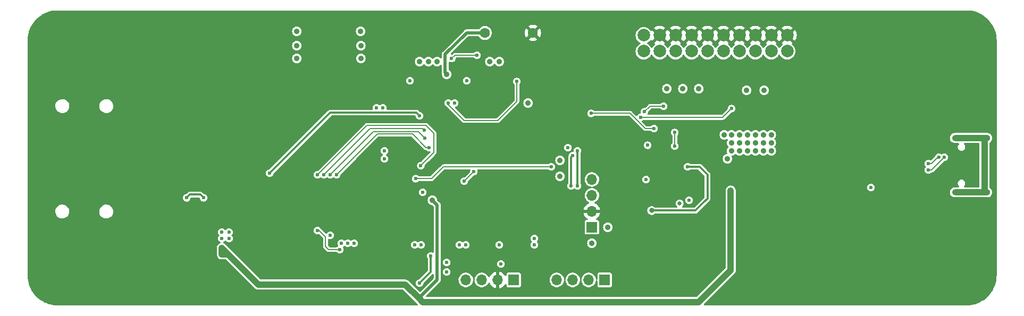
<source format=gbr>
%TF.GenerationSoftware,KiCad,Pcbnew,7.0.8*%
%TF.CreationDate,2024-02-04T20:23:02+01:00*%
%TF.ProjectId,schneidbrett,7363686e-6569-4646-9272-6574742e6b69,rev?*%
%TF.SameCoordinates,Original*%
%TF.FileFunction,Copper,L4,Bot*%
%TF.FilePolarity,Positive*%
%FSLAX46Y46*%
G04 Gerber Fmt 4.6, Leading zero omitted, Abs format (unit mm)*
G04 Created by KiCad (PCBNEW 7.0.8) date 2024-02-04 20:23:02*
%MOMM*%
%LPD*%
G01*
G04 APERTURE LIST*
%TA.AperFunction,ComponentPad*%
%ADD10C,5.600000*%
%TD*%
%TA.AperFunction,ComponentPad*%
%ADD11R,1.700000X1.700000*%
%TD*%
%TA.AperFunction,ComponentPad*%
%ADD12O,1.700000X1.700000*%
%TD*%
%TA.AperFunction,ComponentPad*%
%ADD13O,2.100000X1.000000*%
%TD*%
%TA.AperFunction,ComponentPad*%
%ADD14O,1.800000X1.000000*%
%TD*%
%TA.AperFunction,ComponentPad*%
%ADD15C,2.000000*%
%TD*%
%TA.AperFunction,ComponentPad*%
%ADD16C,1.600000*%
%TD*%
%TA.AperFunction,ViaPad*%
%ADD17C,0.600000*%
%TD*%
%TA.AperFunction,ViaPad*%
%ADD18C,0.900000*%
%TD*%
%TA.AperFunction,ViaPad*%
%ADD19C,0.700000*%
%TD*%
%TA.AperFunction,ViaPad*%
%ADD20C,0.650000*%
%TD*%
%TA.AperFunction,ViaPad*%
%ADD21C,0.800000*%
%TD*%
%TA.AperFunction,Conductor*%
%ADD22C,1.000000*%
%TD*%
%TA.AperFunction,Conductor*%
%ADD23C,0.500000*%
%TD*%
%TA.AperFunction,Conductor*%
%ADD24C,0.170000*%
%TD*%
%TA.AperFunction,Conductor*%
%ADD25C,0.300000*%
%TD*%
%TA.AperFunction,Conductor*%
%ADD26C,0.150000*%
%TD*%
G04 APERTURE END LIST*
D10*
%TO.P,H4,1,1*%
%TO.N,GND*%
X226060000Y-75100000D03*
%TD*%
%TO.P,H3,1,1*%
%TO.N,GND*%
X226060000Y-112565000D03*
%TD*%
D11*
%TO.P,J4,1,Pin_1*%
%TO.N,+3.3V*%
X166370000Y-104892000D03*
D12*
%TO.P,J4,2,Pin_2*%
%TO.N,GND*%
X166370000Y-102352000D03*
%TO.P,J4,3,Pin_3*%
%TO.N,MCU_UART_RX*%
X166370000Y-99812000D03*
%TO.P,J4,4,Pin_4*%
%TO.N,MCU_UART_TX*%
X166370000Y-97272000D03*
%TD*%
D10*
%TO.P,H2,1,1*%
%TO.N,GND*%
X81280000Y-112565000D03*
%TD*%
D11*
%TO.P,J6,1,Pin_1*%
%TO.N,+3.3V*%
X153914000Y-113284000D03*
D12*
%TO.P,J6,2,Pin_2*%
%TO.N,GND*%
X151374000Y-113284000D03*
%TO.P,J6,3,Pin_3*%
%TO.N,MCU_I2C_SDA*%
X148834000Y-113284000D03*
%TO.P,J6,4,Pin_4*%
%TO.N,MCU_I2C_SCL*%
X146294000Y-113284000D03*
%TD*%
D13*
%TO.P,J5,S1,SHIELD*%
%TO.N,/Connectors/USB_SHIELDING*%
X224733000Y-99316000D03*
D14*
X228913000Y-99316000D03*
D13*
X224733000Y-90676000D03*
D14*
X228913000Y-90676000D03*
%TD*%
D15*
%TO.P,J7,1,VREF*%
%TO.N,+3.3V*%
X174625000Y-76835000D03*
%TO.P,J7,2,VAPP*%
%TO.N,Net-(J7-VAPP)*%
X174625000Y-74295000D03*
%TO.P,J7,3,~{TRST}*%
%TO.N,/Connectors/JTAG_NTRST_INNER*%
X177165000Y-76835000D03*
%TO.P,J7,4,GND*%
%TO.N,GND*%
X177165000Y-74295000D03*
%TO.P,J7,5,TDI*%
%TO.N,JTAG_TDI*%
X179705000Y-76835000D03*
%TO.P,J7,6,GND*%
%TO.N,GND*%
X179705000Y-74295000D03*
%TO.P,J7,7,TMS/SWDIO*%
%TO.N,JTAG_TMS*%
X182245000Y-76835000D03*
%TO.P,J7,8,GND*%
%TO.N,GND*%
X182245000Y-74295000D03*
%TO.P,J7,9,TCK/SWCLK*%
%TO.N,JTAG_TCK*%
X184785000Y-76835000D03*
%TO.P,J7,10,GND*%
%TO.N,GND*%
X184785000Y-74295000D03*
%TO.P,J7,11*%
%TO.N,unconnected-(J7-Pad11)*%
X187325000Y-76835000D03*
%TO.P,J7,12,GND*%
%TO.N,GND*%
X187325000Y-74295000D03*
%TO.P,J7,13,TDO/SWO*%
%TO.N,JTAG_TDO*%
X189865000Y-76835000D03*
%TO.P,J7,14,GND*%
%TO.N,GND*%
X189865000Y-74295000D03*
%TO.P,J7,15,~{SRST}*%
%TO.N,/Connectors/JTAG_NSRST_INNER*%
X192405000Y-76835000D03*
%TO.P,J7,16,GND*%
%TO.N,GND*%
X192405000Y-74295000D03*
%TO.P,J7,17*%
%TO.N,unconnected-(J7-Pad17)*%
X194945000Y-76835000D03*
%TO.P,J7,18,GND*%
%TO.N,GND*%
X194945000Y-74295000D03*
%TO.P,J7,19,VDD*%
%TO.N,Net-(J7-VDD)*%
X197485000Y-76835000D03*
%TO.P,J7,20,GND*%
%TO.N,GND*%
X197485000Y-74295000D03*
%TD*%
D11*
%TO.P,J1,1,Pin_1*%
%TO.N,GPIO_OPT_3*%
X168402000Y-113284000D03*
D12*
%TO.P,J1,2,Pin_2*%
%TO.N,GPIO_OPT_2*%
X165862000Y-113284000D03*
%TO.P,J1,3,Pin_3*%
%TO.N,GPIO_OPT_1*%
X163322000Y-113284000D03*
%TO.P,J1,4,Pin_4*%
%TO.N,GPIO_OPT_0*%
X160782000Y-113284000D03*
%TD*%
D16*
%TO.P,SW_BOOT1,1*%
%TO.N,GND*%
X156972000Y-73914000D03*
%TO.P,SW_BOOT1,2*%
%TO.N,/Controller/MCU_BOOT0*%
X149352000Y-73914000D03*
%TD*%
D10*
%TO.P,H1,1,1*%
%TO.N,GND*%
X81280000Y-75100000D03*
%TD*%
D17*
%TO.N,+5V*%
X210820000Y-98552000D03*
X181864000Y-100584000D03*
%TO.N,GND*%
X134874000Y-90932000D03*
D18*
X220980000Y-81280000D03*
X121920000Y-93980000D03*
X149860000Y-90170000D03*
X138684000Y-92710000D03*
X140970000Y-85090000D03*
X161290000Y-98298000D03*
X163830000Y-85090000D03*
X130937000Y-95250000D03*
X91440000Y-101600000D03*
D17*
X222631000Y-89535000D03*
X218440000Y-98044000D03*
D18*
X127254000Y-102362000D03*
X106680000Y-78740000D03*
D17*
X222631000Y-91059000D03*
D18*
X208280000Y-71628000D03*
X201930000Y-98552000D03*
X101600000Y-104140000D03*
D17*
X100965000Y-87630000D03*
D18*
X221742000Y-99187000D03*
X215900000Y-101600000D03*
D17*
X175260000Y-90805000D03*
D18*
X195580000Y-106680000D03*
X116840000Y-111760000D03*
X220599000Y-98171000D03*
X106680000Y-73660000D03*
X115570000Y-86360000D03*
X204978000Y-94234000D03*
X121920000Y-86360000D03*
X132080000Y-73660000D03*
X178816000Y-107442000D03*
D17*
X96647000Y-99568000D03*
D18*
X195580000Y-78740000D03*
X121920000Y-82550000D03*
D17*
X99695000Y-84455000D03*
D18*
X101600000Y-109220000D03*
X162560000Y-107442000D03*
X220980000Y-104140000D03*
X137160000Y-73660000D03*
X86360000Y-93980000D03*
X210312000Y-92710000D03*
X215900000Y-83820000D03*
X195580000Y-115570000D03*
X187452000Y-82804000D03*
X156210000Y-115570000D03*
X210566000Y-81534000D03*
X200406000Y-94234000D03*
X221742000Y-98171000D03*
X106680000Y-83820000D03*
D17*
X100965000Y-83312000D03*
D18*
X190500000Y-104140000D03*
X210820000Y-104140000D03*
X197358000Y-87630000D03*
X185420000Y-111760000D03*
X195580000Y-111760000D03*
X175260000Y-111760000D03*
X168910000Y-115570000D03*
X200660000Y-78740000D03*
D17*
X222631000Y-90297000D03*
X99695000Y-86487000D03*
D18*
X175260000Y-115570000D03*
X115570000Y-78740000D03*
X145542000Y-85852000D03*
X194310000Y-85852000D03*
X121920000Y-111760000D03*
X101600000Y-78740000D03*
X226822000Y-86614000D03*
X226822000Y-87884000D03*
X137160000Y-111760000D03*
X96520000Y-93980000D03*
X111760000Y-83820000D03*
X204470000Y-85090000D03*
X121920000Y-73660000D03*
X103378000Y-95250000D03*
X208280000Y-78740000D03*
X101600000Y-93980000D03*
X220980000Y-106680000D03*
X205740000Y-111760000D03*
X101600000Y-115570000D03*
X208280000Y-75438000D03*
X157226000Y-82550000D03*
X226060000Y-106680000D03*
X190500000Y-100076000D03*
X91440000Y-111760000D03*
X172720000Y-81280000D03*
X212598000Y-79756000D03*
X200660000Y-111760000D03*
X173990000Y-100076000D03*
X82550000Y-92075000D03*
X91440000Y-93980000D03*
X153670000Y-100330000D03*
X101600000Y-73660000D03*
X82550000Y-108585000D03*
X103378000Y-93726000D03*
X224028000Y-86614000D03*
X187452000Y-79756000D03*
X86360000Y-86360000D03*
D17*
X100965000Y-84455000D03*
D18*
X119380000Y-98552000D03*
X215900000Y-86360000D03*
D17*
X134112000Y-90932000D03*
D18*
X78740000Y-92075000D03*
X226060000Y-104140000D03*
X91440000Y-86360000D03*
X200660000Y-104140000D03*
X143764000Y-109220000D03*
X226822000Y-84074000D03*
D17*
X96647000Y-98806000D03*
D18*
X132080000Y-111760000D03*
X220980000Y-83820000D03*
X175260000Y-81280000D03*
X86360000Y-101600000D03*
X197866000Y-101600000D03*
X117856000Y-98552000D03*
X152400000Y-73660000D03*
D17*
X100965000Y-85471000D03*
D18*
X183896000Y-97536000D03*
X132080000Y-78740000D03*
X116840000Y-106680000D03*
X111760000Y-78740000D03*
X119380000Y-106172000D03*
D17*
X99441000Y-100330000D03*
D18*
X200406000Y-100076000D03*
X204978000Y-95758000D03*
X159766000Y-99568000D03*
X170180000Y-74930000D03*
X86360000Y-109220000D03*
X80645000Y-108585000D03*
X190500000Y-106680000D03*
X137160000Y-78740000D03*
X178308000Y-95758000D03*
X211582000Y-92710000D03*
D17*
X217424000Y-94234000D03*
D18*
X170180000Y-81280000D03*
X127000000Y-78740000D03*
X215900000Y-104140000D03*
X185420000Y-104140000D03*
X111760000Y-91440000D03*
X156210000Y-92202000D03*
X205740000Y-88900000D03*
X143256000Y-106426000D03*
X111760000Y-73660000D03*
X208280000Y-88900000D03*
X205740000Y-115570000D03*
X205740000Y-91440000D03*
X220980000Y-111760000D03*
X173990000Y-101092000D03*
X127000000Y-73660000D03*
X225552000Y-85344000D03*
X111760000Y-86360000D03*
D19*
X177800000Y-99568000D03*
D18*
X86360000Y-115570000D03*
X158750000Y-103886000D03*
X146050000Y-91440000D03*
X106680000Y-86360000D03*
X152908000Y-81534000D03*
X210820000Y-106680000D03*
X180340000Y-111760000D03*
X219456000Y-99187000D03*
X201930000Y-100076000D03*
X96520000Y-109220000D03*
X117602000Y-104902000D03*
X220980000Y-78740000D03*
X201168000Y-86106000D03*
X161290000Y-84074000D03*
X181864000Y-88900000D03*
X116332000Y-100076000D03*
X108204000Y-103632000D03*
D19*
X177800000Y-98552000D03*
D18*
X106934000Y-104140000D03*
X78740000Y-106680000D03*
X200660000Y-115570000D03*
X172212000Y-97028000D03*
X106680000Y-111760000D03*
X91440000Y-115570000D03*
X192278000Y-100076000D03*
X131826000Y-102870000D03*
X225552000Y-87884000D03*
D19*
X176784000Y-98552000D03*
D18*
X226822000Y-85344000D03*
X80645000Y-92075000D03*
X138303000Y-100203000D03*
X201930000Y-101600000D03*
X143002000Y-71374000D03*
X215900000Y-76200000D03*
X159258000Y-72898000D03*
X172720000Y-74930000D03*
X195580000Y-81280000D03*
X131826000Y-101346000D03*
X130937000Y-96774000D03*
D17*
X224028000Y-102997000D03*
D18*
X215900000Y-73660000D03*
X183896000Y-99060000D03*
X113030000Y-102870000D03*
X190500000Y-115570000D03*
X122936000Y-103378000D03*
X180340000Y-115570000D03*
X218313000Y-100203000D03*
X96520000Y-86360000D03*
X215900000Y-111760000D03*
X159766000Y-94234000D03*
X190500000Y-111760000D03*
D17*
X222631000Y-88773000D03*
D18*
X150622000Y-102870000D03*
X197866000Y-91440000D03*
D19*
X176784000Y-99568000D03*
D18*
X78740000Y-101600000D03*
X215900000Y-78740000D03*
X96520000Y-78740000D03*
X210820000Y-86360000D03*
X215900000Y-99060000D03*
X185420000Y-106680000D03*
D17*
X99441000Y-99568000D03*
D18*
X136398000Y-106426000D03*
X156210000Y-97790000D03*
X228600000Y-101600000D03*
X203200000Y-88900000D03*
X145542000Y-102870000D03*
X121920000Y-78740000D03*
X144780000Y-96520000D03*
X104902000Y-93726000D03*
X212598000Y-71628000D03*
X200406000Y-95758000D03*
X151130000Y-109220000D03*
D17*
X222631000Y-91821000D03*
D18*
X224028000Y-85344000D03*
X162560000Y-115570000D03*
X116840000Y-91440000D03*
X215900000Y-106680000D03*
X148844000Y-106426000D03*
X221742000Y-100203000D03*
X200660000Y-106680000D03*
X211582000Y-97282000D03*
X127000000Y-111760000D03*
X220599000Y-100203000D03*
X226060000Y-81280000D03*
X195072000Y-100076000D03*
D17*
X222631000Y-88011000D03*
D18*
X155448000Y-109220000D03*
X175768000Y-107442000D03*
X210566000Y-78105000D03*
X149860000Y-115570000D03*
X78740000Y-108585000D03*
X156210000Y-86614000D03*
X86360000Y-78740000D03*
X210312000Y-97282000D03*
X185928000Y-86360000D03*
X131826000Y-99822000D03*
X160020000Y-82550000D03*
D17*
X222631000Y-87249000D03*
X222631000Y-86487000D03*
D18*
X81280000Y-93980000D03*
X130556000Y-85090000D03*
X225552000Y-84074000D03*
X145288000Y-78740000D03*
X210566000Y-73406000D03*
X220980000Y-115570000D03*
X195580000Y-104140000D03*
X210820000Y-88900000D03*
X106680000Y-115570000D03*
X129032000Y-87630000D03*
X160020000Y-109220000D03*
X220599000Y-99187000D03*
X136906000Y-71374000D03*
X190246000Y-94234000D03*
D17*
X99441000Y-98806000D03*
D18*
X131826000Y-93980000D03*
X143510000Y-115570000D03*
D17*
X99695000Y-85471000D03*
D18*
X228600000Y-106680000D03*
D17*
X133096000Y-90932000D03*
D18*
X205740000Y-104140000D03*
X210820000Y-83820000D03*
X195072000Y-101600000D03*
X148590000Y-101600000D03*
X96520000Y-115570000D03*
X134620000Y-82804000D03*
X165100000Y-88900000D03*
X225552000Y-86614000D03*
X153670000Y-93980000D03*
X210820000Y-111760000D03*
X210566000Y-75946000D03*
X96520000Y-73660000D03*
X210820000Y-115570000D03*
X96520000Y-111760000D03*
X200406000Y-101600000D03*
X205740000Y-101600000D03*
D17*
X100965000Y-86487000D03*
D18*
X187198000Y-84582000D03*
X91440000Y-109220000D03*
X101600000Y-111760000D03*
X168910000Y-92710000D03*
X220599000Y-97155000D03*
X170180000Y-109220000D03*
X139192000Y-103124000D03*
X150622000Y-85090000D03*
X78740000Y-90170000D03*
X215900000Y-81280000D03*
X99060000Y-106680000D03*
X130937000Y-98298000D03*
X226060000Y-78740000D03*
X219456000Y-100203000D03*
X111760000Y-93980000D03*
X162560000Y-73660000D03*
X91440000Y-73660000D03*
X159258000Y-74676000D03*
X170180000Y-78740000D03*
X130556000Y-81788000D03*
D17*
X96647000Y-100330000D03*
D18*
X91440000Y-78740000D03*
X144780000Y-101600000D03*
D17*
%TO.N,+3.3V*%
X139192000Y-107696000D03*
X151638000Y-107696000D03*
D18*
X161290000Y-94234000D03*
X150114000Y-78486000D03*
D17*
X107442000Y-106680000D03*
D18*
X194945000Y-90170000D03*
X141732000Y-78486000D03*
X188595000Y-92710000D03*
X188595000Y-90170000D03*
D17*
X128524000Y-107442000D03*
D18*
X189865000Y-91440000D03*
D17*
X146431000Y-81534000D03*
X143256000Y-112014000D03*
D18*
X193675000Y-91440000D03*
D17*
X146304000Y-107696000D03*
X151892000Y-110744000D03*
D18*
X178308000Y-82804000D03*
X129576000Y-77978000D03*
X187452000Y-90170000D03*
D17*
X124714000Y-106172000D03*
D18*
X129540000Y-73660000D03*
X193802000Y-83058000D03*
X194945000Y-92710000D03*
D17*
X133350000Y-92710000D03*
X157226000Y-107696000D03*
D18*
X119380000Y-75946000D03*
X180848000Y-82804000D03*
D17*
X162560000Y-92202000D03*
D18*
X192405000Y-90170000D03*
D17*
X157226000Y-106680000D03*
X126492000Y-107442000D03*
D18*
X193675000Y-92710000D03*
X192405000Y-92710000D03*
D17*
X127508000Y-107442000D03*
D18*
X183388000Y-82804000D03*
X156210000Y-85090000D03*
X129576000Y-75946000D03*
X151638000Y-78486000D03*
X187960000Y-93980000D03*
X138938000Y-78486000D03*
X161290000Y-96774000D03*
X189865000Y-90170000D03*
X191135000Y-90170000D03*
X192405000Y-91440000D03*
X168910000Y-104902000D03*
X189865000Y-92710000D03*
D17*
X137414000Y-81534000D03*
X107442000Y-105664000D03*
X143256000Y-110490000D03*
X139446000Y-99314000D03*
X145288000Y-107696000D03*
X132080000Y-85852000D03*
D18*
X193675000Y-90170000D03*
D17*
X108585000Y-106680000D03*
D18*
X166370000Y-107442000D03*
D17*
X133350000Y-93980000D03*
D18*
X194945000Y-91440000D03*
D17*
X138176000Y-107696000D03*
X133096000Y-85852000D03*
D18*
X191135000Y-91440000D03*
X191008000Y-83058000D03*
X119380000Y-77978000D03*
X191135000Y-92710000D03*
D17*
X144526000Y-85090000D03*
D18*
X119380000Y-73660000D03*
X188595000Y-91440000D03*
D17*
X108585000Y-105664000D03*
X175260000Y-91821000D03*
D18*
X140335000Y-78486000D03*
D17*
%TO.N,+3.3VA*%
X107442000Y-109220000D03*
X107442000Y-108204000D03*
D18*
X188468000Y-103124000D03*
D17*
X108585000Y-109220000D03*
D18*
X140970000Y-100584000D03*
X188468000Y-104140000D03*
X188468000Y-102108000D03*
X188468000Y-99060000D03*
X188468000Y-100076000D03*
X112268000Y-113030000D03*
X188468000Y-101092000D03*
D17*
%TO.N,USB+*%
X219964000Y-95758000D03*
X222504000Y-93726000D03*
%TO.N,+VCCIO_FTDI*%
X175006000Y-97282000D03*
D20*
X180340000Y-101092000D03*
D17*
%TO.N,USB-*%
X219964000Y-94742000D03*
X221615000Y-93726000D03*
D21*
%TO.N,/Peripherals/FTDI_CBUS2*%
X175895000Y-102235000D03*
D17*
X181610000Y-95250000D03*
%TO.N,JTAG_NTRST*%
X144039977Y-77999977D03*
X148082000Y-77470000D03*
%TO.N,JTAG_TDI*%
X177800000Y-85598000D03*
X174752000Y-86487000D03*
%TO.N,JTAG_TMS*%
X176276000Y-89154000D03*
X166243000Y-86741000D03*
%TO.N,JTAG_TCK*%
X179578000Y-89789000D03*
X179578000Y-91948000D03*
%TO.N,JTAG_TDO*%
X154432000Y-81661000D03*
X143510000Y-85090000D03*
X174117000Y-87376000D03*
X188595000Y-85979000D03*
%TO.N,GEN_SPI_DATA*%
X139123964Y-95062373D03*
X122682000Y-96520000D03*
%TO.N,GEN_SPI_CLK*%
X139700000Y-89408000D03*
X123698000Y-96520000D03*
%TO.N,GEN_SPI_CSEL*%
X139725233Y-90652767D03*
X124714000Y-96520000D03*
D18*
%TO.N,/Controller/MCU_BOOT0*%
X143256000Y-80518000D03*
D17*
%TO.N,Audio_Out_Left*%
X104521000Y-100203000D03*
X101854000Y-100203000D03*
%TO.N,GEN_REFCLK*%
X146050000Y-97536000D03*
X122682000Y-105410000D03*
X147574000Y-96012000D03*
X126238000Y-108458000D03*
%TO.N,GEN_WAVEFORM*%
X140462000Y-92202000D03*
X125730000Y-96520000D03*
%TO.N,MCU_UART_RTS*%
X163322000Y-93472000D03*
X163068000Y-98298000D03*
%TO.N,MCU_UART_CTS*%
X164084000Y-98298000D03*
X164084000Y-92710000D03*
%TO.N,JTAG_NSRST*%
X138303000Y-97155000D03*
X159893000Y-95250000D03*
%TO.N,Audio_Out_Right_MCU*%
X138938000Y-113792000D03*
X140716000Y-109474000D03*
%TO.N,Audio_Shutdown*%
X115062000Y-96266000D03*
X138938000Y-87122000D03*
D18*
%TO.N,/Connectors/USB_SHIELDING*%
X228913000Y-92143000D03*
%TD*%
D22*
%TO.N,+3.3VA*%
X188468000Y-103124000D02*
X188468000Y-102108000D01*
X113284000Y-114046000D02*
X136652000Y-114046000D01*
D23*
X138811000Y-116205000D02*
X141732000Y-113284000D01*
D22*
X138811000Y-116205000D02*
X139446000Y-116840000D01*
D23*
X141732000Y-101346000D02*
X140970000Y-100584000D01*
D22*
X112268000Y-113030000D02*
X113284000Y-114046000D01*
X139446000Y-116840000D02*
X183388000Y-116840000D01*
X108458000Y-109220000D02*
X107442000Y-109220000D01*
X188468000Y-102108000D02*
X188468000Y-101092000D01*
X188468000Y-101092000D02*
X188468000Y-100076000D01*
X112268000Y-113030000D02*
X108458000Y-109220000D01*
X188468000Y-111760000D02*
X188468000Y-104140000D01*
X188468000Y-104140000D02*
X188468000Y-103124000D01*
D23*
X141732000Y-107188000D02*
X141732000Y-101346000D01*
D22*
X188468000Y-99060000D02*
X188468000Y-99822000D01*
D23*
X141732000Y-113284000D02*
X141732000Y-107188000D01*
D22*
X107442000Y-109220000D02*
X107442000Y-108204000D01*
X136652000Y-114046000D02*
X138811000Y-116205000D01*
X108458000Y-109220000D02*
X107442000Y-108204000D01*
X188468000Y-100076000D02*
X188468000Y-99060000D01*
X183388000Y-116840000D02*
X188468000Y-111760000D01*
D24*
%TO.N,USB+*%
X219964000Y-95758000D02*
X220472000Y-95758000D01*
X220472000Y-95758000D02*
X222504000Y-93726000D01*
%TO.N,USB-*%
X221488000Y-93726000D02*
X220472000Y-94742000D01*
X221615000Y-93726000D02*
X221488000Y-93726000D01*
X220472000Y-94742000D02*
X219964000Y-94742000D01*
D25*
%TO.N,/Peripherals/FTDI_CBUS2*%
X183515000Y-95250000D02*
X181610000Y-95250000D01*
X184150000Y-100965000D02*
X184785000Y-100330000D01*
X184785000Y-100330000D02*
X184785000Y-96520000D01*
X175895000Y-102235000D02*
X182880000Y-102235000D01*
X184785000Y-96520000D02*
X183515000Y-95250000D01*
X182880000Y-102235000D02*
X184150000Y-100965000D01*
D26*
%TO.N,JTAG_NTRST*%
X144569954Y-77470000D02*
X148082000Y-77470000D01*
X144039977Y-77999977D02*
X144569954Y-77470000D01*
%TO.N,JTAG_TDI*%
X175641000Y-85598000D02*
X177800000Y-85598000D01*
X174752000Y-86487000D02*
X175641000Y-85598000D01*
%TO.N,JTAG_TMS*%
X174879000Y-89154000D02*
X172466000Y-86741000D01*
X176276000Y-89154000D02*
X174879000Y-89154000D01*
X172466000Y-86741000D02*
X166243000Y-86741000D01*
%TO.N,JTAG_TCK*%
X179578000Y-91948000D02*
X179578000Y-89789000D01*
D24*
%TO.N,JTAG_TDO*%
X187198000Y-87376000D02*
X188595000Y-85979000D01*
X174117000Y-87376000D02*
X187198000Y-87376000D01*
D26*
X146050000Y-87884000D02*
X151384000Y-87884000D01*
X151384000Y-87884000D02*
X154432000Y-84836000D01*
X154432000Y-84836000D02*
X154432000Y-81661000D01*
X143510000Y-85090000D02*
X143510000Y-85344000D01*
X143510000Y-85344000D02*
X146050000Y-87884000D01*
%TO.N,GEN_SPI_DATA*%
X141224000Y-89916000D02*
X139954000Y-88646000D01*
D24*
X140081000Y-94107000D02*
X140079337Y-94107000D01*
D26*
X140970000Y-93218000D02*
X141224000Y-92964000D01*
D24*
X140079337Y-94107000D02*
X139123964Y-95062373D01*
X140970000Y-93218000D02*
X140081000Y-94107000D01*
D26*
X141224000Y-92964000D02*
X141224000Y-89916000D01*
X130556000Y-88646000D02*
X122682000Y-96520000D01*
X139954000Y-88646000D02*
X130556000Y-88646000D01*
%TO.N,GEN_SPI_CLK*%
X139446000Y-89154000D02*
X139700000Y-89408000D01*
X138176000Y-89154000D02*
X139446000Y-89154000D01*
X131064000Y-89154000D02*
X138176000Y-89154000D01*
X123698000Y-96520000D02*
X131064000Y-89154000D01*
%TO.N,GEN_SPI_CSEL*%
X139725233Y-90652767D02*
X138734466Y-89662000D01*
X131572000Y-89662000D02*
X124714000Y-96520000D01*
X138734466Y-89662000D02*
X131572000Y-89662000D01*
D23*
%TO.N,/Controller/MCU_BOOT0*%
X146431000Y-73914000D02*
X149352000Y-73914000D01*
X143002000Y-80264000D02*
X143002000Y-77343000D01*
X143002000Y-77343000D02*
X146431000Y-73914000D01*
X143256000Y-80518000D02*
X143002000Y-80264000D01*
D25*
%TO.N,Audio_Out_Left*%
X102362000Y-99695000D02*
X101854000Y-100203000D01*
X104013000Y-99695000D02*
X102362000Y-99695000D01*
X104521000Y-100203000D02*
X104013000Y-99695000D01*
D26*
%TO.N,GEN_REFCLK*%
X124460000Y-108458000D02*
X123952000Y-107950000D01*
X122936000Y-105410000D02*
X122682000Y-105410000D01*
X123952000Y-106426000D02*
X122936000Y-105410000D01*
X126238000Y-108458000D02*
X124460000Y-108458000D01*
X123952000Y-107950000D02*
X123952000Y-106426000D01*
X147574000Y-96012000D02*
X146050000Y-97536000D01*
%TO.N,GEN_WAVEFORM*%
X132207000Y-90043000D02*
X125730000Y-96520000D01*
X139954000Y-92202000D02*
X137795000Y-90043000D01*
X140462000Y-92202000D02*
X139954000Y-92202000D01*
X137795000Y-90043000D02*
X132207000Y-90043000D01*
D25*
%TO.N,MCU_UART_RTS*%
X163322000Y-93472000D02*
X163068000Y-93726000D01*
X163068000Y-93726000D02*
X163068000Y-98298000D01*
%TO.N,MCU_UART_CTS*%
X164084000Y-98298000D02*
X164084000Y-92710000D01*
D24*
%TO.N,JTAG_NSRST*%
X142748000Y-95250000D02*
X159893000Y-95250000D01*
X138303000Y-97155000D02*
X138430000Y-97155000D01*
X140843000Y-97155000D02*
X138303000Y-97155000D01*
X142367000Y-95631000D02*
X140843000Y-97155000D01*
X142367000Y-95631000D02*
X142748000Y-95250000D01*
D25*
%TO.N,Audio_Out_Right_MCU*%
X140716000Y-112014000D02*
X140716000Y-109474000D01*
X138938000Y-113792000D02*
X140716000Y-112014000D01*
%TO.N,Audio_Shutdown*%
X138430000Y-86614000D02*
X124714000Y-86614000D01*
X124714000Y-86614000D02*
X115062000Y-96266000D01*
X138938000Y-87122000D02*
X138430000Y-86614000D01*
D22*
%TO.N,/Connectors/USB_SHIELDING*%
X228913000Y-92143000D02*
X228913000Y-90676000D01*
X224733000Y-99316000D02*
X228913000Y-99316000D01*
X228913000Y-92143000D02*
X228913000Y-99316000D01*
X224733000Y-90676000D02*
X228913000Y-90676000D01*
%TD*%
%TA.AperFunction,Conductor*%
%TO.N,GND*%
G36*
X176640901Y-74597588D02*
G01*
X176737075Y-74722925D01*
X176862412Y-74819099D01*
X176955779Y-74857772D01*
X176294942Y-75518609D01*
X176341768Y-75555055D01*
X176341770Y-75555056D01*
X176381766Y-75576701D01*
X176431357Y-75625920D01*
X176446465Y-75694137D01*
X176422295Y-75759693D01*
X176393872Y-75787331D01*
X176325859Y-75834953D01*
X176164954Y-75995858D01*
X176034432Y-76182265D01*
X176034431Y-76182267D01*
X176007382Y-76240275D01*
X175961209Y-76292714D01*
X175894016Y-76311866D01*
X175827135Y-76291650D01*
X175782618Y-76240275D01*
X175755568Y-76182267D01*
X175755567Y-76182265D01*
X175625045Y-75995858D01*
X175464141Y-75834954D01*
X175277734Y-75704432D01*
X175277728Y-75704429D01*
X175219725Y-75677382D01*
X175167285Y-75631210D01*
X175148133Y-75564017D01*
X175168348Y-75497135D01*
X175219725Y-75452618D01*
X175277734Y-75425568D01*
X175464139Y-75295047D01*
X175625047Y-75134139D01*
X175673263Y-75065277D01*
X175727837Y-75021654D01*
X175797335Y-75014459D01*
X175859690Y-75045980D01*
X175878645Y-75068579D01*
X175941563Y-75164882D01*
X175941564Y-75164882D01*
X176602226Y-74504219D01*
X176640901Y-74597588D01*
G37*
%TD.AperFunction*%
%TA.AperFunction,Conductor*%
G36*
X179180901Y-74597588D02*
G01*
X179277075Y-74722925D01*
X179402412Y-74819099D01*
X179495779Y-74857772D01*
X178834942Y-75518609D01*
X178881768Y-75555055D01*
X178881770Y-75555056D01*
X178921766Y-75576701D01*
X178971357Y-75625920D01*
X178986465Y-75694137D01*
X178962295Y-75759693D01*
X178933872Y-75787331D01*
X178865859Y-75834953D01*
X178704954Y-75995858D01*
X178574432Y-76182265D01*
X178574431Y-76182267D01*
X178547382Y-76240275D01*
X178501209Y-76292714D01*
X178434016Y-76311866D01*
X178367135Y-76291650D01*
X178322618Y-76240275D01*
X178295568Y-76182267D01*
X178295567Y-76182265D01*
X178165045Y-75995858D01*
X178004141Y-75834954D01*
X177936127Y-75787331D01*
X177892502Y-75732755D01*
X177885308Y-75663257D01*
X177916830Y-75600902D01*
X177948234Y-75576701D01*
X177988224Y-75555060D01*
X177988231Y-75555055D01*
X178035056Y-75518609D01*
X177374220Y-74857773D01*
X177467588Y-74819099D01*
X177592925Y-74722925D01*
X177689099Y-74597589D01*
X177727773Y-74504220D01*
X178388433Y-75164881D01*
X178422211Y-75161379D01*
X178447794Y-75161380D01*
X178481564Y-75164882D01*
X179142226Y-74504219D01*
X179180901Y-74597588D01*
G37*
%TD.AperFunction*%
%TA.AperFunction,Conductor*%
G36*
X181720901Y-74597588D02*
G01*
X181817075Y-74722925D01*
X181942412Y-74819099D01*
X182035779Y-74857772D01*
X181374942Y-75518609D01*
X181421768Y-75555055D01*
X181421770Y-75555056D01*
X181461766Y-75576701D01*
X181511357Y-75625920D01*
X181526465Y-75694137D01*
X181502295Y-75759693D01*
X181473872Y-75787331D01*
X181405859Y-75834953D01*
X181244954Y-75995858D01*
X181114432Y-76182265D01*
X181114431Y-76182267D01*
X181087382Y-76240275D01*
X181041209Y-76292714D01*
X180974016Y-76311866D01*
X180907135Y-76291650D01*
X180862618Y-76240275D01*
X180835568Y-76182267D01*
X180835567Y-76182265D01*
X180705045Y-75995858D01*
X180544141Y-75834954D01*
X180476127Y-75787331D01*
X180432502Y-75732755D01*
X180425308Y-75663257D01*
X180456830Y-75600902D01*
X180488234Y-75576701D01*
X180528224Y-75555060D01*
X180528231Y-75555055D01*
X180575056Y-75518609D01*
X179914220Y-74857773D01*
X180007588Y-74819099D01*
X180132925Y-74722925D01*
X180229099Y-74597589D01*
X180267772Y-74504220D01*
X180928433Y-75164881D01*
X180962211Y-75161379D01*
X180987794Y-75161380D01*
X181021564Y-75164882D01*
X181682226Y-74504219D01*
X181720901Y-74597588D01*
G37*
%TD.AperFunction*%
%TA.AperFunction,Conductor*%
G36*
X184260901Y-74597588D02*
G01*
X184357075Y-74722925D01*
X184482412Y-74819099D01*
X184575779Y-74857772D01*
X183914942Y-75518609D01*
X183961768Y-75555055D01*
X183961770Y-75555056D01*
X184001766Y-75576701D01*
X184051357Y-75625920D01*
X184066465Y-75694137D01*
X184042295Y-75759693D01*
X184013872Y-75787331D01*
X183945859Y-75834953D01*
X183784954Y-75995858D01*
X183654432Y-76182265D01*
X183654431Y-76182267D01*
X183627382Y-76240275D01*
X183581209Y-76292714D01*
X183514016Y-76311866D01*
X183447135Y-76291650D01*
X183402618Y-76240275D01*
X183375568Y-76182267D01*
X183375567Y-76182265D01*
X183245045Y-75995858D01*
X183084141Y-75834954D01*
X183016127Y-75787331D01*
X182972502Y-75732755D01*
X182965308Y-75663257D01*
X182996830Y-75600902D01*
X183028234Y-75576701D01*
X183068224Y-75555060D01*
X183068231Y-75555055D01*
X183115056Y-75518609D01*
X182454220Y-74857773D01*
X182547588Y-74819099D01*
X182672925Y-74722925D01*
X182769099Y-74597589D01*
X182807772Y-74504220D01*
X183468433Y-75164881D01*
X183502211Y-75161379D01*
X183527794Y-75161380D01*
X183561564Y-75164882D01*
X184222226Y-74504219D01*
X184260901Y-74597588D01*
G37*
%TD.AperFunction*%
%TA.AperFunction,Conductor*%
G36*
X186800901Y-74597588D02*
G01*
X186897075Y-74722925D01*
X187022412Y-74819099D01*
X187115779Y-74857772D01*
X186454942Y-75518609D01*
X186501768Y-75555055D01*
X186501770Y-75555056D01*
X186541766Y-75576701D01*
X186591357Y-75625920D01*
X186606465Y-75694137D01*
X186582295Y-75759693D01*
X186553872Y-75787331D01*
X186485859Y-75834953D01*
X186324954Y-75995858D01*
X186194432Y-76182265D01*
X186194431Y-76182267D01*
X186167382Y-76240275D01*
X186121209Y-76292714D01*
X186054016Y-76311866D01*
X185987135Y-76291650D01*
X185942618Y-76240275D01*
X185915568Y-76182267D01*
X185915567Y-76182265D01*
X185785045Y-75995858D01*
X185624141Y-75834954D01*
X185556127Y-75787331D01*
X185512502Y-75732755D01*
X185505308Y-75663257D01*
X185536830Y-75600902D01*
X185568234Y-75576701D01*
X185608224Y-75555060D01*
X185608231Y-75555055D01*
X185655056Y-75518609D01*
X184994220Y-74857773D01*
X185087588Y-74819099D01*
X185212925Y-74722925D01*
X185309099Y-74597589D01*
X185347772Y-74504220D01*
X186008433Y-75164881D01*
X186042211Y-75161379D01*
X186067794Y-75161380D01*
X186101564Y-75164882D01*
X186762226Y-74504219D01*
X186800901Y-74597588D01*
G37*
%TD.AperFunction*%
%TA.AperFunction,Conductor*%
G36*
X189340901Y-74597588D02*
G01*
X189437075Y-74722925D01*
X189562412Y-74819099D01*
X189655779Y-74857772D01*
X188994942Y-75518609D01*
X189041768Y-75555055D01*
X189041770Y-75555056D01*
X189081766Y-75576701D01*
X189131357Y-75625920D01*
X189146465Y-75694137D01*
X189122295Y-75759693D01*
X189093872Y-75787331D01*
X189025859Y-75834953D01*
X188864954Y-75995858D01*
X188734432Y-76182265D01*
X188734431Y-76182267D01*
X188707382Y-76240275D01*
X188661209Y-76292714D01*
X188594016Y-76311866D01*
X188527135Y-76291650D01*
X188482618Y-76240275D01*
X188455568Y-76182267D01*
X188455567Y-76182265D01*
X188325045Y-75995858D01*
X188164141Y-75834954D01*
X188096127Y-75787331D01*
X188052502Y-75732755D01*
X188045308Y-75663257D01*
X188076830Y-75600902D01*
X188108234Y-75576701D01*
X188148224Y-75555060D01*
X188148231Y-75555055D01*
X188195056Y-75518609D01*
X187534220Y-74857773D01*
X187627588Y-74819099D01*
X187752925Y-74722925D01*
X187849099Y-74597589D01*
X187887772Y-74504220D01*
X188548433Y-75164881D01*
X188582211Y-75161379D01*
X188607794Y-75161380D01*
X188641564Y-75164882D01*
X189302226Y-74504219D01*
X189340901Y-74597588D01*
G37*
%TD.AperFunction*%
%TA.AperFunction,Conductor*%
G36*
X191880901Y-74597588D02*
G01*
X191977075Y-74722925D01*
X192102412Y-74819099D01*
X192195779Y-74857772D01*
X191534942Y-75518609D01*
X191581768Y-75555055D01*
X191581770Y-75555056D01*
X191621766Y-75576701D01*
X191671357Y-75625920D01*
X191686465Y-75694137D01*
X191662295Y-75759693D01*
X191633872Y-75787331D01*
X191565859Y-75834953D01*
X191404954Y-75995858D01*
X191274432Y-76182265D01*
X191274431Y-76182267D01*
X191247382Y-76240275D01*
X191201209Y-76292714D01*
X191134016Y-76311866D01*
X191067135Y-76291650D01*
X191022618Y-76240275D01*
X190995568Y-76182267D01*
X190995567Y-76182265D01*
X190865045Y-75995858D01*
X190704141Y-75834954D01*
X190636127Y-75787331D01*
X190592502Y-75732755D01*
X190585308Y-75663257D01*
X190616830Y-75600902D01*
X190648234Y-75576701D01*
X190688224Y-75555060D01*
X190688231Y-75555055D01*
X190735056Y-75518609D01*
X190074220Y-74857773D01*
X190167588Y-74819099D01*
X190292925Y-74722925D01*
X190389099Y-74597589D01*
X190427773Y-74504220D01*
X191088433Y-75164881D01*
X191122211Y-75161379D01*
X191147794Y-75161380D01*
X191181564Y-75164882D01*
X191842226Y-74504219D01*
X191880901Y-74597588D01*
G37*
%TD.AperFunction*%
%TA.AperFunction,Conductor*%
G36*
X194420901Y-74597588D02*
G01*
X194517075Y-74722925D01*
X194642412Y-74819099D01*
X194735779Y-74857772D01*
X194074942Y-75518609D01*
X194121768Y-75555055D01*
X194121770Y-75555056D01*
X194161766Y-75576701D01*
X194211357Y-75625920D01*
X194226465Y-75694137D01*
X194202295Y-75759693D01*
X194173872Y-75787331D01*
X194105859Y-75834953D01*
X193944954Y-75995858D01*
X193814432Y-76182265D01*
X193814431Y-76182267D01*
X193787382Y-76240275D01*
X193741209Y-76292714D01*
X193674016Y-76311866D01*
X193607135Y-76291650D01*
X193562618Y-76240275D01*
X193535568Y-76182267D01*
X193535567Y-76182265D01*
X193405045Y-75995858D01*
X193244141Y-75834954D01*
X193176127Y-75787331D01*
X193132502Y-75732755D01*
X193125308Y-75663257D01*
X193156830Y-75600902D01*
X193188234Y-75576701D01*
X193228224Y-75555060D01*
X193228231Y-75555055D01*
X193275056Y-75518609D01*
X192614220Y-74857773D01*
X192707588Y-74819099D01*
X192832925Y-74722925D01*
X192929099Y-74597589D01*
X192967772Y-74504220D01*
X193628433Y-75164881D01*
X193662211Y-75161379D01*
X193687794Y-75161380D01*
X193721564Y-75164882D01*
X194382226Y-74504219D01*
X194420901Y-74597588D01*
G37*
%TD.AperFunction*%
%TA.AperFunction,Conductor*%
G36*
X196960901Y-74597588D02*
G01*
X197057075Y-74722925D01*
X197182412Y-74819099D01*
X197275779Y-74857772D01*
X196614942Y-75518609D01*
X196661768Y-75555055D01*
X196661770Y-75555056D01*
X196701766Y-75576701D01*
X196751357Y-75625920D01*
X196766465Y-75694137D01*
X196742295Y-75759693D01*
X196713872Y-75787331D01*
X196645859Y-75834953D01*
X196484954Y-75995858D01*
X196354432Y-76182265D01*
X196354431Y-76182267D01*
X196327382Y-76240275D01*
X196281209Y-76292714D01*
X196214016Y-76311866D01*
X196147135Y-76291650D01*
X196102618Y-76240275D01*
X196075568Y-76182267D01*
X196075567Y-76182265D01*
X195945045Y-75995858D01*
X195784141Y-75834954D01*
X195716127Y-75787331D01*
X195672502Y-75732755D01*
X195665308Y-75663257D01*
X195696830Y-75600902D01*
X195728234Y-75576701D01*
X195768224Y-75555060D01*
X195768231Y-75555055D01*
X195815056Y-75518609D01*
X195154220Y-74857773D01*
X195247588Y-74819099D01*
X195372925Y-74722925D01*
X195469099Y-74597589D01*
X195507772Y-74504220D01*
X196168433Y-75164881D01*
X196202211Y-75161379D01*
X196227794Y-75161380D01*
X196261564Y-75164882D01*
X196922226Y-74504219D01*
X196960901Y-74597588D01*
G37*
%TD.AperFunction*%
%TA.AperFunction,Conductor*%
G36*
X226078299Y-70321298D02*
G01*
X226473878Y-70338569D01*
X226479230Y-70339038D01*
X226887272Y-70392758D01*
X226892588Y-70393696D01*
X227294386Y-70482773D01*
X227299598Y-70484169D01*
X227692106Y-70607926D01*
X227697187Y-70609775D01*
X228077421Y-70767273D01*
X228082291Y-70769544D01*
X228447350Y-70959582D01*
X228452028Y-70962284D01*
X228799122Y-71183406D01*
X228803555Y-71186510D01*
X229130055Y-71437043D01*
X229134200Y-71440522D01*
X229437619Y-71718554D01*
X229441445Y-71722380D01*
X229719477Y-72025799D01*
X229722956Y-72029944D01*
X229973489Y-72356444D01*
X229976593Y-72360877D01*
X230197715Y-72707971D01*
X230200421Y-72712657D01*
X230387165Y-73071389D01*
X230390446Y-73077690D01*
X230392730Y-73082588D01*
X230426631Y-73164431D01*
X230550224Y-73462813D01*
X230552075Y-73467898D01*
X230675826Y-73860386D01*
X230677226Y-73865613D01*
X230766303Y-74267411D01*
X230767243Y-74272740D01*
X230820959Y-74680751D01*
X230821431Y-74686142D01*
X230839500Y-75100000D01*
X230839500Y-112565000D01*
X230821431Y-112978857D01*
X230820959Y-112984248D01*
X230767243Y-113392259D01*
X230766303Y-113397588D01*
X230677226Y-113799386D01*
X230675826Y-113804613D01*
X230552075Y-114197101D01*
X230550224Y-114202186D01*
X230392733Y-114582405D01*
X230390446Y-114587309D01*
X230200421Y-114952342D01*
X230197715Y-114957028D01*
X229976593Y-115304122D01*
X229973489Y-115308555D01*
X229722956Y-115635055D01*
X229719477Y-115639200D01*
X229441445Y-115942619D01*
X229437619Y-115946445D01*
X229134200Y-116224477D01*
X229130055Y-116227956D01*
X228803555Y-116478489D01*
X228799122Y-116481593D01*
X228452028Y-116702715D01*
X228447342Y-116705421D01*
X228082309Y-116895446D01*
X228077405Y-116897733D01*
X227697186Y-117055224D01*
X227692101Y-117057075D01*
X227299613Y-117180826D01*
X227294386Y-117182226D01*
X226892588Y-117271303D01*
X226887259Y-117272243D01*
X226479248Y-117325959D01*
X226473857Y-117326431D01*
X226060000Y-117344500D01*
X184314940Y-117344500D01*
X184247901Y-117324815D01*
X184202146Y-117272011D01*
X184192202Y-117202853D01*
X184221227Y-117139297D01*
X184227259Y-117132819D01*
X186662050Y-114698028D01*
X189065826Y-112294252D01*
X189097816Y-112262262D01*
X189120041Y-112226889D01*
X189124039Y-112221255D01*
X189150092Y-112188587D01*
X189168209Y-112150965D01*
X189171575Y-112144874D01*
X189176890Y-112136415D01*
X189193789Y-112109522D01*
X189207578Y-112070109D01*
X189210235Y-112063695D01*
X189228360Y-112026061D01*
X189237652Y-111985349D01*
X189239573Y-111978676D01*
X189253368Y-111939255D01*
X189258043Y-111897760D01*
X189259208Y-111890905D01*
X189266892Y-111857237D01*
X189268500Y-111850194D01*
X189268500Y-111669806D01*
X189268500Y-104095046D01*
X189268500Y-103079046D01*
X189268500Y-102063046D01*
X189268500Y-101047046D01*
X189268500Y-100031046D01*
X189268500Y-99316003D01*
X223377435Y-99316003D01*
X223397630Y-99495249D01*
X223397631Y-99495254D01*
X223457211Y-99665523D01*
X223525823Y-99774718D01*
X223553184Y-99818262D01*
X223680738Y-99945816D01*
X223732465Y-99978318D01*
X223816380Y-100031046D01*
X223833478Y-100041789D01*
X223977073Y-100092035D01*
X224003745Y-100101368D01*
X224003750Y-100101369D01*
X224094246Y-100111565D01*
X224138040Y-100116499D01*
X224138043Y-100116500D01*
X224138046Y-100116500D01*
X224688046Y-100116500D01*
X228468046Y-100116500D01*
X228864564Y-100116500D01*
X228871502Y-100116889D01*
X228900400Y-100120145D01*
X228912998Y-100121565D01*
X228913000Y-100121565D01*
X228913002Y-100121565D01*
X228925599Y-100120145D01*
X228954497Y-100116889D01*
X228961436Y-100116500D01*
X229357957Y-100116500D01*
X229357958Y-100116499D01*
X229425104Y-100108934D01*
X229492249Y-100101369D01*
X229492252Y-100101368D01*
X229492255Y-100101368D01*
X229662522Y-100041789D01*
X229815262Y-99945816D01*
X229942816Y-99818262D01*
X230038789Y-99665522D01*
X230098368Y-99495255D01*
X230107867Y-99410947D01*
X230118565Y-99316003D01*
X230118565Y-99315996D01*
X230098369Y-99136750D01*
X230098368Y-99136745D01*
X230077300Y-99076536D01*
X230038789Y-98966478D01*
X229942816Y-98813738D01*
X229815262Y-98686184D01*
X229815261Y-98686183D01*
X229771528Y-98658704D01*
X229725237Y-98606370D01*
X229713500Y-98553710D01*
X229713500Y-91438289D01*
X229733185Y-91371250D01*
X229771529Y-91333295D01*
X229782168Y-91326610D01*
X229815262Y-91305816D01*
X229942816Y-91178262D01*
X230038789Y-91025522D01*
X230098368Y-90855255D01*
X230103520Y-90809529D01*
X230118565Y-90676003D01*
X230118565Y-90675996D01*
X230098369Y-90496750D01*
X230098368Y-90496745D01*
X230077877Y-90438185D01*
X230038789Y-90326478D01*
X229942816Y-90173738D01*
X229815262Y-90046184D01*
X229797810Y-90035218D01*
X229662523Y-89950211D01*
X229492254Y-89890631D01*
X229492249Y-89890630D01*
X229357960Y-89875500D01*
X229357954Y-89875500D01*
X228961436Y-89875500D01*
X228954497Y-89875110D01*
X228925599Y-89871854D01*
X228913002Y-89870435D01*
X228912998Y-89870435D01*
X228900400Y-89871854D01*
X228871502Y-89875110D01*
X228864564Y-89875500D01*
X224138039Y-89875500D01*
X224003750Y-89890630D01*
X224003745Y-89890631D01*
X223833476Y-89950211D01*
X223680737Y-90046184D01*
X223553184Y-90173737D01*
X223457211Y-90326476D01*
X223397631Y-90496745D01*
X223397630Y-90496750D01*
X223377435Y-90675996D01*
X223377435Y-90676003D01*
X223397630Y-90855249D01*
X223397631Y-90855254D01*
X223457211Y-91025523D01*
X223552581Y-91177303D01*
X223553184Y-91178262D01*
X223680738Y-91305816D01*
X223724471Y-91333295D01*
X223819041Y-91392718D01*
X223833478Y-91401789D01*
X223993048Y-91457625D01*
X224003745Y-91461368D01*
X224003750Y-91461369D01*
X224094246Y-91471565D01*
X224138040Y-91476499D01*
X224138043Y-91476500D01*
X224138046Y-91476500D01*
X224688046Y-91476500D01*
X224727972Y-91476500D01*
X224795011Y-91496185D01*
X224840766Y-91548989D01*
X224850710Y-91618147D01*
X224821685Y-91681703D01*
X224815653Y-91688181D01*
X224815421Y-91688412D01*
X224815417Y-91688416D01*
X224815417Y-91688417D01*
X224736519Y-91791239D01*
X224721565Y-91810727D01*
X224662572Y-91953150D01*
X224662571Y-91953154D01*
X224642448Y-92105999D01*
X224642448Y-92106000D01*
X224662571Y-92258845D01*
X224662572Y-92258849D01*
X224713707Y-92382302D01*
X224721567Y-92401276D01*
X224815417Y-92523583D01*
X224937724Y-92617433D01*
X225080154Y-92676429D01*
X225194627Y-92691500D01*
X225194634Y-92691500D01*
X225271366Y-92691500D01*
X225271373Y-92691500D01*
X225385846Y-92676429D01*
X225528276Y-92617433D01*
X225650583Y-92523583D01*
X225744433Y-92401276D01*
X225803429Y-92258846D01*
X225823552Y-92106000D01*
X225803429Y-91953154D01*
X225744433Y-91810724D01*
X225650583Y-91688417D01*
X225650580Y-91688414D01*
X225650578Y-91688412D01*
X225650347Y-91688181D01*
X225650213Y-91687937D01*
X225645635Y-91681970D01*
X225646565Y-91681255D01*
X225616862Y-91626858D01*
X225621846Y-91557166D01*
X225663718Y-91501233D01*
X225729182Y-91476816D01*
X225738028Y-91476500D01*
X227988500Y-91476500D01*
X228055539Y-91496185D01*
X228101294Y-91548989D01*
X228112500Y-91600500D01*
X228112500Y-98391500D01*
X228092815Y-98458539D01*
X228040011Y-98504294D01*
X227988500Y-98515500D01*
X225738028Y-98515500D01*
X225670989Y-98495815D01*
X225625234Y-98443011D01*
X225615290Y-98373853D01*
X225644315Y-98310297D01*
X225650347Y-98303819D01*
X225650578Y-98303587D01*
X225650578Y-98303586D01*
X225650583Y-98303583D01*
X225744433Y-98181276D01*
X225803429Y-98038846D01*
X225823552Y-97886000D01*
X225803429Y-97733154D01*
X225744433Y-97590724D01*
X225650583Y-97468417D01*
X225528276Y-97374567D01*
X225528272Y-97374565D01*
X225385849Y-97315572D01*
X225385847Y-97315571D01*
X225385846Y-97315571D01*
X225371536Y-97313687D01*
X225271380Y-97300500D01*
X225271373Y-97300500D01*
X225194627Y-97300500D01*
X225194619Y-97300500D01*
X225080154Y-97315571D01*
X225080150Y-97315572D01*
X224937727Y-97374565D01*
X224937724Y-97374566D01*
X224937724Y-97374567D01*
X224815417Y-97468417D01*
X224727278Y-97583282D01*
X224721565Y-97590727D01*
X224662572Y-97733150D01*
X224662571Y-97733154D01*
X224643205Y-97880253D01*
X224642448Y-97886000D01*
X224661072Y-98027464D01*
X224662571Y-98038845D01*
X224662572Y-98038849D01*
X224705166Y-98141682D01*
X224721567Y-98181276D01*
X224815417Y-98303583D01*
X224815419Y-98303584D01*
X224815421Y-98303587D01*
X224815653Y-98303819D01*
X224815786Y-98304062D01*
X224820365Y-98310030D01*
X224819434Y-98310744D01*
X224849138Y-98365142D01*
X224844154Y-98434834D01*
X224802282Y-98490767D01*
X224736818Y-98515184D01*
X224727972Y-98515500D01*
X224138039Y-98515500D01*
X224003750Y-98530630D01*
X224003745Y-98530631D01*
X223833476Y-98590211D01*
X223680737Y-98686184D01*
X223553184Y-98813737D01*
X223457211Y-98966476D01*
X223397631Y-99136745D01*
X223397630Y-99136750D01*
X223377435Y-99315996D01*
X223377435Y-99316003D01*
X189268500Y-99316003D01*
X189268500Y-99015046D01*
X189263028Y-98966476D01*
X189253369Y-98880750D01*
X189253368Y-98880745D01*
X189217311Y-98777701D01*
X189193789Y-98710478D01*
X189178523Y-98686183D01*
X189138440Y-98622391D01*
X189097816Y-98557738D01*
X189092079Y-98552001D01*
X210214318Y-98552001D01*
X210234955Y-98708760D01*
X210234956Y-98708762D01*
X210278438Y-98813738D01*
X210295464Y-98854841D01*
X210391718Y-98980282D01*
X210517159Y-99076536D01*
X210663238Y-99137044D01*
X210741619Y-99147363D01*
X210819999Y-99157682D01*
X210820000Y-99157682D01*
X210820001Y-99157682D01*
X210872254Y-99150802D01*
X210976762Y-99137044D01*
X211122841Y-99076536D01*
X211248282Y-98980282D01*
X211344536Y-98854841D01*
X211405044Y-98708762D01*
X211425682Y-98552000D01*
X211419401Y-98504294D01*
X211405044Y-98395239D01*
X211405044Y-98395238D01*
X211344536Y-98249159D01*
X211248282Y-98123718D01*
X211122841Y-98027464D01*
X210976762Y-97966956D01*
X210976760Y-97966955D01*
X210820001Y-97946318D01*
X210819999Y-97946318D01*
X210663239Y-97966955D01*
X210663237Y-97966956D01*
X210517160Y-98027463D01*
X210391718Y-98123718D01*
X210295463Y-98249160D01*
X210234956Y-98395237D01*
X210234955Y-98395239D01*
X210214318Y-98551998D01*
X210214318Y-98552001D01*
X189092079Y-98552001D01*
X188970262Y-98430184D01*
X188918139Y-98397433D01*
X188817523Y-98334211D01*
X188647254Y-98274631D01*
X188647249Y-98274630D01*
X188468004Y-98254435D01*
X188467996Y-98254435D01*
X188288750Y-98274630D01*
X188288745Y-98274631D01*
X188118476Y-98334211D01*
X187965737Y-98430184D01*
X187838184Y-98557737D01*
X187742211Y-98710476D01*
X187682631Y-98880745D01*
X187682630Y-98880750D01*
X187667500Y-99015039D01*
X187667500Y-111377060D01*
X187647815Y-111444099D01*
X187631181Y-111464741D01*
X183092741Y-116003181D01*
X183031418Y-116036666D01*
X183005060Y-116039500D01*
X140054386Y-116039500D01*
X139987347Y-116019815D01*
X139941592Y-115967011D01*
X139931648Y-115897853D01*
X139960673Y-115834297D01*
X139966705Y-115827819D01*
X142114618Y-113679906D01*
X142125112Y-113670105D01*
X142163044Y-113634680D01*
X142186049Y-113596847D01*
X142189606Y-113591622D01*
X142216361Y-113556342D01*
X142222943Y-113539648D01*
X142232344Y-113520719D01*
X142241672Y-113505382D01*
X142253619Y-113462739D01*
X142255632Y-113456753D01*
X142271876Y-113415564D01*
X142273711Y-113397716D01*
X142277658Y-113376944D01*
X142282500Y-113359665D01*
X142282500Y-113315405D01*
X142282825Y-113309060D01*
X142283370Y-113303759D01*
X142285401Y-113284000D01*
X145138571Y-113284000D01*
X145158244Y-113496310D01*
X145210482Y-113679906D01*
X145216596Y-113701392D01*
X145216596Y-113701394D01*
X145311632Y-113892253D01*
X145374418Y-113975394D01*
X145440128Y-114062407D01*
X145597698Y-114206052D01*
X145778981Y-114318298D01*
X145977802Y-114395321D01*
X146187390Y-114434500D01*
X146187392Y-114434500D01*
X146400608Y-114434500D01*
X146400610Y-114434500D01*
X146610198Y-114395321D01*
X146809019Y-114318298D01*
X146990302Y-114206052D01*
X147147872Y-114062407D01*
X147276366Y-113892255D01*
X147322609Y-113799386D01*
X147371403Y-113701394D01*
X147371403Y-113701393D01*
X147371405Y-113701389D01*
X147429756Y-113496310D01*
X147440529Y-113380047D01*
X147466315Y-113315111D01*
X147508622Y-113284804D01*
X147617130Y-113284804D01*
X147653503Y-113305668D01*
X147685693Y-113367681D01*
X147687470Y-113380047D01*
X147698244Y-113496310D01*
X147750482Y-113679906D01*
X147756596Y-113701392D01*
X147756596Y-113701394D01*
X147851632Y-113892253D01*
X147914418Y-113975394D01*
X147980128Y-114062407D01*
X148137698Y-114206052D01*
X148318981Y-114318298D01*
X148517802Y-114395321D01*
X148727390Y-114434500D01*
X148727392Y-114434500D01*
X148940608Y-114434500D01*
X148940610Y-114434500D01*
X149150198Y-114395321D01*
X149349019Y-114318298D01*
X149530302Y-114206052D01*
X149687872Y-114062407D01*
X149816366Y-113892255D01*
X149883325Y-113757781D01*
X149930825Y-113706548D01*
X149998488Y-113689126D01*
X150064828Y-113711051D01*
X150106705Y-113760651D01*
X150200399Y-113961578D01*
X150335894Y-114155082D01*
X150502917Y-114322105D01*
X150696421Y-114457600D01*
X150910507Y-114557429D01*
X150910516Y-114557433D01*
X151124000Y-114614634D01*
X151124000Y-113719501D01*
X151231685Y-113768680D01*
X151338237Y-113784000D01*
X151409763Y-113784000D01*
X151516315Y-113768680D01*
X151624000Y-113719501D01*
X151624000Y-114614633D01*
X151837483Y-114557433D01*
X151837492Y-114557429D01*
X152051578Y-114457600D01*
X152245082Y-114322105D01*
X152412105Y-114155082D01*
X152537925Y-113975394D01*
X152592502Y-113931770D01*
X152662001Y-113924577D01*
X152724355Y-113956099D01*
X152759769Y-114016329D01*
X152763500Y-114046517D01*
X152763500Y-114178855D01*
X152763502Y-114178882D01*
X152766413Y-114203987D01*
X152766415Y-114203991D01*
X152811793Y-114306764D01*
X152811794Y-114306765D01*
X152891235Y-114386206D01*
X152994009Y-114431585D01*
X153019135Y-114434500D01*
X154808864Y-114434499D01*
X154808879Y-114434497D01*
X154808882Y-114434497D01*
X154833987Y-114431586D01*
X154833988Y-114431585D01*
X154833991Y-114431585D01*
X154936765Y-114386206D01*
X155016206Y-114306765D01*
X155061585Y-114203991D01*
X155064500Y-114178865D01*
X155064499Y-113284000D01*
X159626571Y-113284000D01*
X159646244Y-113496310D01*
X159698482Y-113679906D01*
X159704596Y-113701392D01*
X159704596Y-113701394D01*
X159799632Y-113892253D01*
X159862418Y-113975394D01*
X159928128Y-114062407D01*
X160085698Y-114206052D01*
X160266981Y-114318298D01*
X160465802Y-114395321D01*
X160675390Y-114434500D01*
X160675392Y-114434500D01*
X160888608Y-114434500D01*
X160888610Y-114434500D01*
X161098198Y-114395321D01*
X161297019Y-114318298D01*
X161478302Y-114206052D01*
X161635872Y-114062407D01*
X161764366Y-113892255D01*
X161810609Y-113799386D01*
X161859403Y-113701394D01*
X161859403Y-113701393D01*
X161859405Y-113701389D01*
X161917756Y-113496310D01*
X161928529Y-113380047D01*
X161954315Y-113315111D01*
X161996622Y-113284804D01*
X162105130Y-113284804D01*
X162141503Y-113305668D01*
X162173693Y-113367681D01*
X162175470Y-113380047D01*
X162186244Y-113496310D01*
X162238482Y-113679906D01*
X162244596Y-113701392D01*
X162244596Y-113701394D01*
X162339632Y-113892253D01*
X162402418Y-113975394D01*
X162468128Y-114062407D01*
X162625698Y-114206052D01*
X162806981Y-114318298D01*
X163005802Y-114395321D01*
X163215390Y-114434500D01*
X163215392Y-114434500D01*
X163428608Y-114434500D01*
X163428610Y-114434500D01*
X163638198Y-114395321D01*
X163837019Y-114318298D01*
X164018302Y-114206052D01*
X164175872Y-114062407D01*
X164304366Y-113892255D01*
X164350609Y-113799386D01*
X164399403Y-113701394D01*
X164399403Y-113701393D01*
X164399405Y-113701389D01*
X164457756Y-113496310D01*
X164468529Y-113380047D01*
X164494315Y-113315111D01*
X164536622Y-113284804D01*
X164645130Y-113284804D01*
X164681503Y-113305668D01*
X164713693Y-113367681D01*
X164715470Y-113380047D01*
X164726244Y-113496310D01*
X164778482Y-113679906D01*
X164784596Y-113701392D01*
X164784596Y-113701394D01*
X164879632Y-113892253D01*
X164942418Y-113975394D01*
X165008128Y-114062407D01*
X165165698Y-114206052D01*
X165346981Y-114318298D01*
X165545802Y-114395321D01*
X165755390Y-114434500D01*
X165755392Y-114434500D01*
X165968608Y-114434500D01*
X165968610Y-114434500D01*
X166178198Y-114395321D01*
X166377019Y-114318298D01*
X166558302Y-114206052D01*
X166715872Y-114062407D01*
X166844366Y-113892255D01*
X166890609Y-113799386D01*
X166939403Y-113701394D01*
X166939403Y-113701393D01*
X166939405Y-113701389D01*
X166997756Y-113496310D01*
X167004029Y-113428605D01*
X167029814Y-113363669D01*
X167086614Y-113322981D01*
X167156395Y-113319461D01*
X167217002Y-113354225D01*
X167249193Y-113416238D01*
X167251500Y-113440047D01*
X167251500Y-114178856D01*
X167251502Y-114178882D01*
X167254413Y-114203987D01*
X167254415Y-114203991D01*
X167299793Y-114306764D01*
X167299794Y-114306765D01*
X167379235Y-114386206D01*
X167482009Y-114431585D01*
X167507135Y-114434500D01*
X169296864Y-114434499D01*
X169296879Y-114434497D01*
X169296882Y-114434497D01*
X169321987Y-114431586D01*
X169321988Y-114431585D01*
X169321991Y-114431585D01*
X169424765Y-114386206D01*
X169504206Y-114306765D01*
X169549585Y-114203991D01*
X169552500Y-114178865D01*
X169552499Y-112389136D01*
X169550139Y-112368782D01*
X169549586Y-112364012D01*
X169549585Y-112364010D01*
X169549585Y-112364009D01*
X169504206Y-112261235D01*
X169424765Y-112181794D01*
X169404124Y-112172680D01*
X169321992Y-112136415D01*
X169296865Y-112133500D01*
X167507143Y-112133500D01*
X167507117Y-112133502D01*
X167482012Y-112136413D01*
X167482008Y-112136415D01*
X167379235Y-112181793D01*
X167299794Y-112261234D01*
X167254415Y-112364006D01*
X167254415Y-112364008D01*
X167251500Y-112389131D01*
X167251500Y-113127951D01*
X167231815Y-113194990D01*
X167179011Y-113240745D01*
X167109853Y-113250689D01*
X167046297Y-113221664D01*
X167008523Y-113162886D01*
X167004029Y-113139391D01*
X166997756Y-113071689D01*
X166972876Y-112984248D01*
X166939405Y-112866611D01*
X166939403Y-112866606D01*
X166939403Y-112866605D01*
X166844367Y-112675746D01*
X166715872Y-112505593D01*
X166693243Y-112484964D01*
X166558302Y-112361948D01*
X166377019Y-112249702D01*
X166377017Y-112249701D01*
X166277608Y-112211190D01*
X166178198Y-112172679D01*
X165968610Y-112133500D01*
X165755390Y-112133500D01*
X165545802Y-112172679D01*
X165545799Y-112172679D01*
X165545799Y-112172680D01*
X165346982Y-112249701D01*
X165346980Y-112249702D01*
X165165699Y-112361947D01*
X165008127Y-112505593D01*
X164879632Y-112675746D01*
X164784596Y-112866605D01*
X164784596Y-112866607D01*
X164726244Y-113071689D01*
X164715471Y-113187951D01*
X164689685Y-113252888D01*
X164645130Y-113284804D01*
X164536622Y-113284804D01*
X164538869Y-113283194D01*
X164502497Y-113262331D01*
X164470307Y-113200318D01*
X164468529Y-113187951D01*
X164462969Y-113127951D01*
X164457756Y-113071690D01*
X164399405Y-112866611D01*
X164399403Y-112866606D01*
X164399403Y-112866605D01*
X164304367Y-112675746D01*
X164175872Y-112505593D01*
X164153243Y-112484964D01*
X164018302Y-112361948D01*
X163837019Y-112249702D01*
X163837017Y-112249701D01*
X163737608Y-112211190D01*
X163638198Y-112172679D01*
X163428610Y-112133500D01*
X163215390Y-112133500D01*
X163005802Y-112172679D01*
X163005799Y-112172679D01*
X163005799Y-112172680D01*
X162806982Y-112249701D01*
X162806980Y-112249702D01*
X162625699Y-112361947D01*
X162468127Y-112505593D01*
X162339632Y-112675746D01*
X162244596Y-112866605D01*
X162244596Y-112866607D01*
X162186244Y-113071689D01*
X162175471Y-113187951D01*
X162149685Y-113252888D01*
X162105130Y-113284804D01*
X161996622Y-113284804D01*
X161998869Y-113283194D01*
X161962497Y-113262331D01*
X161930307Y-113200318D01*
X161928529Y-113187951D01*
X161922969Y-113127951D01*
X161917756Y-113071690D01*
X161859405Y-112866611D01*
X161859403Y-112866606D01*
X161859403Y-112866605D01*
X161764367Y-112675746D01*
X161635872Y-112505593D01*
X161613243Y-112484964D01*
X161478302Y-112361948D01*
X161297019Y-112249702D01*
X161297017Y-112249701D01*
X161197608Y-112211190D01*
X161098198Y-112172679D01*
X160888610Y-112133500D01*
X160675390Y-112133500D01*
X160465802Y-112172679D01*
X160465799Y-112172679D01*
X160465799Y-112172680D01*
X160266982Y-112249701D01*
X160266980Y-112249702D01*
X160085699Y-112361947D01*
X159928127Y-112505593D01*
X159799632Y-112675746D01*
X159704596Y-112866605D01*
X159704596Y-112866607D01*
X159646244Y-113071689D01*
X159629278Y-113254791D01*
X159626571Y-113284000D01*
X155064499Y-113284000D01*
X155064499Y-112389136D01*
X155062139Y-112368782D01*
X155061586Y-112364012D01*
X155061585Y-112364010D01*
X155061585Y-112364009D01*
X155016206Y-112261235D01*
X154936765Y-112181794D01*
X154916124Y-112172680D01*
X154833992Y-112136415D01*
X154808865Y-112133500D01*
X153019143Y-112133500D01*
X153019117Y-112133502D01*
X152994012Y-112136413D01*
X152994008Y-112136415D01*
X152891235Y-112181793D01*
X152811794Y-112261234D01*
X152766415Y-112364006D01*
X152766415Y-112364008D01*
X152763500Y-112389131D01*
X152763500Y-112521481D01*
X152743815Y-112588520D01*
X152691011Y-112634275D01*
X152621853Y-112644219D01*
X152558297Y-112615194D01*
X152537925Y-112592604D01*
X152412113Y-112412926D01*
X152412108Y-112412920D01*
X152245082Y-112245894D01*
X152051578Y-112110399D01*
X151837492Y-112010570D01*
X151837486Y-112010567D01*
X151624000Y-111953364D01*
X151624000Y-112848498D01*
X151516315Y-112799320D01*
X151409763Y-112784000D01*
X151338237Y-112784000D01*
X151231685Y-112799320D01*
X151124000Y-112848498D01*
X151124000Y-111953364D01*
X151123999Y-111953364D01*
X150910513Y-112010567D01*
X150910507Y-112010570D01*
X150696422Y-112110399D01*
X150696420Y-112110400D01*
X150502926Y-112245886D01*
X150502920Y-112245891D01*
X150335891Y-112412920D01*
X150335886Y-112412926D01*
X150200400Y-112606420D01*
X150200399Y-112606422D01*
X150106705Y-112807348D01*
X150060532Y-112859787D01*
X149993339Y-112878939D01*
X149926457Y-112858723D01*
X149883324Y-112810216D01*
X149816366Y-112675745D01*
X149792558Y-112644219D01*
X149687872Y-112505593D01*
X149665243Y-112484964D01*
X149530302Y-112361948D01*
X149349019Y-112249702D01*
X149349017Y-112249701D01*
X149249608Y-112211190D01*
X149150198Y-112172679D01*
X148940610Y-112133500D01*
X148727390Y-112133500D01*
X148517802Y-112172679D01*
X148517799Y-112172679D01*
X148517799Y-112172680D01*
X148318982Y-112249701D01*
X148318980Y-112249702D01*
X148137699Y-112361947D01*
X147980127Y-112505593D01*
X147851632Y-112675746D01*
X147756596Y-112866605D01*
X147756596Y-112866607D01*
X147698244Y-113071689D01*
X147687471Y-113187951D01*
X147661685Y-113252888D01*
X147617130Y-113284804D01*
X147508622Y-113284804D01*
X147510869Y-113283194D01*
X147474497Y-113262331D01*
X147442307Y-113200318D01*
X147440529Y-113187951D01*
X147434969Y-113127951D01*
X147429756Y-113071690D01*
X147371405Y-112866611D01*
X147371403Y-112866606D01*
X147371403Y-112866605D01*
X147276367Y-112675746D01*
X147147872Y-112505593D01*
X147125243Y-112484964D01*
X146990302Y-112361948D01*
X146809019Y-112249702D01*
X146809017Y-112249701D01*
X146709608Y-112211190D01*
X146610198Y-112172679D01*
X146400610Y-112133500D01*
X146187390Y-112133500D01*
X145977802Y-112172679D01*
X145977799Y-112172679D01*
X145977799Y-112172680D01*
X145778982Y-112249701D01*
X145778980Y-112249702D01*
X145597699Y-112361947D01*
X145440127Y-112505593D01*
X145311632Y-112675746D01*
X145216596Y-112866605D01*
X145216596Y-112866607D01*
X145158244Y-113071689D01*
X145141278Y-113254791D01*
X145138571Y-113284000D01*
X142285401Y-113284000D01*
X142287352Y-113265028D01*
X142284303Y-113247343D01*
X142282500Y-113226275D01*
X142282500Y-112014001D01*
X142650318Y-112014001D01*
X142670955Y-112170760D01*
X142670956Y-112170762D01*
X142708856Y-112262262D01*
X142731464Y-112316841D01*
X142827718Y-112442282D01*
X142953159Y-112538536D01*
X143099238Y-112599044D01*
X143155265Y-112606420D01*
X143255999Y-112619682D01*
X143256000Y-112619682D01*
X143256001Y-112619682D01*
X143308254Y-112612802D01*
X143412762Y-112599044D01*
X143558841Y-112538536D01*
X143684282Y-112442282D01*
X143780536Y-112316841D01*
X143841044Y-112170762D01*
X143860094Y-112026061D01*
X143861682Y-112014001D01*
X143861682Y-112013998D01*
X143841044Y-111857239D01*
X143841044Y-111857238D01*
X143780536Y-111711159D01*
X143684282Y-111585718D01*
X143558841Y-111489464D01*
X143499154Y-111464741D01*
X143412762Y-111428956D01*
X143412760Y-111428955D01*
X143256001Y-111408318D01*
X143255999Y-111408318D01*
X143099239Y-111428955D01*
X143099237Y-111428956D01*
X142953160Y-111489463D01*
X142827718Y-111585718D01*
X142731463Y-111711160D01*
X142670956Y-111857237D01*
X142670955Y-111857239D01*
X142650318Y-112013998D01*
X142650318Y-112014001D01*
X142282500Y-112014001D01*
X142282500Y-110490001D01*
X142650318Y-110490001D01*
X142670955Y-110646760D01*
X142670956Y-110646762D01*
X142711232Y-110743998D01*
X142731464Y-110792841D01*
X142827718Y-110918282D01*
X142953159Y-111014536D01*
X143099238Y-111075044D01*
X143177619Y-111085363D01*
X143255999Y-111095682D01*
X143256000Y-111095682D01*
X143256001Y-111095682D01*
X143308254Y-111088802D01*
X143412762Y-111075044D01*
X143558841Y-111014536D01*
X143684282Y-110918282D01*
X143780536Y-110792841D01*
X143800766Y-110744001D01*
X151286318Y-110744001D01*
X151306955Y-110900760D01*
X151306956Y-110900762D01*
X151367464Y-111046841D01*
X151463718Y-111172282D01*
X151589159Y-111268536D01*
X151735238Y-111329044D01*
X151813619Y-111339363D01*
X151891999Y-111349682D01*
X151892000Y-111349682D01*
X151892001Y-111349682D01*
X151944254Y-111342802D01*
X152048762Y-111329044D01*
X152194841Y-111268536D01*
X152320282Y-111172282D01*
X152416536Y-111046841D01*
X152477044Y-110900762D01*
X152497682Y-110744000D01*
X152477044Y-110587238D01*
X152416536Y-110441159D01*
X152320282Y-110315718D01*
X152194841Y-110219464D01*
X152116852Y-110187160D01*
X152048762Y-110158956D01*
X152048760Y-110158955D01*
X151892001Y-110138318D01*
X151891999Y-110138318D01*
X151735239Y-110158955D01*
X151735237Y-110158956D01*
X151589160Y-110219463D01*
X151463718Y-110315718D01*
X151367463Y-110441160D01*
X151306956Y-110587237D01*
X151306955Y-110587239D01*
X151286318Y-110743998D01*
X151286318Y-110744001D01*
X143800766Y-110744001D01*
X143841044Y-110646762D01*
X143861682Y-110490000D01*
X143841044Y-110333238D01*
X143780536Y-110187159D01*
X143684282Y-110061718D01*
X143558841Y-109965464D01*
X143511341Y-109945789D01*
X143412762Y-109904956D01*
X143412760Y-109904955D01*
X143256001Y-109884318D01*
X143255999Y-109884318D01*
X143099239Y-109904955D01*
X143099237Y-109904956D01*
X142953160Y-109965463D01*
X142827718Y-110061718D01*
X142731463Y-110187160D01*
X142670956Y-110333237D01*
X142670955Y-110333239D01*
X142650318Y-110489998D01*
X142650318Y-110490001D01*
X142282500Y-110490001D01*
X142282500Y-107696001D01*
X144682318Y-107696001D01*
X144702955Y-107852760D01*
X144702956Y-107852762D01*
X144738237Y-107937939D01*
X144763464Y-107998841D01*
X144859718Y-108124282D01*
X144985159Y-108220536D01*
X145131238Y-108281044D01*
X145209619Y-108291363D01*
X145287999Y-108301682D01*
X145288000Y-108301682D01*
X145288001Y-108301682D01*
X145340254Y-108294802D01*
X145444762Y-108281044D01*
X145590841Y-108220536D01*
X145716282Y-108124282D01*
X145716284Y-108124278D01*
X145720513Y-108121034D01*
X145785682Y-108095840D01*
X145854127Y-108109878D01*
X145871487Y-108121034D01*
X145875715Y-108124278D01*
X145875718Y-108124282D01*
X146001159Y-108220536D01*
X146147238Y-108281044D01*
X146225619Y-108291363D01*
X146303999Y-108301682D01*
X146304000Y-108301682D01*
X146304001Y-108301682D01*
X146356254Y-108294802D01*
X146460762Y-108281044D01*
X146606841Y-108220536D01*
X146732282Y-108124282D01*
X146828536Y-107998841D01*
X146889044Y-107852762D01*
X146909682Y-107696001D01*
X151032318Y-107696001D01*
X151052955Y-107852760D01*
X151052956Y-107852762D01*
X151088237Y-107937939D01*
X151113464Y-107998841D01*
X151209718Y-108124282D01*
X151335159Y-108220536D01*
X151481238Y-108281044D01*
X151559619Y-108291363D01*
X151637999Y-108301682D01*
X151638000Y-108301682D01*
X151638001Y-108301682D01*
X151690254Y-108294802D01*
X151794762Y-108281044D01*
X151940841Y-108220536D01*
X152066282Y-108124282D01*
X152162536Y-107998841D01*
X152223044Y-107852762D01*
X152243682Y-107696001D01*
X156620318Y-107696001D01*
X156640955Y-107852760D01*
X156640956Y-107852762D01*
X156676237Y-107937939D01*
X156701464Y-107998841D01*
X156797718Y-108124282D01*
X156923159Y-108220536D01*
X157069238Y-108281044D01*
X157147619Y-108291363D01*
X157225999Y-108301682D01*
X157226000Y-108301682D01*
X157226001Y-108301682D01*
X157278254Y-108294802D01*
X157382762Y-108281044D01*
X157528841Y-108220536D01*
X157654282Y-108124282D01*
X157750536Y-107998841D01*
X157811044Y-107852762D01*
X157831682Y-107696000D01*
X157828549Y-107672206D01*
X157812190Y-107547940D01*
X157811044Y-107539238D01*
X157770767Y-107442002D01*
X165614751Y-107442002D01*
X165633685Y-107610056D01*
X165689545Y-107769694D01*
X165689547Y-107769697D01*
X165779518Y-107912884D01*
X165779523Y-107912890D01*
X165899109Y-108032476D01*
X165899115Y-108032481D01*
X166042302Y-108122452D01*
X166042305Y-108122454D01*
X166042309Y-108122455D01*
X166042310Y-108122456D01*
X166114913Y-108147860D01*
X166201943Y-108178314D01*
X166369997Y-108197249D01*
X166370000Y-108197249D01*
X166370003Y-108197249D01*
X166538056Y-108178314D01*
X166593121Y-108159046D01*
X166697690Y-108122456D01*
X166697692Y-108122454D01*
X166697694Y-108122454D01*
X166697697Y-108122452D01*
X166840884Y-108032481D01*
X166840885Y-108032480D01*
X166840890Y-108032477D01*
X166960477Y-107912890D01*
X166960481Y-107912884D01*
X167050452Y-107769697D01*
X167050454Y-107769694D01*
X167050454Y-107769692D01*
X167050456Y-107769690D01*
X167106313Y-107610059D01*
X167106313Y-107610058D01*
X167106314Y-107610056D01*
X167125249Y-107442002D01*
X167125249Y-107441997D01*
X167106314Y-107273943D01*
X167050454Y-107114305D01*
X167050452Y-107114302D01*
X166960481Y-106971115D01*
X166960476Y-106971109D01*
X166840890Y-106851523D01*
X166840884Y-106851518D01*
X166697697Y-106761547D01*
X166697694Y-106761545D01*
X166538056Y-106705685D01*
X166370003Y-106686751D01*
X166369997Y-106686751D01*
X166201943Y-106705685D01*
X166042305Y-106761545D01*
X166042302Y-106761547D01*
X165899115Y-106851518D01*
X165899109Y-106851523D01*
X165779523Y-106971109D01*
X165779518Y-106971115D01*
X165689547Y-107114302D01*
X165689545Y-107114305D01*
X165633685Y-107273943D01*
X165614751Y-107441997D01*
X165614751Y-107442002D01*
X157770767Y-107442002D01*
X157750536Y-107393159D01*
X157654282Y-107267718D01*
X157654278Y-107267715D01*
X157651034Y-107263487D01*
X157625840Y-107198318D01*
X157639878Y-107129873D01*
X157651034Y-107112513D01*
X157654278Y-107108284D01*
X157654282Y-107108282D01*
X157750536Y-106982841D01*
X157811044Y-106836762D01*
X157831682Y-106680000D01*
X157811044Y-106523238D01*
X157750536Y-106377159D01*
X157654282Y-106251718D01*
X157528841Y-106155464D01*
X157382762Y-106094956D01*
X157382760Y-106094955D01*
X157226001Y-106074318D01*
X157225999Y-106074318D01*
X157069239Y-106094955D01*
X157069237Y-106094956D01*
X156923160Y-106155463D01*
X156797718Y-106251718D01*
X156701463Y-106377160D01*
X156640956Y-106523237D01*
X156640955Y-106523239D01*
X156620318Y-106679998D01*
X156620318Y-106680001D01*
X156640955Y-106836760D01*
X156640956Y-106836762D01*
X156701464Y-106982842D01*
X156800965Y-107112514D01*
X156826159Y-107177683D01*
X156812121Y-107246128D01*
X156800965Y-107263486D01*
X156701464Y-107393157D01*
X156640956Y-107539237D01*
X156640955Y-107539239D01*
X156620318Y-107695998D01*
X156620318Y-107696001D01*
X152243682Y-107696001D01*
X152243682Y-107696000D01*
X152240549Y-107672206D01*
X152224190Y-107547940D01*
X152223044Y-107539238D01*
X152162536Y-107393159D01*
X152066282Y-107267718D01*
X151940841Y-107171464D01*
X151862852Y-107139160D01*
X151794762Y-107110956D01*
X151794760Y-107110955D01*
X151638001Y-107090318D01*
X151637999Y-107090318D01*
X151481239Y-107110955D01*
X151481237Y-107110956D01*
X151335160Y-107171463D01*
X151209718Y-107267718D01*
X151113463Y-107393160D01*
X151052956Y-107539237D01*
X151052955Y-107539239D01*
X151032318Y-107695998D01*
X151032318Y-107696001D01*
X146909682Y-107696001D01*
X146909682Y-107696000D01*
X146906549Y-107672206D01*
X146890190Y-107547940D01*
X146889044Y-107539238D01*
X146828536Y-107393159D01*
X146732282Y-107267718D01*
X146606841Y-107171464D01*
X146528852Y-107139160D01*
X146460762Y-107110956D01*
X146460760Y-107110955D01*
X146304001Y-107090318D01*
X146303999Y-107090318D01*
X146147239Y-107110955D01*
X146147237Y-107110956D01*
X146001157Y-107171464D01*
X145871486Y-107270965D01*
X145806317Y-107296159D01*
X145737872Y-107282121D01*
X145720514Y-107270965D01*
X145590842Y-107171464D01*
X145444762Y-107110956D01*
X145444760Y-107110955D01*
X145288001Y-107090318D01*
X145287999Y-107090318D01*
X145131239Y-107110955D01*
X145131237Y-107110956D01*
X144985160Y-107171463D01*
X144859718Y-107267718D01*
X144763463Y-107393160D01*
X144702956Y-107539237D01*
X144702955Y-107539239D01*
X144682318Y-107695998D01*
X144682318Y-107696001D01*
X142282500Y-107696001D01*
X142282500Y-102602000D01*
X165039364Y-102602000D01*
X165096567Y-102815486D01*
X165096570Y-102815492D01*
X165196399Y-103029578D01*
X165331894Y-103223082D01*
X165498917Y-103390105D01*
X165678605Y-103515925D01*
X165722230Y-103570502D01*
X165729422Y-103640001D01*
X165697900Y-103702355D01*
X165637670Y-103737769D01*
X165607482Y-103741500D01*
X165475144Y-103741500D01*
X165475117Y-103741502D01*
X165450012Y-103744413D01*
X165450008Y-103744415D01*
X165347235Y-103789793D01*
X165267794Y-103869234D01*
X165222415Y-103972006D01*
X165222415Y-103972008D01*
X165219500Y-103997131D01*
X165219500Y-105786856D01*
X165219502Y-105786882D01*
X165222413Y-105811987D01*
X165222415Y-105811991D01*
X165267793Y-105914764D01*
X165267794Y-105914765D01*
X165347235Y-105994206D01*
X165450009Y-106039585D01*
X165475135Y-106042500D01*
X167264864Y-106042499D01*
X167264879Y-106042497D01*
X167264882Y-106042497D01*
X167289987Y-106039586D01*
X167289988Y-106039585D01*
X167289991Y-106039585D01*
X167392765Y-105994206D01*
X167472206Y-105914765D01*
X167517585Y-105811991D01*
X167520500Y-105786865D01*
X167520500Y-104902002D01*
X168154751Y-104902002D01*
X168173685Y-105070056D01*
X168229545Y-105229694D01*
X168229547Y-105229697D01*
X168319518Y-105372884D01*
X168319523Y-105372890D01*
X168439109Y-105492476D01*
X168439115Y-105492481D01*
X168582302Y-105582452D01*
X168582305Y-105582454D01*
X168582309Y-105582455D01*
X168582310Y-105582456D01*
X168654913Y-105607860D01*
X168741943Y-105638314D01*
X168909997Y-105657249D01*
X168910000Y-105657249D01*
X168910003Y-105657249D01*
X169078056Y-105638314D01*
X169078059Y-105638313D01*
X169237690Y-105582456D01*
X169237692Y-105582454D01*
X169237694Y-105582454D01*
X169237697Y-105582452D01*
X169380884Y-105492481D01*
X169380885Y-105492480D01*
X169380890Y-105492477D01*
X169500477Y-105372890D01*
X169500481Y-105372884D01*
X169590452Y-105229697D01*
X169590454Y-105229694D01*
X169590454Y-105229692D01*
X169590456Y-105229690D01*
X169646313Y-105070059D01*
X169646313Y-105070058D01*
X169646314Y-105070056D01*
X169665249Y-104902002D01*
X169665249Y-104901997D01*
X169646314Y-104733943D01*
X169590454Y-104574305D01*
X169590452Y-104574302D01*
X169500481Y-104431115D01*
X169500476Y-104431109D01*
X169380890Y-104311523D01*
X169380884Y-104311518D01*
X169237697Y-104221547D01*
X169237694Y-104221545D01*
X169078056Y-104165685D01*
X168910003Y-104146751D01*
X168909997Y-104146751D01*
X168741943Y-104165685D01*
X168582305Y-104221545D01*
X168582302Y-104221547D01*
X168439115Y-104311518D01*
X168439109Y-104311523D01*
X168319523Y-104431109D01*
X168319518Y-104431115D01*
X168229547Y-104574302D01*
X168229545Y-104574305D01*
X168173685Y-104733943D01*
X168154751Y-104901997D01*
X168154751Y-104902002D01*
X167520500Y-104902002D01*
X167520499Y-103997136D01*
X167520497Y-103997117D01*
X167517586Y-103972012D01*
X167517585Y-103972010D01*
X167517585Y-103972009D01*
X167472206Y-103869235D01*
X167392765Y-103789794D01*
X167392763Y-103789793D01*
X167289992Y-103744415D01*
X167264868Y-103741500D01*
X167132519Y-103741500D01*
X167065480Y-103721815D01*
X167019725Y-103669011D01*
X167009781Y-103599853D01*
X167038806Y-103536297D01*
X167061395Y-103515925D01*
X167241082Y-103390105D01*
X167408105Y-103223082D01*
X167543600Y-103029578D01*
X167643429Y-102815492D01*
X167643432Y-102815486D01*
X167700636Y-102602000D01*
X166803686Y-102602000D01*
X166829493Y-102561844D01*
X166870000Y-102423889D01*
X166870000Y-102280111D01*
X166856754Y-102235000D01*
X175189355Y-102235000D01*
X175209859Y-102403869D01*
X175209860Y-102403874D01*
X175270182Y-102562931D01*
X175300336Y-102606616D01*
X175366817Y-102702929D01*
X175414149Y-102744861D01*
X175494150Y-102815736D01*
X175644773Y-102894789D01*
X175644775Y-102894790D01*
X175809944Y-102935500D01*
X175980056Y-102935500D01*
X176145225Y-102894790D01*
X176295852Y-102815734D01*
X176407656Y-102716685D01*
X176470889Y-102686963D01*
X176489883Y-102685500D01*
X182851217Y-102685500D01*
X182858155Y-102685889D01*
X182890050Y-102689483D01*
X182897034Y-102690270D01*
X182897034Y-102690269D01*
X182897035Y-102690270D01*
X182955479Y-102679211D01*
X183014287Y-102670348D01*
X183014290Y-102670346D01*
X183022447Y-102667830D01*
X183030469Y-102665023D01*
X183030472Y-102665023D01*
X183083072Y-102637222D01*
X183136642Y-102611425D01*
X183136642Y-102611424D01*
X183136644Y-102611424D01*
X183143695Y-102606616D01*
X183150538Y-102601566D01*
X183192599Y-102559504D01*
X183214957Y-102538759D01*
X183236194Y-102519055D01*
X183236196Y-102519050D01*
X183241987Y-102511790D01*
X183242643Y-102512313D01*
X183252032Y-102500070D01*
X184410328Y-101341773D01*
X184410333Y-101341770D01*
X184420536Y-101331566D01*
X184420538Y-101331566D01*
X185083213Y-100668888D01*
X185088373Y-100664277D01*
X185118970Y-100639879D01*
X185152480Y-100590728D01*
X185187793Y-100542882D01*
X185187794Y-100542879D01*
X185191787Y-100535324D01*
X185195470Y-100527676D01*
X185195470Y-100527675D01*
X185195472Y-100527673D01*
X185213007Y-100470822D01*
X185232646Y-100414699D01*
X185234228Y-100406336D01*
X185235500Y-100397899D01*
X185235500Y-100338441D01*
X185237725Y-100278990D01*
X185236685Y-100269758D01*
X185237513Y-100269664D01*
X185235500Y-100254361D01*
X185235500Y-96548782D01*
X185235889Y-96541843D01*
X185240270Y-96502965D01*
X185229211Y-96444520D01*
X185220348Y-96385713D01*
X185220347Y-96385711D01*
X185217836Y-96377571D01*
X185215024Y-96369533D01*
X185215023Y-96369528D01*
X185211698Y-96363238D01*
X185201025Y-96343044D01*
X185187226Y-96316936D01*
X185161425Y-96263358D01*
X185161422Y-96263355D01*
X185161421Y-96263352D01*
X185156642Y-96256342D01*
X185151568Y-96249469D01*
X185151565Y-96249462D01*
X185109516Y-96207413D01*
X185069055Y-96163806D01*
X185061792Y-96158014D01*
X185062312Y-96157361D01*
X185050067Y-96147964D01*
X184660104Y-95758001D01*
X219358318Y-95758001D01*
X219378955Y-95914760D01*
X219378956Y-95914762D01*
X219421446Y-96017343D01*
X219439464Y-96060841D01*
X219535718Y-96186282D01*
X219661159Y-96282536D01*
X219807238Y-96343044D01*
X219885619Y-96353363D01*
X219963999Y-96363682D01*
X219964000Y-96363682D01*
X219964001Y-96363682D01*
X220016254Y-96356802D01*
X220120762Y-96343044D01*
X220266841Y-96282536D01*
X220392282Y-96186282D01*
X220392286Y-96186277D01*
X220396296Y-96182268D01*
X220457619Y-96148783D01*
X220468639Y-96146901D01*
X220492113Y-96143975D01*
X220499787Y-96143500D01*
X220503939Y-96143500D01*
X220503941Y-96143500D01*
X220527583Y-96139554D01*
X220583518Y-96132583D01*
X220583522Y-96132580D01*
X220591264Y-96130276D01*
X220598896Y-96127654D01*
X220598902Y-96127654D01*
X220648462Y-96100833D01*
X220699102Y-96076077D01*
X220699105Y-96076074D01*
X220705677Y-96071382D01*
X220712049Y-96066423D01*
X220712050Y-96066421D01*
X220712053Y-96066420D01*
X220750226Y-96024952D01*
X222407296Y-94367881D01*
X222468617Y-94334398D01*
X222495872Y-94333260D01*
X222495872Y-94331682D01*
X222504001Y-94331682D01*
X222557467Y-94324643D01*
X222660762Y-94311044D01*
X222806841Y-94250536D01*
X222932282Y-94154282D01*
X223028536Y-94028841D01*
X223089044Y-93882762D01*
X223109682Y-93726000D01*
X223102518Y-93671587D01*
X223089044Y-93569239D01*
X223089044Y-93569238D01*
X223028536Y-93423159D01*
X222932282Y-93297718D01*
X222806841Y-93201464D01*
X222728852Y-93169160D01*
X222660762Y-93140956D01*
X222660760Y-93140955D01*
X222504001Y-93120318D01*
X222503999Y-93120318D01*
X222347239Y-93140955D01*
X222347237Y-93140956D01*
X222201160Y-93201463D01*
X222134986Y-93252240D01*
X222069816Y-93277433D01*
X222001371Y-93263394D01*
X221984014Y-93252240D01*
X221964951Y-93237613D01*
X221917841Y-93201464D01*
X221839852Y-93169160D01*
X221771762Y-93140956D01*
X221771760Y-93140955D01*
X221615001Y-93120318D01*
X221614999Y-93120318D01*
X221458239Y-93140955D01*
X221458237Y-93140956D01*
X221312160Y-93201463D01*
X221186718Y-93297718D01*
X221090463Y-93423160D01*
X221029956Y-93569238D01*
X221024893Y-93607691D01*
X220996625Y-93671587D01*
X220989635Y-93679184D01*
X220448139Y-94220680D01*
X220386816Y-94254165D01*
X220317124Y-94249181D01*
X220284974Y-94231377D01*
X220266841Y-94217464D01*
X220120762Y-94156956D01*
X220120760Y-94156955D01*
X219964001Y-94136318D01*
X219963999Y-94136318D01*
X219807239Y-94156955D01*
X219807237Y-94156956D01*
X219661160Y-94217463D01*
X219535718Y-94313718D01*
X219439463Y-94439160D01*
X219378956Y-94585237D01*
X219378955Y-94585239D01*
X219358318Y-94741998D01*
X219358318Y-94742001D01*
X219378955Y-94898760D01*
X219378956Y-94898762D01*
X219439464Y-95044842D01*
X219538965Y-95174514D01*
X219564159Y-95239683D01*
X219550121Y-95308128D01*
X219538965Y-95325486D01*
X219439464Y-95455157D01*
X219378956Y-95601237D01*
X219378955Y-95601239D01*
X219358318Y-95757998D01*
X219358318Y-95758001D01*
X184660104Y-95758001D01*
X183853908Y-94951805D01*
X183849271Y-94946617D01*
X183837551Y-94931921D01*
X183824879Y-94916030D01*
X183822570Y-94914456D01*
X183775728Y-94882519D01*
X183727882Y-94847207D01*
X183720297Y-94843198D01*
X183712677Y-94839529D01*
X183673575Y-94827468D01*
X183655822Y-94821992D01*
X183635154Y-94814760D01*
X183599695Y-94802352D01*
X183591326Y-94800768D01*
X183582904Y-94799500D01*
X183582902Y-94799500D01*
X183523426Y-94799500D01*
X183463990Y-94797275D01*
X183454756Y-94798316D01*
X183454662Y-94797486D01*
X183439364Y-94799500D01*
X182051419Y-94799500D01*
X181984380Y-94779815D01*
X181975933Y-94773876D01*
X181912842Y-94725464D01*
X181766762Y-94664956D01*
X181766760Y-94664955D01*
X181610001Y-94644318D01*
X181609999Y-94644318D01*
X181453239Y-94664955D01*
X181453237Y-94664956D01*
X181307160Y-94725463D01*
X181181718Y-94821718D01*
X181085463Y-94947160D01*
X181024956Y-95093237D01*
X181024955Y-95093239D01*
X181004318Y-95249998D01*
X181004318Y-95250001D01*
X181024955Y-95406760D01*
X181024956Y-95406762D01*
X181085464Y-95552841D01*
X181181718Y-95678282D01*
X181307159Y-95774536D01*
X181453238Y-95835044D01*
X181531619Y-95845363D01*
X181609999Y-95855682D01*
X181610000Y-95855682D01*
X181610001Y-95855682D01*
X181662254Y-95848802D01*
X181766762Y-95835044D01*
X181912841Y-95774536D01*
X181975933Y-95726123D01*
X182041102Y-95700930D01*
X182051419Y-95700500D01*
X183277034Y-95700500D01*
X183344073Y-95720185D01*
X183364715Y-95736819D01*
X184298181Y-96670284D01*
X184331666Y-96731607D01*
X184334500Y-96757965D01*
X184334500Y-100092035D01*
X184314815Y-100159074D01*
X184298181Y-100179716D01*
X182729716Y-101748181D01*
X182668393Y-101781666D01*
X182642035Y-101784500D01*
X180828554Y-101784500D01*
X180761515Y-101764815D01*
X180715760Y-101712011D01*
X180705816Y-101642853D01*
X180734841Y-101579297D01*
X180746320Y-101567690D01*
X180811632Y-101509830D01*
X180897921Y-101384819D01*
X180951785Y-101242791D01*
X180970094Y-101092000D01*
X180951785Y-100941209D01*
X180897921Y-100799181D01*
X180811632Y-100674170D01*
X180709852Y-100584001D01*
X181258318Y-100584001D01*
X181278955Y-100740760D01*
X181278956Y-100740762D01*
X181322670Y-100846298D01*
X181339464Y-100886841D01*
X181435718Y-101012282D01*
X181561159Y-101108536D01*
X181707238Y-101169044D01*
X181778297Y-101178399D01*
X181863999Y-101189682D01*
X181864000Y-101189682D01*
X181864001Y-101189682D01*
X181916254Y-101182802D01*
X182020762Y-101169044D01*
X182166841Y-101108536D01*
X182292282Y-101012282D01*
X182388536Y-100886841D01*
X182449044Y-100740762D01*
X182469682Y-100584000D01*
X182463201Y-100534775D01*
X182449044Y-100427239D01*
X182449044Y-100427238D01*
X182388536Y-100281159D01*
X182292282Y-100155718D01*
X182166841Y-100059464D01*
X182134908Y-100046237D01*
X182020762Y-99998956D01*
X182020760Y-99998955D01*
X181864001Y-99978318D01*
X181863999Y-99978318D01*
X181707239Y-99998955D01*
X181707237Y-99998956D01*
X181561160Y-100059463D01*
X181435718Y-100155718D01*
X181339463Y-100281160D01*
X181278956Y-100427237D01*
X181278955Y-100427239D01*
X181258318Y-100583998D01*
X181258318Y-100584001D01*
X180709852Y-100584001D01*
X180697934Y-100573443D01*
X180563434Y-100502852D01*
X180563433Y-100502851D01*
X180563432Y-100502851D01*
X180415950Y-100466500D01*
X180415949Y-100466500D01*
X180264051Y-100466500D01*
X180264050Y-100466500D01*
X180116567Y-100502851D01*
X179982067Y-100573442D01*
X179868367Y-100674171D01*
X179782080Y-100799179D01*
X179782079Y-100799180D01*
X179728215Y-100941208D01*
X179715811Y-101043363D01*
X179709906Y-101092000D01*
X179728215Y-101242791D01*
X179782079Y-101384819D01*
X179868368Y-101509830D01*
X179933674Y-101567685D01*
X179970799Y-101626873D01*
X179970032Y-101696739D01*
X179931615Y-101755099D01*
X179867745Y-101783424D01*
X179851446Y-101784500D01*
X176489883Y-101784500D01*
X176422844Y-101764815D01*
X176407656Y-101753315D01*
X176295852Y-101654266D01*
X176295850Y-101654264D01*
X176145226Y-101575210D01*
X175980056Y-101534500D01*
X175809944Y-101534500D01*
X175644773Y-101575210D01*
X175494150Y-101654263D01*
X175366816Y-101767072D01*
X175270182Y-101907068D01*
X175209860Y-102066125D01*
X175209859Y-102066130D01*
X175189355Y-102235000D01*
X166856754Y-102235000D01*
X166829493Y-102142156D01*
X166803686Y-102102000D01*
X167700636Y-102102000D01*
X167700635Y-102101999D01*
X167643432Y-101888513D01*
X167643429Y-101888507D01*
X167543600Y-101674422D01*
X167543599Y-101674420D01*
X167408113Y-101480926D01*
X167408108Y-101480920D01*
X167241082Y-101313894D01*
X167047578Y-101178399D01*
X166848426Y-101085533D01*
X166795987Y-101039360D01*
X166776835Y-100972167D01*
X166797051Y-100905286D01*
X166850216Y-100859951D01*
X166856005Y-100857537D01*
X166885019Y-100846298D01*
X167066302Y-100734052D01*
X167223872Y-100590407D01*
X167352366Y-100420255D01*
X167393104Y-100338441D01*
X167447403Y-100229394D01*
X167447403Y-100229393D01*
X167447405Y-100229389D01*
X167505756Y-100024310D01*
X167525429Y-99812000D01*
X167505756Y-99599690D01*
X167447405Y-99394611D01*
X167447403Y-99394606D01*
X167447403Y-99394605D01*
X167352367Y-99203746D01*
X167223872Y-99033593D01*
X167165392Y-98980281D01*
X167066302Y-98889948D01*
X166885019Y-98777702D01*
X166885017Y-98777701D01*
X166759187Y-98728955D01*
X166686198Y-98700679D01*
X166489385Y-98663888D01*
X166427106Y-98632221D01*
X166391833Y-98571908D01*
X166394767Y-98502100D01*
X166434976Y-98444960D01*
X166489384Y-98420111D01*
X166686198Y-98383321D01*
X166885019Y-98306298D01*
X167066302Y-98194052D01*
X167223872Y-98050407D01*
X167352366Y-97880255D01*
X167372989Y-97838839D01*
X167447403Y-97689394D01*
X167447403Y-97689393D01*
X167447405Y-97689389D01*
X167505756Y-97484310D01*
X167524502Y-97282001D01*
X174400318Y-97282001D01*
X174420955Y-97438760D01*
X174420956Y-97438762D01*
X174478436Y-97577532D01*
X174481464Y-97584841D01*
X174577718Y-97710282D01*
X174703159Y-97806536D01*
X174849238Y-97867044D01*
X174927619Y-97877363D01*
X175005999Y-97887682D01*
X175006000Y-97887682D01*
X175006001Y-97887682D01*
X175062429Y-97880253D01*
X175162762Y-97867044D01*
X175308841Y-97806536D01*
X175434282Y-97710282D01*
X175530536Y-97584841D01*
X175591044Y-97438762D01*
X175607764Y-97311760D01*
X175611682Y-97282001D01*
X175611682Y-97281998D01*
X175591044Y-97125239D01*
X175591044Y-97125238D01*
X175530536Y-96979159D01*
X175434282Y-96853718D01*
X175308841Y-96757464D01*
X175248495Y-96732468D01*
X175162762Y-96696956D01*
X175162760Y-96696955D01*
X175006001Y-96676318D01*
X175005999Y-96676318D01*
X174849239Y-96696955D01*
X174849237Y-96696956D01*
X174703160Y-96757463D01*
X174577718Y-96853718D01*
X174481463Y-96979160D01*
X174420956Y-97125237D01*
X174420955Y-97125239D01*
X174400318Y-97281998D01*
X174400318Y-97282001D01*
X167524502Y-97282001D01*
X167525429Y-97272000D01*
X167505756Y-97059690D01*
X167447405Y-96854611D01*
X167447403Y-96854606D01*
X167447403Y-96854605D01*
X167352367Y-96663746D01*
X167223872Y-96493593D01*
X167066302Y-96349948D01*
X166885019Y-96237702D01*
X166885017Y-96237701D01*
X166785608Y-96199190D01*
X166686198Y-96160679D01*
X166476610Y-96121500D01*
X166263390Y-96121500D01*
X166053802Y-96160679D01*
X166053799Y-96160679D01*
X166053799Y-96160680D01*
X165854982Y-96237701D01*
X165854980Y-96237702D01*
X165673699Y-96349947D01*
X165516127Y-96493593D01*
X165387632Y-96663746D01*
X165292596Y-96854605D01*
X165292596Y-96854607D01*
X165234244Y-97059689D01*
X165230042Y-97105043D01*
X165214571Y-97272000D01*
X165234244Y-97484310D01*
X165262847Y-97584839D01*
X165292596Y-97689392D01*
X165292596Y-97689394D01*
X165387632Y-97880253D01*
X165516127Y-98050406D01*
X165516128Y-98050407D01*
X165673698Y-98194052D01*
X165854981Y-98306298D01*
X166053802Y-98383321D01*
X166250613Y-98420111D01*
X166312893Y-98451779D01*
X166348166Y-98512092D01*
X166345232Y-98581900D01*
X166305023Y-98639040D01*
X166250613Y-98663888D01*
X166053802Y-98700679D01*
X166053799Y-98700679D01*
X166053799Y-98700680D01*
X165854982Y-98777701D01*
X165854980Y-98777702D01*
X165673699Y-98889947D01*
X165516127Y-99033593D01*
X165387632Y-99203746D01*
X165292596Y-99394605D01*
X165292596Y-99394607D01*
X165234244Y-99599689D01*
X165232552Y-99617955D01*
X165214571Y-99812000D01*
X165234244Y-100024310D01*
X165271633Y-100155718D01*
X165292596Y-100229392D01*
X165292596Y-100229394D01*
X165387632Y-100420253D01*
X165511290Y-100584001D01*
X165516128Y-100590407D01*
X165673698Y-100734052D01*
X165854981Y-100846298D01*
X165883961Y-100857525D01*
X165939362Y-100900095D01*
X165962954Y-100965861D01*
X165947244Y-101033942D01*
X165897222Y-101082722D01*
X165891573Y-101085533D01*
X165692422Y-101178399D01*
X165692420Y-101178400D01*
X165498926Y-101313886D01*
X165498920Y-101313891D01*
X165331891Y-101480920D01*
X165331886Y-101480926D01*
X165196400Y-101674420D01*
X165196399Y-101674422D01*
X165096570Y-101888507D01*
X165096567Y-101888513D01*
X165039364Y-102101999D01*
X165039364Y-102102000D01*
X165936314Y-102102000D01*
X165910507Y-102142156D01*
X165870000Y-102280111D01*
X165870000Y-102423889D01*
X165910507Y-102561844D01*
X165936314Y-102602000D01*
X165039364Y-102602000D01*
X142282500Y-102602000D01*
X142282500Y-101355414D01*
X142283153Y-101336293D01*
X142284763Y-101289174D01*
X142278738Y-101264452D01*
X142274281Y-101246163D01*
X142273094Y-101239918D01*
X142267070Y-101196081D01*
X142259920Y-101179620D01*
X142253181Y-101159583D01*
X142248933Y-101142148D01*
X142227234Y-101103556D01*
X142224414Y-101097878D01*
X142206780Y-101057280D01*
X142206780Y-101057279D01*
X142195458Y-101043363D01*
X142183557Y-101025876D01*
X142174768Y-101010244D01*
X142174767Y-101010243D01*
X142174766Y-101010241D01*
X142143456Y-100978931D01*
X142139210Y-100974225D01*
X142112349Y-100941209D01*
X142111278Y-100939892D01*
X142096612Y-100929539D01*
X142080445Y-100915920D01*
X141752974Y-100588449D01*
X141719489Y-100527126D01*
X141717435Y-100514651D01*
X141706314Y-100415946D01*
X141706313Y-100415941D01*
X141686655Y-100359761D01*
X141650456Y-100256310D01*
X141650455Y-100256309D01*
X141650454Y-100256305D01*
X141650452Y-100256302D01*
X141560481Y-100113115D01*
X141560476Y-100113109D01*
X141440890Y-99993523D01*
X141440884Y-99993518D01*
X141297697Y-99903547D01*
X141297694Y-99903545D01*
X141138056Y-99847685D01*
X140970003Y-99828751D01*
X140969997Y-99828751D01*
X140801943Y-99847685D01*
X140642305Y-99903545D01*
X140642302Y-99903547D01*
X140499115Y-99993518D01*
X140499109Y-99993523D01*
X140379523Y-100113109D01*
X140379518Y-100113115D01*
X140289547Y-100256302D01*
X140289545Y-100256305D01*
X140233685Y-100415943D01*
X140214751Y-100583997D01*
X140214751Y-100584002D01*
X140233685Y-100752056D01*
X140289545Y-100911694D01*
X140289547Y-100911697D01*
X140379518Y-101054884D01*
X140379523Y-101054890D01*
X140499109Y-101174476D01*
X140499115Y-101174481D01*
X140642302Y-101264452D01*
X140642305Y-101264454D01*
X140642309Y-101264455D01*
X140642310Y-101264456D01*
X140801941Y-101320313D01*
X140801946Y-101320314D01*
X140900651Y-101331435D01*
X140965065Y-101358501D01*
X140974449Y-101366974D01*
X141145181Y-101537706D01*
X141178666Y-101599029D01*
X141181500Y-101625387D01*
X141181500Y-108831260D01*
X141161815Y-108898299D01*
X141109011Y-108944054D01*
X141039853Y-108953998D01*
X141010048Y-108945821D01*
X140872765Y-108888957D01*
X140872760Y-108888955D01*
X140716001Y-108868318D01*
X140715999Y-108868318D01*
X140559239Y-108888955D01*
X140559237Y-108888956D01*
X140413160Y-108949463D01*
X140287718Y-109045718D01*
X140191463Y-109171160D01*
X140130956Y-109317237D01*
X140130955Y-109317239D01*
X140110318Y-109473998D01*
X140110318Y-109474001D01*
X140130955Y-109630760D01*
X140130957Y-109630765D01*
X140191461Y-109776836D01*
X140191464Y-109776841D01*
X140239876Y-109839933D01*
X140265070Y-109905102D01*
X140265500Y-109915419D01*
X140265500Y-111776034D01*
X140245815Y-111843073D01*
X140229181Y-111863715D01*
X138931578Y-113161317D01*
X138870255Y-113194802D01*
X138860084Y-113196575D01*
X138781238Y-113206956D01*
X138635160Y-113267463D01*
X138509718Y-113363718D01*
X138413463Y-113489160D01*
X138352956Y-113635237D01*
X138352955Y-113635239D01*
X138332318Y-113791998D01*
X138332318Y-113792001D01*
X138352955Y-113948760D01*
X138352956Y-113948762D01*
X138393447Y-114046517D01*
X138413464Y-114094841D01*
X138509718Y-114220282D01*
X138635159Y-114316536D01*
X138781238Y-114377044D01*
X138850823Y-114386205D01*
X138937999Y-114397682D01*
X138938000Y-114397682D01*
X138938001Y-114397682D01*
X139025169Y-114386206D01*
X139094762Y-114377044D01*
X139240841Y-114316536D01*
X139366282Y-114220282D01*
X139462536Y-114094841D01*
X139523044Y-113948762D01*
X139533424Y-113869915D01*
X139561688Y-113806021D01*
X139568669Y-113798433D01*
X140969819Y-112397282D01*
X141031142Y-112363798D01*
X141100834Y-112368782D01*
X141156767Y-112410654D01*
X141181184Y-112476118D01*
X141181500Y-112484964D01*
X141181500Y-113004612D01*
X141161815Y-113071651D01*
X141145181Y-113092293D01*
X139075457Y-115162017D01*
X139014134Y-115195502D01*
X138944442Y-115190518D01*
X138900095Y-115162017D01*
X137154262Y-113416184D01*
X137154259Y-113416182D01*
X137118904Y-113393966D01*
X137113229Y-113389940D01*
X137080589Y-113363910D01*
X137042959Y-113345787D01*
X137036872Y-113342422D01*
X137001525Y-113320212D01*
X136962114Y-113306421D01*
X136955688Y-113303759D01*
X136918061Y-113285639D01*
X136877345Y-113276345D01*
X136870662Y-113274420D01*
X136831259Y-113260632D01*
X136789763Y-113255955D01*
X136782908Y-113254791D01*
X136742200Y-113245501D01*
X136742196Y-113245500D01*
X136742194Y-113245500D01*
X136742191Y-113245500D01*
X113666940Y-113245500D01*
X113599901Y-113225815D01*
X113579259Y-113209181D01*
X112801016Y-112430937D01*
X112800977Y-112430900D01*
X108992252Y-108622174D01*
X108960262Y-108590184D01*
X107976252Y-107606174D01*
X107944262Y-107574184D01*
X107944256Y-107574180D01*
X107908904Y-107551966D01*
X107903229Y-107547940D01*
X107870589Y-107521910D01*
X107832959Y-107503787D01*
X107826872Y-107500422D01*
X107791525Y-107478212D01*
X107752114Y-107464421D01*
X107745687Y-107461759D01*
X107707819Y-107443523D01*
X107655959Y-107396701D01*
X107637645Y-107329274D01*
X107658692Y-107262650D01*
X107712418Y-107217981D01*
X107714082Y-107217276D01*
X107744841Y-107204536D01*
X107870282Y-107108282D01*
X107915125Y-107049841D01*
X107971552Y-107008639D01*
X108041298Y-107004484D01*
X108102218Y-107038696D01*
X108111871Y-107049837D01*
X108156718Y-107108282D01*
X108282159Y-107204536D01*
X108428238Y-107265044D01*
X108473213Y-107270965D01*
X108584999Y-107285682D01*
X108585000Y-107285682D01*
X108585001Y-107285682D01*
X108637254Y-107278802D01*
X108741762Y-107265044D01*
X108887841Y-107204536D01*
X109013282Y-107108282D01*
X109109536Y-106982841D01*
X109170044Y-106836762D01*
X109190682Y-106680000D01*
X109170044Y-106523238D01*
X109109536Y-106377159D01*
X109013282Y-106251718D01*
X109013278Y-106251715D01*
X109010034Y-106247487D01*
X108984840Y-106182318D01*
X108998878Y-106113873D01*
X109010034Y-106096513D01*
X109013278Y-106092284D01*
X109013282Y-106092282D01*
X109109536Y-105966841D01*
X109170044Y-105820762D01*
X109190682Y-105664000D01*
X109187300Y-105638314D01*
X109170044Y-105507239D01*
X109170044Y-105507238D01*
X109129767Y-105410001D01*
X122076318Y-105410001D01*
X122096955Y-105566760D01*
X122096956Y-105566762D01*
X122137232Y-105663998D01*
X122157464Y-105712841D01*
X122253718Y-105838282D01*
X122379159Y-105934536D01*
X122525238Y-105995044D01*
X122603619Y-106005363D01*
X122681999Y-106015682D01*
X122682000Y-106015682D01*
X122682001Y-106015682D01*
X122730241Y-106009331D01*
X122838762Y-105995044D01*
X122869162Y-105982451D01*
X122938626Y-105974982D01*
X123001106Y-106006254D01*
X123004294Y-106009331D01*
X123540181Y-106545218D01*
X123573666Y-106606541D01*
X123576500Y-106632899D01*
X123576500Y-107898196D01*
X123573862Y-107923634D01*
X123571633Y-107934268D01*
X123571633Y-107934269D01*
X123571633Y-107934271D01*
X123576023Y-107969491D01*
X123576500Y-107977167D01*
X123576500Y-107981116D01*
X123580342Y-108004141D01*
X123587134Y-108058627D01*
X123589373Y-108066147D01*
X123591934Y-108073608D01*
X123591935Y-108073610D01*
X123596746Y-108082500D01*
X123618055Y-108121877D01*
X123642174Y-108171211D01*
X123646742Y-108177609D01*
X123651582Y-108183827D01*
X123691971Y-108221009D01*
X124157849Y-108686886D01*
X124173977Y-108706745D01*
X124179916Y-108715836D01*
X124207932Y-108737641D01*
X124213693Y-108742730D01*
X124216482Y-108745519D01*
X124235483Y-108759085D01*
X124278811Y-108792809D01*
X124285722Y-108796549D01*
X124292800Y-108800010D01*
X124345405Y-108815671D01*
X124397340Y-108833500D01*
X124397342Y-108833500D01*
X124405079Y-108834791D01*
X124412909Y-108835767D01*
X124412911Y-108835768D01*
X124412912Y-108835767D01*
X124412913Y-108835768D01*
X124467755Y-108833500D01*
X125708067Y-108833500D01*
X125775106Y-108853185D01*
X125806441Y-108882012D01*
X125809328Y-108885774D01*
X125809718Y-108886282D01*
X125935159Y-108982536D01*
X126081238Y-109043044D01*
X126159619Y-109053363D01*
X126237999Y-109063682D01*
X126238000Y-109063682D01*
X126238001Y-109063682D01*
X126290254Y-109056802D01*
X126394762Y-109043044D01*
X126540841Y-108982536D01*
X126666282Y-108886282D01*
X126762536Y-108760841D01*
X126823044Y-108614762D01*
X126843682Y-108458000D01*
X126823044Y-108301238D01*
X126762536Y-108155159D01*
X126758229Y-108149546D01*
X126733034Y-108084379D01*
X126747071Y-108015934D01*
X126789089Y-107972392D01*
X126788392Y-107971484D01*
X126794459Y-107966828D01*
X126794618Y-107966664D01*
X126794829Y-107966540D01*
X126794841Y-107966536D01*
X126920282Y-107870282D01*
X126920284Y-107870278D01*
X126924513Y-107867034D01*
X126989682Y-107841840D01*
X127058127Y-107855878D01*
X127075487Y-107867034D01*
X127079715Y-107870278D01*
X127079718Y-107870282D01*
X127205159Y-107966536D01*
X127351238Y-108027044D01*
X127429619Y-108037363D01*
X127507999Y-108047682D01*
X127508000Y-108047682D01*
X127508001Y-108047682D01*
X127560254Y-108040802D01*
X127664762Y-108027044D01*
X127810841Y-107966536D01*
X127936282Y-107870282D01*
X127936284Y-107870278D01*
X127940513Y-107867034D01*
X128005682Y-107841840D01*
X128074127Y-107855878D01*
X128091487Y-107867034D01*
X128095715Y-107870278D01*
X128095718Y-107870282D01*
X128221159Y-107966536D01*
X128367238Y-108027044D01*
X128445619Y-108037363D01*
X128523999Y-108047682D01*
X128524000Y-108047682D01*
X128524001Y-108047682D01*
X128576254Y-108040802D01*
X128680762Y-108027044D01*
X128826841Y-107966536D01*
X128952282Y-107870282D01*
X129048536Y-107744841D01*
X129068766Y-107696001D01*
X137570318Y-107696001D01*
X137590955Y-107852760D01*
X137590956Y-107852762D01*
X137626237Y-107937939D01*
X137651464Y-107998841D01*
X137747718Y-108124282D01*
X137873159Y-108220536D01*
X138019238Y-108281044D01*
X138097619Y-108291363D01*
X138175999Y-108301682D01*
X138176000Y-108301682D01*
X138176001Y-108301682D01*
X138228254Y-108294802D01*
X138332762Y-108281044D01*
X138478841Y-108220536D01*
X138604282Y-108124282D01*
X138604284Y-108124278D01*
X138608513Y-108121034D01*
X138673682Y-108095840D01*
X138742127Y-108109878D01*
X138759487Y-108121034D01*
X138763715Y-108124278D01*
X138763718Y-108124282D01*
X138889159Y-108220536D01*
X139035238Y-108281044D01*
X139113619Y-108291363D01*
X139191999Y-108301682D01*
X139192000Y-108301682D01*
X139192001Y-108301682D01*
X139244254Y-108294802D01*
X139348762Y-108281044D01*
X139494841Y-108220536D01*
X139620282Y-108124282D01*
X139716536Y-107998841D01*
X139777044Y-107852762D01*
X139797682Y-107696000D01*
X139794549Y-107672206D01*
X139778190Y-107547940D01*
X139777044Y-107539238D01*
X139716536Y-107393159D01*
X139620282Y-107267718D01*
X139494841Y-107171464D01*
X139416852Y-107139160D01*
X139348762Y-107110956D01*
X139348760Y-107110955D01*
X139192001Y-107090318D01*
X139191999Y-107090318D01*
X139035239Y-107110955D01*
X139035237Y-107110956D01*
X138889157Y-107171464D01*
X138759486Y-107270965D01*
X138694317Y-107296159D01*
X138625872Y-107282121D01*
X138608514Y-107270965D01*
X138478842Y-107171464D01*
X138332762Y-107110956D01*
X138332760Y-107110955D01*
X138176001Y-107090318D01*
X138175999Y-107090318D01*
X138019239Y-107110955D01*
X138019237Y-107110956D01*
X137873160Y-107171463D01*
X137747718Y-107267718D01*
X137651463Y-107393160D01*
X137590956Y-107539237D01*
X137590955Y-107539239D01*
X137570318Y-107695998D01*
X137570318Y-107696001D01*
X129068766Y-107696001D01*
X129109044Y-107598762D01*
X129129466Y-107443640D01*
X129129682Y-107442001D01*
X129129682Y-107441998D01*
X129109044Y-107285239D01*
X129109044Y-107285238D01*
X129048536Y-107139159D01*
X128952282Y-107013718D01*
X128826841Y-106917464D01*
X128680762Y-106856956D01*
X128680760Y-106856955D01*
X128524001Y-106836318D01*
X128523999Y-106836318D01*
X128367239Y-106856955D01*
X128367237Y-106856956D01*
X128221157Y-106917464D01*
X128091486Y-107016965D01*
X128026317Y-107042159D01*
X127957872Y-107028121D01*
X127940514Y-107016965D01*
X127810842Y-106917464D01*
X127664762Y-106856956D01*
X127664760Y-106856955D01*
X127508001Y-106836318D01*
X127507999Y-106836318D01*
X127351239Y-106856955D01*
X127351237Y-106856956D01*
X127205157Y-106917464D01*
X127075486Y-107016965D01*
X127010317Y-107042159D01*
X126941872Y-107028121D01*
X126924514Y-107016965D01*
X126794842Y-106917464D01*
X126648762Y-106856956D01*
X126648760Y-106856955D01*
X126492001Y-106836318D01*
X126491999Y-106836318D01*
X126335239Y-106856955D01*
X126335237Y-106856956D01*
X126189160Y-106917463D01*
X126063718Y-107013718D01*
X125967463Y-107139160D01*
X125906956Y-107285237D01*
X125906955Y-107285239D01*
X125886318Y-107441998D01*
X125886318Y-107442001D01*
X125906955Y-107598760D01*
X125906956Y-107598762D01*
X125967463Y-107744840D01*
X125967464Y-107744841D01*
X125971770Y-107750453D01*
X125996965Y-107815621D01*
X125982927Y-107884066D01*
X125940912Y-107927612D01*
X125941606Y-107928517D01*
X125935575Y-107933144D01*
X125935404Y-107933322D01*
X125935161Y-107933462D01*
X125809716Y-108029719D01*
X125806441Y-108033988D01*
X125750013Y-108075190D01*
X125708067Y-108082500D01*
X124666900Y-108082500D01*
X124599861Y-108062815D01*
X124579219Y-108046181D01*
X124363819Y-107830781D01*
X124330334Y-107769458D01*
X124327500Y-107743100D01*
X124327500Y-106847462D01*
X124347185Y-106780423D01*
X124399989Y-106734668D01*
X124469147Y-106724724D01*
X124498949Y-106732899D01*
X124557238Y-106757044D01*
X124591427Y-106761545D01*
X124713999Y-106777682D01*
X124714000Y-106777682D01*
X124714001Y-106777682D01*
X124766254Y-106770802D01*
X124870762Y-106757044D01*
X125016841Y-106696536D01*
X125142282Y-106600282D01*
X125238536Y-106474841D01*
X125299044Y-106328762D01*
X125319682Y-106172000D01*
X125312029Y-106113873D01*
X125299044Y-106015239D01*
X125299044Y-106015238D01*
X125238536Y-105869159D01*
X125142282Y-105743718D01*
X125016841Y-105647464D01*
X124870762Y-105586956D01*
X124870760Y-105586955D01*
X124714001Y-105566318D01*
X124713999Y-105566318D01*
X124557239Y-105586955D01*
X124557237Y-105586956D01*
X124411160Y-105647463D01*
X124285718Y-105743718D01*
X124189463Y-105869160D01*
X124183371Y-105883868D01*
X124139528Y-105938270D01*
X124073234Y-105960333D01*
X124005535Y-105943052D01*
X123981130Y-105924093D01*
X123643993Y-105586956D01*
X123253915Y-105196877D01*
X123227035Y-105156648D01*
X123206537Y-105107161D01*
X123206536Y-105107160D01*
X123206536Y-105107159D01*
X123110282Y-104981718D01*
X122984841Y-104885464D01*
X122838762Y-104824956D01*
X122838760Y-104824955D01*
X122682001Y-104804318D01*
X122681999Y-104804318D01*
X122525239Y-104824955D01*
X122525237Y-104824956D01*
X122379160Y-104885463D01*
X122253718Y-104981718D01*
X122157463Y-105107160D01*
X122096956Y-105253237D01*
X122096955Y-105253239D01*
X122076318Y-105409998D01*
X122076318Y-105410001D01*
X109129767Y-105410001D01*
X109109536Y-105361159D01*
X109013282Y-105235718D01*
X108887841Y-105139464D01*
X108809852Y-105107160D01*
X108741762Y-105078956D01*
X108741760Y-105078955D01*
X108585001Y-105058318D01*
X108584999Y-105058318D01*
X108428239Y-105078955D01*
X108428237Y-105078956D01*
X108282160Y-105139463D01*
X108282159Y-105139464D01*
X108156718Y-105235718D01*
X108156717Y-105235719D01*
X108156716Y-105235720D01*
X108111875Y-105294158D01*
X108055447Y-105335360D01*
X107985701Y-105339515D01*
X107924781Y-105305302D01*
X107915125Y-105294158D01*
X107883726Y-105253239D01*
X107870282Y-105235718D01*
X107744841Y-105139464D01*
X107666852Y-105107160D01*
X107598762Y-105078956D01*
X107598760Y-105078955D01*
X107442001Y-105058318D01*
X107441999Y-105058318D01*
X107285239Y-105078955D01*
X107285237Y-105078956D01*
X107139160Y-105139463D01*
X107013718Y-105235718D01*
X106917463Y-105361160D01*
X106856956Y-105507237D01*
X106856955Y-105507239D01*
X106836318Y-105663998D01*
X106836318Y-105664001D01*
X106856955Y-105820760D01*
X106856956Y-105820762D01*
X106917464Y-105966842D01*
X107016965Y-106096514D01*
X107042159Y-106161683D01*
X107028121Y-106230128D01*
X107016965Y-106247486D01*
X106917464Y-106377157D01*
X106856956Y-106523237D01*
X106856955Y-106523239D01*
X106836318Y-106679998D01*
X106836318Y-106680001D01*
X106856955Y-106836760D01*
X106856956Y-106836762D01*
X106890383Y-106917463D01*
X106917464Y-106982841D01*
X107013718Y-107108282D01*
X107139159Y-107204536D01*
X107169832Y-107217241D01*
X107224235Y-107261081D01*
X107246301Y-107327375D01*
X107229022Y-107395074D01*
X107177886Y-107442685D01*
X107176181Y-107443522D01*
X107138322Y-107461754D01*
X107131896Y-107464416D01*
X107092483Y-107478208D01*
X107092476Y-107478212D01*
X107057120Y-107500427D01*
X107051033Y-107503791D01*
X107013413Y-107521909D01*
X106980772Y-107547939D01*
X106975098Y-107551964D01*
X106939742Y-107574180D01*
X106939736Y-107574185D01*
X106910206Y-107603713D01*
X106905023Y-107608345D01*
X106872380Y-107634380D01*
X106846345Y-107667023D01*
X106841713Y-107672206D01*
X106812185Y-107701736D01*
X106812180Y-107701742D01*
X106789964Y-107737098D01*
X106785939Y-107742772D01*
X106759909Y-107775413D01*
X106741791Y-107813033D01*
X106738427Y-107819120D01*
X106716212Y-107854476D01*
X106716208Y-107854483D01*
X106702416Y-107893895D01*
X106699755Y-107900320D01*
X106681639Y-107937939D01*
X106672344Y-107978659D01*
X106670419Y-107985341D01*
X106656632Y-108024744D01*
X106651955Y-108066235D01*
X106650791Y-108073089D01*
X106641500Y-108113806D01*
X106641500Y-109171564D01*
X106641110Y-109178502D01*
X106637271Y-109212572D01*
X106636435Y-109219999D01*
X106636435Y-109220003D01*
X106641120Y-109261583D01*
X106641121Y-109261592D01*
X106656630Y-109399249D01*
X106656631Y-109399254D01*
X106716211Y-109569523D01*
X106812184Y-109722262D01*
X106939738Y-109849816D01*
X107092478Y-109945789D01*
X107148706Y-109965464D01*
X107262745Y-110005368D01*
X107262750Y-110005369D01*
X107441996Y-110025565D01*
X107442000Y-110025565D01*
X107442002Y-110025565D01*
X107454599Y-110024145D01*
X107483497Y-110020889D01*
X107490436Y-110020500D01*
X108075060Y-110020500D01*
X108142099Y-110040185D01*
X108162741Y-110056819D01*
X111668900Y-113562977D01*
X111668937Y-113563016D01*
X112168328Y-114062406D01*
X112654184Y-114548262D01*
X112781738Y-114675816D01*
X112817089Y-114698028D01*
X112822765Y-114702055D01*
X112855411Y-114728090D01*
X112855412Y-114728091D01*
X112876548Y-114738269D01*
X112893035Y-114746208D01*
X112899112Y-114749567D01*
X112916635Y-114760577D01*
X112934477Y-114771789D01*
X112973891Y-114785581D01*
X112980320Y-114788244D01*
X113017941Y-114806361D01*
X113058641Y-114815650D01*
X113065328Y-114817576D01*
X113104742Y-114831367D01*
X113104745Y-114831368D01*
X113146241Y-114836043D01*
X113153093Y-114837207D01*
X113193806Y-114846500D01*
X113239046Y-114846500D01*
X136269060Y-114846500D01*
X136336099Y-114866185D01*
X136356741Y-114882819D01*
X138606741Y-117132819D01*
X138640226Y-117194142D01*
X138635242Y-117263834D01*
X138593370Y-117319767D01*
X138527906Y-117344184D01*
X138519060Y-117344500D01*
X81280000Y-117344500D01*
X80866142Y-117326431D01*
X80860751Y-117325959D01*
X80452740Y-117272243D01*
X80447411Y-117271303D01*
X80045613Y-117182226D01*
X80040386Y-117180826D01*
X79647898Y-117057075D01*
X79642813Y-117055224D01*
X79382658Y-116947465D01*
X79262588Y-116897730D01*
X79257698Y-116895450D01*
X78892657Y-116705421D01*
X78887971Y-116702715D01*
X78540877Y-116481593D01*
X78536444Y-116478489D01*
X78209944Y-116227956D01*
X78205799Y-116224477D01*
X77902380Y-115946445D01*
X77898554Y-115942619D01*
X77620522Y-115639200D01*
X77617043Y-115635055D01*
X77366510Y-115308555D01*
X77363406Y-115304122D01*
X77142284Y-114957028D01*
X77139578Y-114952342D01*
X77128009Y-114930118D01*
X76949544Y-114587291D01*
X76947273Y-114582421D01*
X76789775Y-114202186D01*
X76787924Y-114197101D01*
X76782175Y-114178868D01*
X76664169Y-113804598D01*
X76662773Y-113799386D01*
X76573696Y-113397588D01*
X76572758Y-113392272D01*
X76519038Y-112984230D01*
X76518569Y-112978878D01*
X76500500Y-112565000D01*
X76500500Y-112517405D01*
X76500500Y-102326923D01*
X80920713Y-102326923D01*
X80930803Y-102538755D01*
X80930804Y-102538759D01*
X80980803Y-102744861D01*
X81061270Y-102921061D01*
X81068903Y-102937773D01*
X81068905Y-102937777D01*
X81191918Y-103110526D01*
X81191923Y-103110531D01*
X81345412Y-103256882D01*
X81523825Y-103371541D01*
X81720713Y-103450363D01*
X81928960Y-103490500D01*
X82087891Y-103490500D01*
X82087898Y-103490500D01*
X82246119Y-103475392D01*
X82449608Y-103415642D01*
X82638112Y-103318461D01*
X82804818Y-103187362D01*
X82943701Y-103027083D01*
X83049741Y-102843417D01*
X83119105Y-102643001D01*
X83149287Y-102433080D01*
X83144230Y-102326923D01*
X87920713Y-102326923D01*
X87930803Y-102538755D01*
X87930804Y-102538759D01*
X87980803Y-102744861D01*
X88061270Y-102921061D01*
X88068903Y-102937773D01*
X88068905Y-102937777D01*
X88191918Y-103110526D01*
X88191923Y-103110531D01*
X88345412Y-103256882D01*
X88523825Y-103371541D01*
X88720713Y-103450363D01*
X88928960Y-103490500D01*
X89087891Y-103490500D01*
X89087898Y-103490500D01*
X89246119Y-103475392D01*
X89449608Y-103415642D01*
X89638112Y-103318461D01*
X89804818Y-103187362D01*
X89943701Y-103027083D01*
X90049741Y-102843417D01*
X90119105Y-102643001D01*
X90149287Y-102433080D01*
X90139196Y-102221241D01*
X90089197Y-102015139D01*
X90001096Y-101822225D01*
X90001094Y-101822222D01*
X89878081Y-101649473D01*
X89878075Y-101649467D01*
X89724587Y-101503117D01*
X89546175Y-101388459D01*
X89349285Y-101309636D01*
X89141040Y-101269500D01*
X88982102Y-101269500D01*
X88823881Y-101284608D01*
X88823877Y-101284609D01*
X88620395Y-101344356D01*
X88431883Y-101441541D01*
X88265184Y-101572635D01*
X88265181Y-101572639D01*
X88126296Y-101732919D01*
X88020260Y-101916579D01*
X87950896Y-102116993D01*
X87950895Y-102116998D01*
X87950895Y-102116999D01*
X87935908Y-102221241D01*
X87920713Y-102326923D01*
X83144230Y-102326923D01*
X83139196Y-102221241D01*
X83089197Y-102015139D01*
X83001096Y-101822225D01*
X83001094Y-101822222D01*
X82878081Y-101649473D01*
X82878075Y-101649467D01*
X82724587Y-101503117D01*
X82546175Y-101388459D01*
X82349285Y-101309636D01*
X82141040Y-101269500D01*
X81982102Y-101269500D01*
X81823881Y-101284608D01*
X81823877Y-101284609D01*
X81620395Y-101344356D01*
X81431883Y-101441541D01*
X81265184Y-101572635D01*
X81265181Y-101572639D01*
X81126296Y-101732919D01*
X81020260Y-101916579D01*
X80950896Y-102116993D01*
X80950895Y-102116998D01*
X80950895Y-102116999D01*
X80935908Y-102221241D01*
X80920713Y-102326923D01*
X76500500Y-102326923D01*
X76500500Y-100203001D01*
X101248318Y-100203001D01*
X101268955Y-100359760D01*
X101268956Y-100359762D01*
X101296905Y-100427238D01*
X101329464Y-100505841D01*
X101425718Y-100631282D01*
X101551159Y-100727536D01*
X101697238Y-100788044D01*
X101775619Y-100798363D01*
X101853999Y-100808682D01*
X101854000Y-100808682D01*
X101854001Y-100808682D01*
X101906254Y-100801802D01*
X102010762Y-100788044D01*
X102156841Y-100727536D01*
X102282282Y-100631282D01*
X102378536Y-100505841D01*
X102439044Y-100359762D01*
X102449424Y-100280916D01*
X102477689Y-100217022D01*
X102484684Y-100209419D01*
X102512289Y-100181816D01*
X102573613Y-100148333D01*
X102599967Y-100145500D01*
X103775034Y-100145500D01*
X103842073Y-100165185D01*
X103862715Y-100181819D01*
X103890317Y-100209421D01*
X103923802Y-100270744D01*
X103925575Y-100280916D01*
X103935955Y-100359761D01*
X103995225Y-100502851D01*
X103996464Y-100505841D01*
X104092718Y-100631282D01*
X104218159Y-100727536D01*
X104364238Y-100788044D01*
X104442619Y-100798363D01*
X104520999Y-100808682D01*
X104521000Y-100808682D01*
X104521001Y-100808682D01*
X104573254Y-100801802D01*
X104677762Y-100788044D01*
X104823841Y-100727536D01*
X104949282Y-100631282D01*
X105045536Y-100505841D01*
X105106044Y-100359762D01*
X105123207Y-100229394D01*
X105126682Y-100203001D01*
X105126682Y-100202998D01*
X105106044Y-100046239D01*
X105106044Y-100046238D01*
X105045536Y-99900159D01*
X104949282Y-99774718D01*
X104823841Y-99678464D01*
X104792599Y-99665523D01*
X104677761Y-99617955D01*
X104598915Y-99607575D01*
X104535018Y-99579308D01*
X104527420Y-99572317D01*
X104351908Y-99396805D01*
X104347271Y-99391617D01*
X104330417Y-99370483D01*
X104322879Y-99361030D01*
X104273728Y-99327519D01*
X104255412Y-99314001D01*
X138840318Y-99314001D01*
X138860955Y-99470760D01*
X138860956Y-99470762D01*
X138903021Y-99572317D01*
X138921464Y-99616841D01*
X139017718Y-99742282D01*
X139143159Y-99838536D01*
X139289238Y-99899044D01*
X139323427Y-99903545D01*
X139445999Y-99919682D01*
X139446000Y-99919682D01*
X139446001Y-99919682D01*
X139498254Y-99912802D01*
X139602762Y-99899044D01*
X139748841Y-99838536D01*
X139874282Y-99742282D01*
X139970536Y-99616841D01*
X140031044Y-99470762D01*
X140051682Y-99314000D01*
X140048887Y-99292773D01*
X140031044Y-99157239D01*
X140031044Y-99157238D01*
X139970536Y-99011159D01*
X139874282Y-98885718D01*
X139748841Y-98789464D01*
X139602762Y-98728956D01*
X139602760Y-98728955D01*
X139446001Y-98708318D01*
X139445999Y-98708318D01*
X139289239Y-98728955D01*
X139289237Y-98728956D01*
X139143160Y-98789463D01*
X139017718Y-98885718D01*
X138921463Y-99011160D01*
X138860956Y-99157237D01*
X138860955Y-99157239D01*
X138840318Y-99313998D01*
X138840318Y-99314001D01*
X104255412Y-99314001D01*
X104225882Y-99292207D01*
X104218297Y-99288198D01*
X104210677Y-99284529D01*
X104186161Y-99276967D01*
X104153822Y-99266992D01*
X104132842Y-99259651D01*
X104097695Y-99247352D01*
X104089326Y-99245768D01*
X104080904Y-99244500D01*
X104080902Y-99244500D01*
X104021426Y-99244500D01*
X103961990Y-99242275D01*
X103952756Y-99243316D01*
X103952662Y-99242486D01*
X103937364Y-99244500D01*
X102390783Y-99244500D01*
X102383844Y-99244110D01*
X102369426Y-99242486D01*
X102344964Y-99239729D01*
X102294543Y-99249270D01*
X102286520Y-99250788D01*
X102273832Y-99252700D01*
X102227716Y-99259651D01*
X102219532Y-99262175D01*
X102211528Y-99264976D01*
X102158936Y-99292773D01*
X102105357Y-99318574D01*
X102098338Y-99323359D01*
X102091461Y-99328435D01*
X102049413Y-99370483D01*
X102005803Y-99410947D01*
X102000013Y-99418208D01*
X101999362Y-99417688D01*
X101989967Y-99429928D01*
X101847578Y-99572317D01*
X101786255Y-99605802D01*
X101776084Y-99607575D01*
X101697238Y-99617956D01*
X101551160Y-99678463D01*
X101425718Y-99774718D01*
X101329463Y-99900160D01*
X101268956Y-100046237D01*
X101268955Y-100046239D01*
X101248318Y-100202998D01*
X101248318Y-100203001D01*
X76500500Y-100203001D01*
X76500500Y-98298001D01*
X162462318Y-98298001D01*
X162482955Y-98454760D01*
X162482956Y-98454762D01*
X162531479Y-98571908D01*
X162543464Y-98600841D01*
X162639718Y-98726282D01*
X162765159Y-98822536D01*
X162911238Y-98883044D01*
X162989619Y-98893363D01*
X163067999Y-98903682D01*
X163068000Y-98903682D01*
X163068001Y-98903682D01*
X163120254Y-98896802D01*
X163224762Y-98883044D01*
X163370841Y-98822536D01*
X163496282Y-98726282D01*
X163496284Y-98726278D01*
X163500513Y-98723034D01*
X163565682Y-98697840D01*
X163634127Y-98711878D01*
X163651487Y-98723034D01*
X163655715Y-98726278D01*
X163655718Y-98726282D01*
X163781159Y-98822536D01*
X163927238Y-98883044D01*
X164005619Y-98893363D01*
X164083999Y-98903682D01*
X164084000Y-98903682D01*
X164084001Y-98903682D01*
X164136254Y-98896802D01*
X164240762Y-98883044D01*
X164386841Y-98822536D01*
X164512282Y-98726282D01*
X164608536Y-98600841D01*
X164669044Y-98454762D01*
X164688916Y-98303819D01*
X164689682Y-98298001D01*
X164689682Y-98297998D01*
X164669044Y-98141239D01*
X164669044Y-98141238D01*
X164608536Y-97995159D01*
X164608535Y-97995158D01*
X164608535Y-97995157D01*
X164560124Y-97932066D01*
X164534930Y-97866896D01*
X164534500Y-97856580D01*
X164534500Y-93151419D01*
X164554185Y-93084380D01*
X164560124Y-93075933D01*
X164589463Y-93037697D01*
X164608536Y-93012841D01*
X164669044Y-92866762D01*
X164687505Y-92726536D01*
X164689682Y-92710001D01*
X164689682Y-92709998D01*
X164669044Y-92553239D01*
X164669044Y-92553238D01*
X164608536Y-92407159D01*
X164512282Y-92281718D01*
X164386841Y-92185464D01*
X164240762Y-92124956D01*
X164240760Y-92124955D01*
X164084001Y-92104318D01*
X164083999Y-92104318D01*
X163927239Y-92124955D01*
X163927237Y-92124956D01*
X163781160Y-92185463D01*
X163655718Y-92281718D01*
X163559463Y-92407160D01*
X163498956Y-92553237D01*
X163498955Y-92553239D01*
X163478318Y-92709998D01*
X163478318Y-92710004D01*
X163480924Y-92729802D01*
X163470157Y-92798837D01*
X163423776Y-92851092D01*
X163356507Y-92869976D01*
X163341802Y-92868924D01*
X163322004Y-92866318D01*
X163321999Y-92866318D01*
X163165239Y-92886955D01*
X163165237Y-92886956D01*
X163019160Y-92947463D01*
X162893718Y-93043718D01*
X162797463Y-93169160D01*
X162736956Y-93315238D01*
X162725049Y-93405672D01*
X162704577Y-93459317D01*
X162702133Y-93462903D01*
X162700519Y-93465271D01*
X162665206Y-93513118D01*
X162661216Y-93520667D01*
X162657528Y-93528326D01*
X162639992Y-93585177D01*
X162620353Y-93641301D01*
X162618771Y-93649659D01*
X162617500Y-93658100D01*
X162617500Y-93717573D01*
X162615275Y-93777009D01*
X162616316Y-93786243D01*
X162615485Y-93786336D01*
X162617500Y-93801635D01*
X162617500Y-97856580D01*
X162597815Y-97923619D01*
X162591876Y-97932066D01*
X162543464Y-97995157D01*
X162482956Y-98141237D01*
X162482955Y-98141239D01*
X162462318Y-98297998D01*
X162462318Y-98298001D01*
X76500500Y-98298001D01*
X76500500Y-97155001D01*
X137697318Y-97155001D01*
X137717955Y-97311760D01*
X137717956Y-97311762D01*
X137765605Y-97426798D01*
X137778464Y-97457841D01*
X137874718Y-97583282D01*
X138000159Y-97679536D01*
X138146238Y-97740044D01*
X138224619Y-97750363D01*
X138302999Y-97760682D01*
X138303000Y-97760682D01*
X138303001Y-97760682D01*
X138355254Y-97753802D01*
X138459762Y-97740044D01*
X138605841Y-97679536D01*
X138731282Y-97583282D01*
X138731286Y-97583276D01*
X138731288Y-97583275D01*
X138737033Y-97577532D01*
X138739388Y-97579887D01*
X138783294Y-97547817D01*
X138825260Y-97540500D01*
X140790162Y-97540500D01*
X140815607Y-97543139D01*
X140818499Y-97543745D01*
X140826849Y-97545496D01*
X140846699Y-97543021D01*
X140863110Y-97540977D01*
X140870786Y-97540500D01*
X140874939Y-97540500D01*
X140874941Y-97540500D01*
X140898583Y-97536554D01*
X140954518Y-97529583D01*
X140954522Y-97529580D01*
X140962264Y-97527276D01*
X140969896Y-97524654D01*
X140969902Y-97524654D01*
X141019462Y-97497833D01*
X141070102Y-97473077D01*
X141070105Y-97473074D01*
X141076677Y-97468382D01*
X141083049Y-97463423D01*
X141083050Y-97463421D01*
X141083053Y-97463420D01*
X141121226Y-97421952D01*
X142662175Y-95881004D01*
X142871360Y-95671819D01*
X142932683Y-95638334D01*
X142959041Y-95635500D01*
X146894396Y-95635500D01*
X146961435Y-95655185D01*
X147007190Y-95707989D01*
X147017134Y-95777147D01*
X147008958Y-95806948D01*
X146997321Y-95835043D01*
X146988956Y-95855238D01*
X146988955Y-95855239D01*
X146968318Y-96011998D01*
X146968318Y-96012007D01*
X146969020Y-96017343D01*
X146958249Y-96086377D01*
X146933761Y-96121199D01*
X146159199Y-96895761D01*
X146097876Y-96929246D01*
X146055343Y-96931020D01*
X146050007Y-96930318D01*
X146049998Y-96930318D01*
X145893239Y-96950955D01*
X145893237Y-96950956D01*
X145747160Y-97011463D01*
X145621718Y-97107718D01*
X145525463Y-97233160D01*
X145464956Y-97379237D01*
X145464955Y-97379239D01*
X145444318Y-97535998D01*
X145444318Y-97536001D01*
X145464955Y-97692760D01*
X145464956Y-97692762D01*
X145525464Y-97838841D01*
X145621718Y-97964282D01*
X145747159Y-98060536D01*
X145893238Y-98121044D01*
X145971619Y-98131363D01*
X146049999Y-98141682D01*
X146050000Y-98141682D01*
X146050001Y-98141682D01*
X146102254Y-98134802D01*
X146206762Y-98121044D01*
X146352841Y-98060536D01*
X146478282Y-97964282D01*
X146574536Y-97838841D01*
X146635044Y-97692762D01*
X146655682Y-97536000D01*
X146654980Y-97530668D01*
X146665742Y-97461634D01*
X146690234Y-97426801D01*
X147343033Y-96774002D01*
X160534751Y-96774002D01*
X160553685Y-96942056D01*
X160609545Y-97101694D01*
X160609547Y-97101697D01*
X160699518Y-97244884D01*
X160699523Y-97244890D01*
X160819109Y-97364476D01*
X160819115Y-97364481D01*
X160962302Y-97454452D01*
X160962305Y-97454454D01*
X160962309Y-97454455D01*
X160962310Y-97454456D01*
X161015526Y-97473077D01*
X161121943Y-97510314D01*
X161289997Y-97529249D01*
X161290000Y-97529249D01*
X161290003Y-97529249D01*
X161458056Y-97510314D01*
X161458059Y-97510313D01*
X161617690Y-97454456D01*
X161617692Y-97454454D01*
X161617694Y-97454454D01*
X161617697Y-97454452D01*
X161760884Y-97364481D01*
X161760885Y-97364480D01*
X161760890Y-97364477D01*
X161880477Y-97244890D01*
X161880481Y-97244884D01*
X161970452Y-97101697D01*
X161970454Y-97101694D01*
X161970454Y-97101692D01*
X161970456Y-97101690D01*
X162026313Y-96942059D01*
X162026313Y-96942058D01*
X162026314Y-96942056D01*
X162045249Y-96774002D01*
X162045249Y-96773997D01*
X162026314Y-96605943D01*
X161970454Y-96446305D01*
X161970452Y-96446302D01*
X161880481Y-96303115D01*
X161880476Y-96303109D01*
X161760890Y-96183523D01*
X161760884Y-96183518D01*
X161617697Y-96093547D01*
X161617694Y-96093545D01*
X161458056Y-96037685D01*
X161290003Y-96018751D01*
X161289997Y-96018751D01*
X161121943Y-96037685D01*
X160962305Y-96093545D01*
X160962302Y-96093547D01*
X160819115Y-96183518D01*
X160819109Y-96183523D01*
X160699523Y-96303109D01*
X160699518Y-96303115D01*
X160609547Y-96446302D01*
X160609545Y-96446305D01*
X160553685Y-96605943D01*
X160534751Y-96773997D01*
X160534751Y-96774002D01*
X147343033Y-96774002D01*
X147464800Y-96652235D01*
X147526121Y-96618752D01*
X147568668Y-96616980D01*
X147574000Y-96617682D01*
X147574001Y-96617682D01*
X147639962Y-96608998D01*
X147730762Y-96597044D01*
X147876841Y-96536536D01*
X148002282Y-96440282D01*
X148098536Y-96314841D01*
X148159044Y-96168762D01*
X148179682Y-96012000D01*
X148159044Y-95855238D01*
X148139042Y-95806950D01*
X148131574Y-95737484D01*
X148162849Y-95675005D01*
X148222937Y-95639352D01*
X148253604Y-95635500D01*
X159370740Y-95635500D01*
X159437779Y-95655185D01*
X159457848Y-95673651D01*
X159458967Y-95672532D01*
X159464711Y-95678275D01*
X159464714Y-95678278D01*
X159464718Y-95678282D01*
X159590159Y-95774536D01*
X159736238Y-95835044D01*
X159814619Y-95845363D01*
X159892999Y-95855682D01*
X159893000Y-95855682D01*
X159893001Y-95855682D01*
X159945254Y-95848802D01*
X160049762Y-95835044D01*
X160195841Y-95774536D01*
X160321282Y-95678282D01*
X160417536Y-95552841D01*
X160478044Y-95406762D01*
X160498682Y-95250000D01*
X160478044Y-95093238D01*
X160417536Y-94947159D01*
X160321282Y-94821718D01*
X160195841Y-94725464D01*
X160049762Y-94664956D01*
X160049760Y-94664955D01*
X159893001Y-94644318D01*
X159892999Y-94644318D01*
X159736239Y-94664955D01*
X159736237Y-94664956D01*
X159590160Y-94725463D01*
X159556274Y-94751464D01*
X159464718Y-94821718D01*
X159464716Y-94821719D01*
X159464711Y-94821724D01*
X159458967Y-94827468D01*
X159456611Y-94825112D01*
X159412706Y-94857183D01*
X159370740Y-94864500D01*
X142800838Y-94864500D01*
X142775394Y-94861861D01*
X142764153Y-94859504D01*
X142764148Y-94859504D01*
X142727892Y-94864023D01*
X142720216Y-94864500D01*
X142716059Y-94864500D01*
X142698317Y-94867460D01*
X142692402Y-94868447D01*
X142636480Y-94875418D01*
X142628744Y-94877721D01*
X142621097Y-94880346D01*
X142571528Y-94907171D01*
X142520900Y-94931921D01*
X142514321Y-94936618D01*
X142507944Y-94941582D01*
X142469773Y-94983047D01*
X142139898Y-95312922D01*
X142139897Y-95312923D01*
X141415134Y-96037687D01*
X140719640Y-96733181D01*
X140658317Y-96766666D01*
X140631959Y-96769500D01*
X138825260Y-96769500D01*
X138758221Y-96749815D01*
X138738151Y-96731348D01*
X138737033Y-96732468D01*
X138731288Y-96726724D01*
X138731284Y-96726721D01*
X138731282Y-96726718D01*
X138605841Y-96630464D01*
X138546637Y-96605941D01*
X138459762Y-96569956D01*
X138459760Y-96569955D01*
X138303001Y-96549318D01*
X138302999Y-96549318D01*
X138146239Y-96569955D01*
X138146237Y-96569956D01*
X138000160Y-96630463D01*
X137874718Y-96726718D01*
X137778463Y-96852160D01*
X137717956Y-96998237D01*
X137717955Y-96998239D01*
X137697318Y-97154998D01*
X137697318Y-97155001D01*
X76500500Y-97155001D01*
X76500500Y-96266001D01*
X114456318Y-96266001D01*
X114476955Y-96422760D01*
X114476956Y-96422762D01*
X114517232Y-96519998D01*
X114537464Y-96568841D01*
X114633718Y-96694282D01*
X114759159Y-96790536D01*
X114905238Y-96851044D01*
X114983619Y-96861363D01*
X115061999Y-96871682D01*
X115062000Y-96871682D01*
X115062001Y-96871682D01*
X115114254Y-96864802D01*
X115218762Y-96851044D01*
X115364841Y-96790536D01*
X115490282Y-96694282D01*
X115586536Y-96568841D01*
X115606766Y-96520001D01*
X122076318Y-96520001D01*
X122096955Y-96676760D01*
X122096956Y-96676762D01*
X122134195Y-96766666D01*
X122157464Y-96822841D01*
X122253718Y-96948282D01*
X122379159Y-97044536D01*
X122525238Y-97105044D01*
X122603619Y-97115363D01*
X122681999Y-97125682D01*
X122682000Y-97125682D01*
X122682001Y-97125682D01*
X122734254Y-97118802D01*
X122838762Y-97105044D01*
X122984841Y-97044536D01*
X123110282Y-96948282D01*
X123110284Y-96948278D01*
X123114513Y-96945034D01*
X123179682Y-96919840D01*
X123248127Y-96933878D01*
X123265487Y-96945034D01*
X123269715Y-96948278D01*
X123269718Y-96948282D01*
X123395159Y-97044536D01*
X123541238Y-97105044D01*
X123619619Y-97115363D01*
X123697999Y-97125682D01*
X123698000Y-97125682D01*
X123698001Y-97125682D01*
X123750254Y-97118802D01*
X123854762Y-97105044D01*
X124000841Y-97044536D01*
X124126282Y-96948282D01*
X124126284Y-96948278D01*
X124130513Y-96945034D01*
X124195682Y-96919840D01*
X124264127Y-96933878D01*
X124281487Y-96945034D01*
X124285715Y-96948278D01*
X124285718Y-96948282D01*
X124411159Y-97044536D01*
X124557238Y-97105044D01*
X124635619Y-97115363D01*
X124713999Y-97125682D01*
X124714000Y-97125682D01*
X124714001Y-97125682D01*
X124766254Y-97118802D01*
X124870762Y-97105044D01*
X125016841Y-97044536D01*
X125142282Y-96948282D01*
X125142284Y-96948278D01*
X125146513Y-96945034D01*
X125211682Y-96919840D01*
X125280127Y-96933878D01*
X125297487Y-96945034D01*
X125301715Y-96948278D01*
X125301718Y-96948282D01*
X125427159Y-97044536D01*
X125573238Y-97105044D01*
X125651619Y-97115363D01*
X125729999Y-97125682D01*
X125730000Y-97125682D01*
X125730001Y-97125682D01*
X125782254Y-97118802D01*
X125886762Y-97105044D01*
X126032841Y-97044536D01*
X126158282Y-96948282D01*
X126254536Y-96822841D01*
X126315044Y-96676762D01*
X126335682Y-96520000D01*
X126334980Y-96514668D01*
X126345742Y-96445634D01*
X126370234Y-96410801D01*
X128801035Y-93980001D01*
X132744318Y-93980001D01*
X132764955Y-94136760D01*
X132764956Y-94136762D01*
X132811521Y-94249181D01*
X132825464Y-94282841D01*
X132921718Y-94408282D01*
X133047159Y-94504536D01*
X133193238Y-94565044D01*
X133271619Y-94575363D01*
X133349999Y-94585682D01*
X133350000Y-94585682D01*
X133350001Y-94585682D01*
X133402254Y-94578802D01*
X133506762Y-94565044D01*
X133652841Y-94504536D01*
X133778282Y-94408282D01*
X133874536Y-94282841D01*
X133935044Y-94136762D01*
X133955682Y-93980000D01*
X133935044Y-93823238D01*
X133874536Y-93677159D01*
X133778282Y-93551718D01*
X133652841Y-93455464D01*
X133652834Y-93455461D01*
X133647515Y-93452390D01*
X133599298Y-93401825D01*
X133586072Y-93333218D01*
X133612037Y-93268352D01*
X133647515Y-93237610D01*
X133652828Y-93234541D01*
X133652841Y-93234536D01*
X133778282Y-93138282D01*
X133874536Y-93012841D01*
X133935044Y-92866762D01*
X133953505Y-92726536D01*
X133955682Y-92710001D01*
X133955682Y-92709998D01*
X133935044Y-92553239D01*
X133935044Y-92553238D01*
X133874536Y-92407159D01*
X133778282Y-92281718D01*
X133652841Y-92185464D01*
X133506762Y-92124956D01*
X133506760Y-92124955D01*
X133350001Y-92104318D01*
X133349999Y-92104318D01*
X133193239Y-92124955D01*
X133193237Y-92124956D01*
X133047160Y-92185463D01*
X132921718Y-92281718D01*
X132825463Y-92407160D01*
X132764956Y-92553237D01*
X132764955Y-92553239D01*
X132744318Y-92709998D01*
X132744318Y-92710001D01*
X132764955Y-92866760D01*
X132764956Y-92866762D01*
X132798383Y-92947463D01*
X132825464Y-93012841D01*
X132921718Y-93138282D01*
X133047159Y-93234536D01*
X133047166Y-93234541D01*
X133052487Y-93237613D01*
X133100703Y-93288179D01*
X133113927Y-93356786D01*
X133087959Y-93421651D01*
X133052487Y-93452387D01*
X133047166Y-93455458D01*
X132921718Y-93551718D01*
X132825463Y-93677160D01*
X132764956Y-93823237D01*
X132764955Y-93823239D01*
X132744318Y-93979998D01*
X132744318Y-93980001D01*
X128801035Y-93980001D01*
X132326218Y-90454819D01*
X132387541Y-90421334D01*
X132413899Y-90418500D01*
X137588101Y-90418500D01*
X137655140Y-90438185D01*
X137675782Y-90454819D01*
X139651849Y-92430886D01*
X139667977Y-92450745D01*
X139673916Y-92459836D01*
X139701932Y-92481641D01*
X139707693Y-92486730D01*
X139710482Y-92489519D01*
X139729483Y-92503085D01*
X139767973Y-92533043D01*
X139772811Y-92536809D01*
X139779704Y-92540539D01*
X139786796Y-92544006D01*
X139786801Y-92544010D01*
X139839403Y-92559670D01*
X139891338Y-92577500D01*
X139899072Y-92578790D01*
X139906906Y-92579766D01*
X139906912Y-92579768D01*
X139927933Y-92578898D01*
X139995728Y-92595794D01*
X140031433Y-92627304D01*
X140033718Y-92630282D01*
X140159159Y-92726536D01*
X140305238Y-92787044D01*
X140383619Y-92797363D01*
X140461999Y-92807682D01*
X140462000Y-92807682D01*
X140529546Y-92798789D01*
X140598579Y-92809554D01*
X140650835Y-92855934D01*
X140669721Y-92923202D01*
X140649241Y-92990003D01*
X140633411Y-93009409D01*
X139865314Y-93777505D01*
X139849702Y-93790730D01*
X139845677Y-93793604D01*
X139839282Y-93798581D01*
X139801121Y-93840035D01*
X139220666Y-94420489D01*
X139159343Y-94453974D01*
X139132090Y-94455122D01*
X139132090Y-94456691D01*
X139123962Y-94456691D01*
X138967203Y-94477328D01*
X138967201Y-94477329D01*
X138821124Y-94537836D01*
X138695682Y-94634091D01*
X138599427Y-94759533D01*
X138538920Y-94905610D01*
X138538919Y-94905612D01*
X138518282Y-95062371D01*
X138518282Y-95062374D01*
X138538919Y-95219133D01*
X138538920Y-95219135D01*
X138599428Y-95365214D01*
X138695682Y-95490655D01*
X138821123Y-95586909D01*
X138967202Y-95647417D01*
X139026206Y-95655185D01*
X139123963Y-95668055D01*
X139123964Y-95668055D01*
X139123965Y-95668055D01*
X139176218Y-95661175D01*
X139280726Y-95647417D01*
X139426805Y-95586909D01*
X139552246Y-95490655D01*
X139648500Y-95365214D01*
X139709008Y-95219135D01*
X139729646Y-95062373D01*
X139729646Y-95062371D01*
X139729646Y-95054245D01*
X139732971Y-95054245D01*
X139741360Y-95000487D01*
X139765844Y-94965670D01*
X140295022Y-94436492D01*
X140310661Y-94423249D01*
X140314679Y-94420380D01*
X140321049Y-94415423D01*
X140321050Y-94415421D01*
X140321053Y-94415420D01*
X140359226Y-94373952D01*
X140499176Y-94234002D01*
X160534751Y-94234002D01*
X160553685Y-94402056D01*
X160609545Y-94561694D01*
X160609547Y-94561697D01*
X160699518Y-94704884D01*
X160699523Y-94704890D01*
X160819109Y-94824476D01*
X160819115Y-94824481D01*
X160962302Y-94914452D01*
X160962305Y-94914454D01*
X160962309Y-94914455D01*
X160962310Y-94914456D01*
X161012228Y-94931923D01*
X161121943Y-94970314D01*
X161289997Y-94989249D01*
X161290000Y-94989249D01*
X161290003Y-94989249D01*
X161458056Y-94970314D01*
X161458059Y-94970313D01*
X161617690Y-94914456D01*
X161617692Y-94914454D01*
X161617694Y-94914454D01*
X161617697Y-94914452D01*
X161760884Y-94824481D01*
X161760885Y-94824480D01*
X161760890Y-94824477D01*
X161880477Y-94704890D01*
X161880481Y-94704884D01*
X161970452Y-94561697D01*
X161970454Y-94561694D01*
X161970454Y-94561692D01*
X161970456Y-94561690D01*
X162026313Y-94402059D01*
X162026313Y-94402058D01*
X162026314Y-94402056D01*
X162045249Y-94234002D01*
X162045249Y-94233997D01*
X162026314Y-94065943D01*
X161970454Y-93906305D01*
X161970452Y-93906302D01*
X161880481Y-93763115D01*
X161880476Y-93763109D01*
X161760890Y-93643523D01*
X161760884Y-93643518D01*
X161617697Y-93553547D01*
X161617694Y-93553545D01*
X161458056Y-93497685D01*
X161290003Y-93478751D01*
X161289997Y-93478751D01*
X161121943Y-93497685D01*
X160962305Y-93553545D01*
X160962302Y-93553547D01*
X160819115Y-93643518D01*
X160819109Y-93643523D01*
X160699523Y-93763109D01*
X160699518Y-93763115D01*
X160609547Y-93906302D01*
X160609545Y-93906305D01*
X160553685Y-94065943D01*
X160534751Y-94233997D01*
X160534751Y-94234002D01*
X140499176Y-94234002D01*
X141265175Y-93468004D01*
X141294513Y-93426911D01*
X141307738Y-93411297D01*
X141452889Y-93266146D01*
X141472746Y-93250022D01*
X141481836Y-93244084D01*
X141503638Y-93216071D01*
X141508733Y-93210303D01*
X141511519Y-93207518D01*
X141511528Y-93207506D01*
X141525086Y-93188516D01*
X141558807Y-93145192D01*
X141562547Y-93138278D01*
X141566006Y-93131203D01*
X141566010Y-93131199D01*
X141573196Y-93107061D01*
X141581672Y-93078593D01*
X141599500Y-93026661D01*
X141600791Y-93018924D01*
X141601768Y-93011086D01*
X141599500Y-92956244D01*
X141599500Y-92202001D01*
X161954318Y-92202001D01*
X161974955Y-92358760D01*
X161974956Y-92358762D01*
X162034736Y-92503085D01*
X162035464Y-92504841D01*
X162131718Y-92630282D01*
X162257159Y-92726536D01*
X162403238Y-92787044D01*
X162481619Y-92797363D01*
X162559999Y-92807682D01*
X162560000Y-92807682D01*
X162560001Y-92807682D01*
X162627549Y-92798789D01*
X162716762Y-92787044D01*
X162862841Y-92726536D01*
X162988282Y-92630282D01*
X163084536Y-92504841D01*
X163145044Y-92358762D01*
X163165682Y-92202000D01*
X163145044Y-92045238D01*
X163084536Y-91899159D01*
X163024563Y-91821001D01*
X174654318Y-91821001D01*
X174674955Y-91977760D01*
X174674956Y-91977762D01*
X174728073Y-92105999D01*
X174735464Y-92123841D01*
X174831718Y-92249282D01*
X174957159Y-92345536D01*
X175103238Y-92406044D01*
X175181619Y-92416363D01*
X175259999Y-92426682D01*
X175260000Y-92426682D01*
X175260001Y-92426682D01*
X175312254Y-92419802D01*
X175416762Y-92406044D01*
X175562841Y-92345536D01*
X175688282Y-92249282D01*
X175784536Y-92123841D01*
X175845044Y-91977762D01*
X175848962Y-91948001D01*
X178972318Y-91948001D01*
X178992955Y-92104760D01*
X178992956Y-92104762D01*
X179033232Y-92201998D01*
X179053464Y-92250841D01*
X179149718Y-92376282D01*
X179275159Y-92472536D01*
X179421238Y-92533044D01*
X179488818Y-92541941D01*
X179577999Y-92553682D01*
X179578000Y-92553682D01*
X179578001Y-92553682D01*
X179651459Y-92544011D01*
X179734762Y-92533044D01*
X179880841Y-92472536D01*
X180006282Y-92376282D01*
X180102536Y-92250841D01*
X180163044Y-92104762D01*
X180179764Y-91977760D01*
X180183682Y-91948001D01*
X180183682Y-91947998D01*
X180163044Y-91791239D01*
X180163044Y-91791238D01*
X180102536Y-91645159D01*
X180006282Y-91519718D01*
X180004252Y-91518160D01*
X180002012Y-91516441D01*
X179960810Y-91460013D01*
X179953500Y-91418067D01*
X179953500Y-90318932D01*
X179973185Y-90251893D01*
X180002015Y-90220555D01*
X180006282Y-90217282D01*
X180042561Y-90170002D01*
X186696751Y-90170002D01*
X186715685Y-90338056D01*
X186771545Y-90497694D01*
X186771547Y-90497697D01*
X186861518Y-90640884D01*
X186861523Y-90640890D01*
X186981109Y-90760476D01*
X186981115Y-90760481D01*
X187124302Y-90850452D01*
X187124305Y-90850454D01*
X187124309Y-90850455D01*
X187124310Y-90850456D01*
X187138025Y-90855255D01*
X187283943Y-90906314D01*
X187451997Y-90925249D01*
X187452000Y-90925249D01*
X187452003Y-90925249D01*
X187620056Y-90906314D01*
X187620059Y-90906313D01*
X187779690Y-90850456D01*
X187814385Y-90828655D01*
X187881620Y-90809655D01*
X187948455Y-90830022D01*
X187993670Y-90883289D01*
X188002909Y-90952545D01*
X187985351Y-90999621D01*
X187914545Y-91112307D01*
X187858685Y-91271943D01*
X187839751Y-91439997D01*
X187839751Y-91440002D01*
X187858685Y-91608056D01*
X187914545Y-91767694D01*
X187914547Y-91767697D01*
X188004518Y-91910884D01*
X188004523Y-91910890D01*
X188080952Y-91987319D01*
X188114437Y-92048642D01*
X188109453Y-92118334D01*
X188080952Y-92162681D01*
X188004523Y-92239109D01*
X188004518Y-92239115D01*
X187914547Y-92382302D01*
X187914545Y-92382305D01*
X187858685Y-92541943D01*
X187839751Y-92709997D01*
X187839751Y-92710002D01*
X187858685Y-92878056D01*
X187886045Y-92956244D01*
X187910684Y-93026660D01*
X187914545Y-93037692D01*
X187922322Y-93050069D01*
X187941322Y-93117306D01*
X187920954Y-93184141D01*
X187867687Y-93229355D01*
X187831213Y-93239261D01*
X187791943Y-93243686D01*
X187632305Y-93299545D01*
X187632302Y-93299547D01*
X187489115Y-93389518D01*
X187489109Y-93389523D01*
X187369523Y-93509109D01*
X187369518Y-93509115D01*
X187279547Y-93652302D01*
X187279545Y-93652305D01*
X187223685Y-93811943D01*
X187204751Y-93979997D01*
X187204751Y-93980002D01*
X187223685Y-94148056D01*
X187279545Y-94307694D01*
X187279547Y-94307697D01*
X187369518Y-94450884D01*
X187369523Y-94450890D01*
X187489109Y-94570476D01*
X187489115Y-94570481D01*
X187632302Y-94660452D01*
X187632305Y-94660454D01*
X187632309Y-94660455D01*
X187632310Y-94660456D01*
X187704913Y-94685860D01*
X187791943Y-94716314D01*
X187959997Y-94735249D01*
X187960000Y-94735249D01*
X187960003Y-94735249D01*
X188128056Y-94716314D01*
X188160721Y-94704884D01*
X188287690Y-94660456D01*
X188287692Y-94660454D01*
X188287694Y-94660454D01*
X188287697Y-94660452D01*
X188430884Y-94570481D01*
X188430885Y-94570480D01*
X188430890Y-94570477D01*
X188550477Y-94450890D01*
X188550481Y-94450884D01*
X188640452Y-94307697D01*
X188640454Y-94307694D01*
X188640454Y-94307692D01*
X188640456Y-94307690D01*
X188696313Y-94148059D01*
X188696313Y-94148058D01*
X188696314Y-94148056D01*
X188715249Y-93980002D01*
X188715249Y-93979997D01*
X188696314Y-93811943D01*
X188663292Y-93717573D01*
X188640456Y-93652310D01*
X188632677Y-93639930D01*
X188613677Y-93572695D01*
X188634044Y-93505860D01*
X188687311Y-93460645D01*
X188723789Y-93450738D01*
X188763055Y-93446314D01*
X188763057Y-93446313D01*
X188763059Y-93446313D01*
X188922690Y-93390456D01*
X188922692Y-93390454D01*
X188922694Y-93390454D01*
X188922697Y-93390452D01*
X189065884Y-93300481D01*
X189065885Y-93300480D01*
X189065890Y-93300477D01*
X189142319Y-93224048D01*
X189203642Y-93190563D01*
X189273334Y-93195547D01*
X189317681Y-93224048D01*
X189394109Y-93300476D01*
X189394115Y-93300481D01*
X189537302Y-93390452D01*
X189537305Y-93390454D01*
X189537309Y-93390455D01*
X189537310Y-93390456D01*
X189569801Y-93401825D01*
X189696943Y-93446314D01*
X189864997Y-93465249D01*
X189865000Y-93465249D01*
X189865003Y-93465249D01*
X190033056Y-93446314D01*
X190033059Y-93446313D01*
X190192690Y-93390456D01*
X190192692Y-93390454D01*
X190192694Y-93390454D01*
X190192697Y-93390452D01*
X190335884Y-93300481D01*
X190335885Y-93300480D01*
X190335890Y-93300477D01*
X190412319Y-93224048D01*
X190473642Y-93190563D01*
X190543334Y-93195547D01*
X190587681Y-93224048D01*
X190664109Y-93300476D01*
X190664115Y-93300481D01*
X190807302Y-93390452D01*
X190807305Y-93390454D01*
X190807309Y-93390455D01*
X190807310Y-93390456D01*
X190839801Y-93401825D01*
X190966943Y-93446314D01*
X191134997Y-93465249D01*
X191135000Y-93465249D01*
X191135003Y-93465249D01*
X191303056Y-93446314D01*
X191303059Y-93446313D01*
X191462690Y-93390456D01*
X191462692Y-93390454D01*
X191462694Y-93390454D01*
X191462697Y-93390452D01*
X191605884Y-93300481D01*
X191605885Y-93300480D01*
X191605890Y-93300477D01*
X191682319Y-93224048D01*
X191743642Y-93190563D01*
X191813334Y-93195547D01*
X191857681Y-93224048D01*
X191934109Y-93300476D01*
X191934115Y-93300481D01*
X192077302Y-93390452D01*
X192077305Y-93390454D01*
X192077309Y-93390455D01*
X192077310Y-93390456D01*
X192109801Y-93401825D01*
X192236943Y-93446314D01*
X192404997Y-93465249D01*
X192405000Y-93465249D01*
X192405003Y-93465249D01*
X192573056Y-93446314D01*
X192573059Y-93446313D01*
X192732690Y-93390456D01*
X192732692Y-93390454D01*
X192732694Y-93390454D01*
X192732697Y-93390452D01*
X192875884Y-93300481D01*
X192875885Y-93300480D01*
X192875890Y-93300477D01*
X192952319Y-93224048D01*
X193013642Y-93190563D01*
X193083334Y-93195547D01*
X193127681Y-93224048D01*
X193204109Y-93300476D01*
X193204115Y-93300481D01*
X193347302Y-93390452D01*
X193347305Y-93390454D01*
X193347309Y-93390455D01*
X193347310Y-93390456D01*
X193379801Y-93401825D01*
X193506943Y-93446314D01*
X193674997Y-93465249D01*
X193675000Y-93465249D01*
X193675003Y-93465249D01*
X193843056Y-93446314D01*
X193843059Y-93446313D01*
X194002690Y-93390456D01*
X194002692Y-93390454D01*
X194002694Y-93390454D01*
X194002697Y-93390452D01*
X194145884Y-93300481D01*
X194145885Y-93300480D01*
X194145890Y-93300477D01*
X194222319Y-93224048D01*
X194283642Y-93190563D01*
X194353334Y-93195547D01*
X194397681Y-93224048D01*
X194474109Y-93300476D01*
X194474115Y-93300481D01*
X194617302Y-93390452D01*
X194617305Y-93390454D01*
X194617309Y-93390455D01*
X194617310Y-93390456D01*
X194649801Y-93401825D01*
X194776943Y-93446314D01*
X194944997Y-93465249D01*
X194945000Y-93465249D01*
X194945003Y-93465249D01*
X195113056Y-93446314D01*
X195113059Y-93446313D01*
X195272690Y-93390456D01*
X195272692Y-93390454D01*
X195272694Y-93390454D01*
X195272697Y-93390452D01*
X195415884Y-93300481D01*
X195415885Y-93300480D01*
X195415890Y-93300477D01*
X195535477Y-93180890D01*
X195535481Y-93180884D01*
X195625452Y-93037697D01*
X195625454Y-93037694D01*
X195625454Y-93037692D01*
X195625456Y-93037690D01*
X195681313Y-92878059D01*
X195681313Y-92878058D01*
X195681314Y-92878056D01*
X195700249Y-92710002D01*
X195700249Y-92709997D01*
X195681314Y-92541943D01*
X195625454Y-92382305D01*
X195625452Y-92382302D01*
X195535481Y-92239115D01*
X195535476Y-92239109D01*
X195459048Y-92162681D01*
X195425563Y-92101358D01*
X195430547Y-92031666D01*
X195459048Y-91987319D01*
X195493217Y-91953150D01*
X195535477Y-91910890D01*
X195535481Y-91910884D01*
X195625452Y-91767697D01*
X195625454Y-91767694D01*
X195625454Y-91767692D01*
X195625456Y-91767690D01*
X195681313Y-91608059D01*
X195681313Y-91608058D01*
X195681314Y-91608056D01*
X195700249Y-91440002D01*
X195700249Y-91439997D01*
X195681314Y-91271943D01*
X195625454Y-91112305D01*
X195625452Y-91112302D01*
X195535481Y-90969115D01*
X195535476Y-90969109D01*
X195459048Y-90892681D01*
X195425563Y-90831358D01*
X195430547Y-90761666D01*
X195459048Y-90717319D01*
X195535477Y-90640890D01*
X195569461Y-90586805D01*
X195625452Y-90497697D01*
X195625454Y-90497694D01*
X195625454Y-90497692D01*
X195625456Y-90497690D01*
X195681313Y-90338059D01*
X195681313Y-90338058D01*
X195681314Y-90338056D01*
X195700249Y-90170002D01*
X195700249Y-90169997D01*
X195681314Y-90001943D01*
X195643083Y-89892686D01*
X195625456Y-89842310D01*
X195625455Y-89842309D01*
X195625454Y-89842305D01*
X195625452Y-89842302D01*
X195535481Y-89699115D01*
X195535476Y-89699109D01*
X195415890Y-89579523D01*
X195415884Y-89579518D01*
X195272697Y-89489547D01*
X195272694Y-89489545D01*
X195113056Y-89433685D01*
X194945003Y-89414751D01*
X194944997Y-89414751D01*
X194776943Y-89433685D01*
X194617305Y-89489545D01*
X194617302Y-89489547D01*
X194474115Y-89579518D01*
X194474109Y-89579523D01*
X194397681Y-89655952D01*
X194336358Y-89689437D01*
X194266666Y-89684453D01*
X194222319Y-89655952D01*
X194145890Y-89579523D01*
X194145884Y-89579518D01*
X194002697Y-89489547D01*
X194002694Y-89489545D01*
X193843056Y-89433685D01*
X193675003Y-89414751D01*
X193674997Y-89414751D01*
X193506943Y-89433685D01*
X193347305Y-89489545D01*
X193347302Y-89489547D01*
X193204115Y-89579518D01*
X193204109Y-89579523D01*
X193127681Y-89655952D01*
X193066358Y-89689437D01*
X192996666Y-89684453D01*
X192952319Y-89655952D01*
X192875890Y-89579523D01*
X192875884Y-89579518D01*
X192732697Y-89489547D01*
X192732694Y-89489545D01*
X192573056Y-89433685D01*
X192405003Y-89414751D01*
X192404997Y-89414751D01*
X192236943Y-89433685D01*
X192077305Y-89489545D01*
X192077302Y-89489547D01*
X191934115Y-89579518D01*
X191934109Y-89579523D01*
X191857681Y-89655952D01*
X191796358Y-89689437D01*
X191726666Y-89684453D01*
X191682319Y-89655952D01*
X191605890Y-89579523D01*
X191605884Y-89579518D01*
X191462697Y-89489547D01*
X191462694Y-89489545D01*
X191303056Y-89433685D01*
X191135003Y-89414751D01*
X191134997Y-89414751D01*
X190966943Y-89433685D01*
X190807305Y-89489545D01*
X190807302Y-89489547D01*
X190664115Y-89579518D01*
X190664109Y-89579523D01*
X190587681Y-89655952D01*
X190526358Y-89689437D01*
X190456666Y-89684453D01*
X190412319Y-89655952D01*
X190335890Y-89579523D01*
X190335884Y-89579518D01*
X190192697Y-89489547D01*
X190192694Y-89489545D01*
X190033056Y-89433685D01*
X189865003Y-89414751D01*
X189864997Y-89414751D01*
X189696943Y-89433685D01*
X189537305Y-89489545D01*
X189537302Y-89489547D01*
X189394115Y-89579518D01*
X189394109Y-89579523D01*
X189317681Y-89655952D01*
X189256358Y-89689437D01*
X189186666Y-89684453D01*
X189142319Y-89655952D01*
X189065890Y-89579523D01*
X189065884Y-89579518D01*
X188922697Y-89489547D01*
X188922694Y-89489545D01*
X188763056Y-89433685D01*
X188595003Y-89414751D01*
X188594997Y-89414751D01*
X188426943Y-89433685D01*
X188267305Y-89489545D01*
X188267302Y-89489547D01*
X188124115Y-89579518D01*
X188124109Y-89579523D01*
X188111181Y-89592452D01*
X188049858Y-89625937D01*
X187980166Y-89620953D01*
X187935819Y-89592452D01*
X187922890Y-89579523D01*
X187922884Y-89579518D01*
X187779697Y-89489547D01*
X187779694Y-89489545D01*
X187620056Y-89433685D01*
X187452003Y-89414751D01*
X187451997Y-89414751D01*
X187283943Y-89433685D01*
X187124305Y-89489545D01*
X187124302Y-89489547D01*
X186981115Y-89579518D01*
X186981109Y-89579523D01*
X186861523Y-89699109D01*
X186861518Y-89699115D01*
X186771547Y-89842302D01*
X186771545Y-89842305D01*
X186715685Y-90001943D01*
X186696751Y-90169997D01*
X186696751Y-90170002D01*
X180042561Y-90170002D01*
X180102536Y-90091841D01*
X180163044Y-89945762D01*
X180182255Y-89799840D01*
X180183682Y-89789001D01*
X180183682Y-89788998D01*
X180163044Y-89632239D01*
X180163044Y-89632238D01*
X180102536Y-89486159D01*
X180006282Y-89360718D01*
X179880841Y-89264464D01*
X179734762Y-89203956D01*
X179734760Y-89203955D01*
X179578001Y-89183318D01*
X179577999Y-89183318D01*
X179421239Y-89203955D01*
X179421237Y-89203956D01*
X179275160Y-89264463D01*
X179149718Y-89360718D01*
X179053463Y-89486160D01*
X178992956Y-89632237D01*
X178992955Y-89632239D01*
X178972318Y-89788998D01*
X178972318Y-89789001D01*
X178992955Y-89945760D01*
X178992956Y-89945762D01*
X179053464Y-90091842D01*
X179149715Y-90217279D01*
X179149716Y-90217280D01*
X179149718Y-90217282D01*
X179153982Y-90220554D01*
X179195187Y-90276978D01*
X179202500Y-90318932D01*
X179202500Y-91418067D01*
X179182815Y-91485106D01*
X179153988Y-91516441D01*
X179149721Y-91519715D01*
X179149719Y-91519716D01*
X179149718Y-91519718D01*
X179093045Y-91593576D01*
X179053463Y-91645160D01*
X178992956Y-91791237D01*
X178992955Y-91791239D01*
X178972318Y-91947998D01*
X178972318Y-91948001D01*
X175848962Y-91948001D01*
X175865682Y-91821000D01*
X175845044Y-91664238D01*
X175784536Y-91518159D01*
X175688282Y-91392718D01*
X175562841Y-91296464D01*
X175503637Y-91271941D01*
X175416762Y-91235956D01*
X175416760Y-91235955D01*
X175260001Y-91215318D01*
X175259999Y-91215318D01*
X175103239Y-91235955D01*
X175103237Y-91235956D01*
X174957160Y-91296463D01*
X174831718Y-91392718D01*
X174735463Y-91518160D01*
X174674956Y-91664237D01*
X174674955Y-91664239D01*
X174654318Y-91820998D01*
X174654318Y-91821001D01*
X163024563Y-91821001D01*
X162988282Y-91773718D01*
X162862841Y-91677464D01*
X162830908Y-91664237D01*
X162716762Y-91616956D01*
X162716760Y-91616955D01*
X162560001Y-91596318D01*
X162559999Y-91596318D01*
X162403239Y-91616955D01*
X162403237Y-91616956D01*
X162257160Y-91677463D01*
X162131718Y-91773718D01*
X162035463Y-91899160D01*
X161974956Y-92045237D01*
X161974955Y-92045239D01*
X161954318Y-92201998D01*
X161954318Y-92202001D01*
X141599500Y-92202001D01*
X141599500Y-89967804D01*
X141602139Y-89942359D01*
X141604198Y-89932536D01*
X141604367Y-89931732D01*
X141602498Y-89916740D01*
X141599977Y-89896506D01*
X141599500Y-89888830D01*
X141599500Y-89884889D01*
X141599498Y-89884876D01*
X141597933Y-89875500D01*
X141595657Y-89861859D01*
X141588866Y-89807374D01*
X141588864Y-89807370D01*
X141586622Y-89799840D01*
X141584065Y-89792392D01*
X141584065Y-89792390D01*
X141557944Y-89744122D01*
X141533826Y-89694789D01*
X141533824Y-89694787D01*
X141533824Y-89694786D01*
X141529276Y-89688416D01*
X141524420Y-89682176D01*
X141524419Y-89682174D01*
X141484029Y-89644992D01*
X140256149Y-88417111D01*
X140240022Y-88397252D01*
X140234086Y-88388167D01*
X140234083Y-88388163D01*
X140206074Y-88366363D01*
X140200310Y-88361272D01*
X140197515Y-88358477D01*
X140178505Y-88344906D01*
X140135189Y-88311190D01*
X140128274Y-88307448D01*
X140121200Y-88303990D01*
X140068596Y-88288329D01*
X140016658Y-88270499D01*
X140008923Y-88269208D01*
X140001085Y-88268231D01*
X139946244Y-88270500D01*
X130607803Y-88270500D01*
X130582358Y-88267861D01*
X130571732Y-88265633D01*
X130571729Y-88265633D01*
X130536507Y-88270023D01*
X130528831Y-88270500D01*
X130524886Y-88270500D01*
X130513371Y-88272421D01*
X130501856Y-88274342D01*
X130483696Y-88276606D01*
X130447375Y-88281134D01*
X130447371Y-88281135D01*
X130439842Y-88283377D01*
X130432383Y-88285937D01*
X130384118Y-88312058D01*
X130334791Y-88336172D01*
X130328381Y-88340748D01*
X130322175Y-88345579D01*
X130284991Y-88385971D01*
X122791199Y-95879761D01*
X122729876Y-95913246D01*
X122687343Y-95915020D01*
X122682007Y-95914318D01*
X122681998Y-95914318D01*
X122525239Y-95934955D01*
X122525237Y-95934956D01*
X122379160Y-95995463D01*
X122253718Y-96091718D01*
X122157463Y-96217160D01*
X122096956Y-96363237D01*
X122096955Y-96363239D01*
X122076318Y-96519998D01*
X122076318Y-96520001D01*
X115606766Y-96520001D01*
X115647044Y-96422762D01*
X115657424Y-96343915D01*
X115685688Y-96280021D01*
X115692669Y-96272433D01*
X124864284Y-87100819D01*
X124925607Y-87067334D01*
X124951965Y-87064500D01*
X138192034Y-87064500D01*
X138259073Y-87084185D01*
X138279715Y-87100819D01*
X138307317Y-87128421D01*
X138340802Y-87189744D01*
X138342575Y-87199916D01*
X138352955Y-87278761D01*
X138381089Y-87346682D01*
X138413464Y-87424841D01*
X138509718Y-87550282D01*
X138635159Y-87646536D01*
X138781238Y-87707044D01*
X138859619Y-87717363D01*
X138937999Y-87727682D01*
X138938000Y-87727682D01*
X138938001Y-87727682D01*
X139005215Y-87718833D01*
X139094762Y-87707044D01*
X139240841Y-87646536D01*
X139366282Y-87550282D01*
X139462536Y-87424841D01*
X139523044Y-87278762D01*
X139543682Y-87122000D01*
X139540893Y-87100819D01*
X139523044Y-86965239D01*
X139523044Y-86965238D01*
X139462536Y-86819159D01*
X139366282Y-86693718D01*
X139240841Y-86597464D01*
X139216540Y-86587398D01*
X139094761Y-86536955D01*
X139015915Y-86526575D01*
X138952018Y-86498308D01*
X138944420Y-86491317D01*
X138768908Y-86315805D01*
X138764271Y-86310617D01*
X138764202Y-86310531D01*
X138739879Y-86280030D01*
X138690728Y-86246519D01*
X138642882Y-86211207D01*
X138635297Y-86207198D01*
X138627677Y-86203529D01*
X138603161Y-86195967D01*
X138570822Y-86185992D01*
X138549842Y-86178651D01*
X138514695Y-86166352D01*
X138506326Y-86164768D01*
X138497904Y-86163500D01*
X138497902Y-86163500D01*
X138438426Y-86163500D01*
X138378990Y-86161275D01*
X138369756Y-86162316D01*
X138369662Y-86161486D01*
X138354364Y-86163500D01*
X133801182Y-86163500D01*
X133734143Y-86143815D01*
X133688388Y-86091011D01*
X133678444Y-86021853D01*
X133680891Y-86009922D01*
X133701682Y-85852001D01*
X133701682Y-85851998D01*
X133681044Y-85695239D01*
X133681044Y-85695238D01*
X133620536Y-85549159D01*
X133524282Y-85423718D01*
X133398841Y-85327464D01*
X133373576Y-85316999D01*
X133252762Y-85266956D01*
X133252760Y-85266955D01*
X133096001Y-85246318D01*
X133095999Y-85246318D01*
X132939239Y-85266955D01*
X132939237Y-85266956D01*
X132793157Y-85327464D01*
X132663486Y-85426965D01*
X132598317Y-85452159D01*
X132529872Y-85438121D01*
X132512514Y-85426965D01*
X132382842Y-85327464D01*
X132236762Y-85266956D01*
X132236760Y-85266955D01*
X132080001Y-85246318D01*
X132079999Y-85246318D01*
X131923239Y-85266955D01*
X131923237Y-85266956D01*
X131777160Y-85327463D01*
X131651718Y-85423718D01*
X131555463Y-85549160D01*
X131494956Y-85695237D01*
X131494955Y-85695239D01*
X131474318Y-85851998D01*
X131474318Y-85852001D01*
X131496017Y-86016820D01*
X131494364Y-86017037D01*
X131492928Y-86077262D01*
X131453763Y-86135123D01*
X131389533Y-86162624D01*
X131374818Y-86163500D01*
X124742783Y-86163500D01*
X124735844Y-86163110D01*
X124721426Y-86161486D01*
X124696964Y-86158729D01*
X124646543Y-86168270D01*
X124638520Y-86169788D01*
X124625832Y-86171700D01*
X124579716Y-86178651D01*
X124571532Y-86181175D01*
X124563528Y-86183976D01*
X124510936Y-86211773D01*
X124457357Y-86237574D01*
X124450338Y-86242359D01*
X124443461Y-86247435D01*
X124401413Y-86289483D01*
X124357803Y-86329947D01*
X124352013Y-86337208D01*
X124351362Y-86336688D01*
X124341967Y-86348928D01*
X115055578Y-95635317D01*
X114994255Y-95668802D01*
X114984084Y-95670575D01*
X114905238Y-95680956D01*
X114759160Y-95741463D01*
X114633718Y-95837718D01*
X114537463Y-95963160D01*
X114476956Y-96109237D01*
X114476955Y-96109239D01*
X114456318Y-96265998D01*
X114456318Y-96266001D01*
X76500500Y-96266001D01*
X76500500Y-85526923D01*
X80920713Y-85526923D01*
X80930803Y-85738755D01*
X80930804Y-85738759D01*
X80980803Y-85944861D01*
X81032800Y-86058718D01*
X81068903Y-86137773D01*
X81068905Y-86137777D01*
X81191918Y-86310526D01*
X81191923Y-86310531D01*
X81345412Y-86456882D01*
X81523825Y-86571541D01*
X81720713Y-86650363D01*
X81928960Y-86690500D01*
X82087891Y-86690500D01*
X82087898Y-86690500D01*
X82246119Y-86675392D01*
X82449608Y-86615642D01*
X82638112Y-86518461D01*
X82671440Y-86492252D01*
X82772679Y-86412636D01*
X82804818Y-86387362D01*
X82943701Y-86227083D01*
X82949833Y-86216463D01*
X83022262Y-86091011D01*
X83049741Y-86043417D01*
X83119105Y-85843001D01*
X83149287Y-85633080D01*
X83144230Y-85526923D01*
X87920713Y-85526923D01*
X87930803Y-85738755D01*
X87930804Y-85738759D01*
X87980803Y-85944861D01*
X88032800Y-86058718D01*
X88068903Y-86137773D01*
X88068905Y-86137777D01*
X88191918Y-86310526D01*
X88191923Y-86310531D01*
X88345412Y-86456882D01*
X88523825Y-86571541D01*
X88720713Y-86650363D01*
X88928960Y-86690500D01*
X89087891Y-86690500D01*
X89087898Y-86690500D01*
X89246119Y-86675392D01*
X89449608Y-86615642D01*
X89638112Y-86518461D01*
X89671440Y-86492252D01*
X89772679Y-86412636D01*
X89804818Y-86387362D01*
X89943701Y-86227083D01*
X89949833Y-86216463D01*
X90022262Y-86091011D01*
X90049741Y-86043417D01*
X90119105Y-85843001D01*
X90149287Y-85633080D01*
X90139196Y-85421241D01*
X90089197Y-85215139D01*
X90032048Y-85090001D01*
X142904318Y-85090001D01*
X142924955Y-85246760D01*
X142924956Y-85246762D01*
X142958383Y-85327463D01*
X142985464Y-85392841D01*
X143081718Y-85518282D01*
X143207159Y-85614536D01*
X143256650Y-85635035D01*
X143296878Y-85661915D01*
X145747849Y-88112886D01*
X145763977Y-88132745D01*
X145769916Y-88141836D01*
X145797932Y-88163641D01*
X145803693Y-88168730D01*
X145806482Y-88171519D01*
X145825483Y-88185085D01*
X145867700Y-88217944D01*
X145868811Y-88218809D01*
X145875722Y-88222549D01*
X145882800Y-88226010D01*
X145935405Y-88241671D01*
X145987340Y-88259500D01*
X145987342Y-88259500D01*
X145995079Y-88260791D01*
X146002909Y-88261767D01*
X146002911Y-88261768D01*
X146002912Y-88261767D01*
X146002913Y-88261768D01*
X146057755Y-88259500D01*
X151332196Y-88259500D01*
X151357641Y-88262139D01*
X151361440Y-88262935D01*
X151368268Y-88264367D01*
X151389225Y-88261754D01*
X151403492Y-88259977D01*
X151411168Y-88259500D01*
X151415112Y-88259500D01*
X151415114Y-88259500D01*
X151415116Y-88259499D01*
X151415122Y-88259499D01*
X151430487Y-88256934D01*
X151438140Y-88255657D01*
X151492626Y-88248866D01*
X151492627Y-88248865D01*
X151492629Y-88248865D01*
X151500141Y-88246628D01*
X151507606Y-88244066D01*
X151507606Y-88244065D01*
X151507610Y-88244065D01*
X151555877Y-88217944D01*
X151605211Y-88193826D01*
X151605214Y-88193823D01*
X151611594Y-88189268D01*
X151617819Y-88184422D01*
X151617826Y-88184419D01*
X151655008Y-88144028D01*
X153058035Y-86741001D01*
X165637318Y-86741001D01*
X165657955Y-86897760D01*
X165657956Y-86897762D01*
X165695195Y-86987666D01*
X165718464Y-87043841D01*
X165814718Y-87169282D01*
X165940159Y-87265536D01*
X166086238Y-87326044D01*
X166164619Y-87336363D01*
X166242999Y-87346682D01*
X166243000Y-87346682D01*
X166243001Y-87346682D01*
X166295254Y-87339802D01*
X166399762Y-87326044D01*
X166545841Y-87265536D01*
X166671282Y-87169282D01*
X166673490Y-87166404D01*
X166674559Y-87165012D01*
X166730987Y-87123810D01*
X166772933Y-87116500D01*
X172259101Y-87116500D01*
X172326140Y-87136185D01*
X172346782Y-87152819D01*
X174576849Y-89382886D01*
X174592977Y-89402745D01*
X174598916Y-89411836D01*
X174626932Y-89433641D01*
X174632693Y-89438730D01*
X174635482Y-89441519D01*
X174654483Y-89455085D01*
X174694406Y-89486159D01*
X174697811Y-89488809D01*
X174704722Y-89492549D01*
X174711800Y-89496010D01*
X174764405Y-89511671D01*
X174816340Y-89529500D01*
X174816342Y-89529500D01*
X174824079Y-89530791D01*
X174831909Y-89531767D01*
X174831911Y-89531768D01*
X174831912Y-89531767D01*
X174831913Y-89531768D01*
X174886755Y-89529500D01*
X175746067Y-89529500D01*
X175813106Y-89549185D01*
X175844441Y-89578012D01*
X175845597Y-89579518D01*
X175847718Y-89582282D01*
X175973159Y-89678536D01*
X176119238Y-89739044D01*
X176197619Y-89749363D01*
X176275999Y-89759682D01*
X176276000Y-89759682D01*
X176276001Y-89759682D01*
X176328254Y-89752802D01*
X176432762Y-89739044D01*
X176578841Y-89678536D01*
X176704282Y-89582282D01*
X176800536Y-89456841D01*
X176861044Y-89310762D01*
X176881682Y-89154000D01*
X176861044Y-88997238D01*
X176800536Y-88851159D01*
X176704282Y-88725718D01*
X176578841Y-88629464D01*
X176432762Y-88568956D01*
X176432760Y-88568955D01*
X176276001Y-88548318D01*
X176275999Y-88548318D01*
X176119239Y-88568955D01*
X176119237Y-88568956D01*
X175973160Y-88629463D01*
X175973159Y-88629464D01*
X175847718Y-88725718D01*
X175847716Y-88725719D01*
X175847715Y-88725721D01*
X175844441Y-88729988D01*
X175788013Y-88771190D01*
X175746067Y-88778500D01*
X175085900Y-88778500D01*
X175018861Y-88758815D01*
X174998219Y-88742181D01*
X174364907Y-88108869D01*
X174331422Y-88047546D01*
X174336406Y-87977854D01*
X174378278Y-87921921D01*
X174405133Y-87906628D01*
X174419841Y-87900536D01*
X174545282Y-87804282D01*
X174545286Y-87804276D01*
X174545288Y-87804275D01*
X174551033Y-87798532D01*
X174553388Y-87800887D01*
X174597294Y-87768817D01*
X174639260Y-87761500D01*
X187145162Y-87761500D01*
X187170607Y-87764139D01*
X187173499Y-87764745D01*
X187181849Y-87766496D01*
X187201699Y-87764021D01*
X187218110Y-87761977D01*
X187225786Y-87761500D01*
X187229939Y-87761500D01*
X187229941Y-87761500D01*
X187253583Y-87757554D01*
X187309518Y-87750583D01*
X187309522Y-87750580D01*
X187317264Y-87748276D01*
X187324896Y-87745654D01*
X187324902Y-87745654D01*
X187374462Y-87718833D01*
X187425102Y-87694077D01*
X187425105Y-87694074D01*
X187431677Y-87689382D01*
X187438049Y-87684423D01*
X187438050Y-87684421D01*
X187438053Y-87684420D01*
X187476226Y-87642952D01*
X188498296Y-86620881D01*
X188559617Y-86587398D01*
X188586872Y-86586260D01*
X188586872Y-86584682D01*
X188595001Y-86584682D01*
X188648467Y-86577643D01*
X188751762Y-86564044D01*
X188897841Y-86503536D01*
X189023282Y-86407282D01*
X189119536Y-86281841D01*
X189180044Y-86135762D01*
X189200682Y-85979000D01*
X189188831Y-85888986D01*
X189180758Y-85827663D01*
X189180044Y-85822238D01*
X189119536Y-85676159D01*
X189023282Y-85550718D01*
X188897841Y-85454464D01*
X188892276Y-85452159D01*
X188751762Y-85393956D01*
X188751760Y-85393955D01*
X188595001Y-85373318D01*
X188594999Y-85373318D01*
X188438239Y-85393955D01*
X188438237Y-85393956D01*
X188292160Y-85454463D01*
X188166718Y-85550718D01*
X188070463Y-85676160D01*
X188009956Y-85822237D01*
X188009955Y-85822239D01*
X187989318Y-85978998D01*
X187989318Y-85987126D01*
X187986011Y-85987126D01*
X187977553Y-86040990D01*
X187953116Y-86075703D01*
X187074640Y-86954181D01*
X187013317Y-86987666D01*
X186986959Y-86990500D01*
X175374012Y-86990500D01*
X175306973Y-86970815D01*
X175261218Y-86918011D01*
X175251274Y-86848853D01*
X175273029Y-86797202D01*
X175272472Y-86796881D01*
X175275034Y-86792442D01*
X175275637Y-86791012D01*
X175275680Y-86790956D01*
X175276536Y-86789841D01*
X175337044Y-86643762D01*
X175353540Y-86518461D01*
X175357682Y-86487001D01*
X175357177Y-86483164D01*
X175356980Y-86481670D01*
X175367742Y-86412636D01*
X175392234Y-86377802D01*
X175760219Y-86009819D01*
X175821542Y-85976334D01*
X175847900Y-85973500D01*
X177270067Y-85973500D01*
X177337106Y-85993185D01*
X177368441Y-86022012D01*
X177371328Y-86025774D01*
X177371718Y-86026282D01*
X177497159Y-86122536D01*
X177643238Y-86183044D01*
X177721619Y-86193363D01*
X177799999Y-86203682D01*
X177800000Y-86203682D01*
X177800001Y-86203682D01*
X177852254Y-86196802D01*
X177956762Y-86183044D01*
X178102841Y-86122536D01*
X178228282Y-86026282D01*
X178324536Y-85900841D01*
X178385044Y-85754762D01*
X178405682Y-85598000D01*
X178400796Y-85560890D01*
X178385044Y-85441239D01*
X178385044Y-85441238D01*
X178324536Y-85295159D01*
X178228282Y-85169718D01*
X178102841Y-85073464D01*
X177956762Y-85012956D01*
X177956760Y-85012955D01*
X177800001Y-84992318D01*
X177799999Y-84992318D01*
X177643239Y-85012955D01*
X177643237Y-85012956D01*
X177497160Y-85073463D01*
X177475606Y-85090002D01*
X177371718Y-85169718D01*
X177371716Y-85169719D01*
X177371715Y-85169721D01*
X177368441Y-85173988D01*
X177312013Y-85215190D01*
X177270067Y-85222500D01*
X175692803Y-85222500D01*
X175667358Y-85219861D01*
X175656732Y-85217633D01*
X175656729Y-85217633D01*
X175621507Y-85222023D01*
X175613831Y-85222500D01*
X175609886Y-85222500D01*
X175592615Y-85225381D01*
X175586858Y-85226342D01*
X175532370Y-85233134D01*
X175524857Y-85235371D01*
X175517387Y-85237936D01*
X175469122Y-85264055D01*
X175419792Y-85288171D01*
X175413375Y-85292753D01*
X175407175Y-85297579D01*
X175369992Y-85337970D01*
X174861199Y-85846761D01*
X174799876Y-85880246D01*
X174757343Y-85882020D01*
X174752007Y-85881318D01*
X174751998Y-85881318D01*
X174595239Y-85901955D01*
X174595237Y-85901956D01*
X174449160Y-85962463D01*
X174323718Y-86058718D01*
X174227463Y-86184160D01*
X174166956Y-86330237D01*
X174166955Y-86330239D01*
X174146318Y-86486998D01*
X174146318Y-86487001D01*
X174166297Y-86638758D01*
X174155531Y-86707793D01*
X174109151Y-86760049D01*
X174059544Y-86777882D01*
X173960238Y-86790956D01*
X173960237Y-86790956D01*
X173814160Y-86851463D01*
X173727433Y-86918011D01*
X173688718Y-86947718D01*
X173599109Y-87064500D01*
X173592462Y-87073162D01*
X173586370Y-87087868D01*
X173542527Y-87142270D01*
X173476232Y-87164332D01*
X173408533Y-87147050D01*
X173384130Y-87128092D01*
X172768149Y-86512111D01*
X172752022Y-86492252D01*
X172746086Y-86483167D01*
X172746083Y-86483163D01*
X172718074Y-86461363D01*
X172712310Y-86456272D01*
X172709515Y-86453477D01*
X172690505Y-86439906D01*
X172647189Y-86406190D01*
X172640274Y-86402448D01*
X172633200Y-86398990D01*
X172580596Y-86383329D01*
X172528658Y-86365499D01*
X172520923Y-86364208D01*
X172513085Y-86363231D01*
X172458244Y-86365500D01*
X166772933Y-86365500D01*
X166705894Y-86345815D01*
X166674559Y-86316988D01*
X166672490Y-86314292D01*
X166671282Y-86312718D01*
X166545841Y-86216464D01*
X166533149Y-86211207D01*
X166399762Y-86155956D01*
X166399760Y-86155955D01*
X166243001Y-86135318D01*
X166242999Y-86135318D01*
X166086239Y-86155955D01*
X166086237Y-86155956D01*
X165940160Y-86216463D01*
X165814718Y-86312718D01*
X165718463Y-86438160D01*
X165657956Y-86584237D01*
X165657955Y-86584239D01*
X165637318Y-86740998D01*
X165637318Y-86741001D01*
X153058035Y-86741001D01*
X154660892Y-85138144D01*
X154680741Y-85122025D01*
X154689836Y-85116084D01*
X154710134Y-85090002D01*
X155454751Y-85090002D01*
X155473685Y-85258056D01*
X155529545Y-85417694D01*
X155529547Y-85417697D01*
X155619518Y-85560884D01*
X155619523Y-85560890D01*
X155739109Y-85680476D01*
X155739115Y-85680481D01*
X155882302Y-85770452D01*
X155882305Y-85770454D01*
X155882309Y-85770455D01*
X155882310Y-85770456D01*
X155954913Y-85795860D01*
X156041943Y-85826314D01*
X156209997Y-85845249D01*
X156210000Y-85845249D01*
X156210003Y-85845249D01*
X156378056Y-85826314D01*
X156389702Y-85822239D01*
X156537690Y-85770456D01*
X156537692Y-85770454D01*
X156537694Y-85770454D01*
X156537697Y-85770452D01*
X156680884Y-85680481D01*
X156680885Y-85680480D01*
X156680890Y-85680477D01*
X156800477Y-85560890D01*
X156806869Y-85550718D01*
X156890452Y-85417697D01*
X156890454Y-85417694D01*
X156890454Y-85417692D01*
X156890456Y-85417690D01*
X156946313Y-85258059D01*
X156946313Y-85258058D01*
X156946314Y-85258056D01*
X156965249Y-85090002D01*
X156965249Y-85089997D01*
X156946314Y-84921943D01*
X156890454Y-84762305D01*
X156890452Y-84762302D01*
X156800481Y-84619115D01*
X156800476Y-84619109D01*
X156680890Y-84499523D01*
X156680884Y-84499518D01*
X156537697Y-84409547D01*
X156537694Y-84409545D01*
X156378056Y-84353685D01*
X156210003Y-84334751D01*
X156209997Y-84334751D01*
X156041943Y-84353685D01*
X155882305Y-84409545D01*
X155882302Y-84409547D01*
X155739115Y-84499518D01*
X155739109Y-84499523D01*
X155619523Y-84619109D01*
X155619518Y-84619115D01*
X155529547Y-84762302D01*
X155529545Y-84762305D01*
X155473685Y-84921943D01*
X155454751Y-85089997D01*
X155454751Y-85090002D01*
X154710134Y-85090002D01*
X154711644Y-85088062D01*
X154716721Y-85082316D01*
X154719520Y-85079518D01*
X154733094Y-85060504D01*
X154766807Y-85017192D01*
X154770547Y-85010280D01*
X154774003Y-85003207D01*
X154774010Y-85003199D01*
X154789670Y-84950596D01*
X154807500Y-84898660D01*
X154807500Y-84898655D01*
X154808790Y-84890924D01*
X154809768Y-84883085D01*
X154807500Y-84828244D01*
X154807500Y-82804002D01*
X177552751Y-82804002D01*
X177571685Y-82972056D01*
X177627545Y-83131694D01*
X177627547Y-83131697D01*
X177717518Y-83274884D01*
X177717523Y-83274890D01*
X177837109Y-83394476D01*
X177837115Y-83394481D01*
X177980302Y-83484452D01*
X177980305Y-83484454D01*
X177980309Y-83484455D01*
X177980310Y-83484456D01*
X178052913Y-83509860D01*
X178139943Y-83540314D01*
X178307997Y-83559249D01*
X178308000Y-83559249D01*
X178308003Y-83559249D01*
X178476056Y-83540314D01*
X178508721Y-83528884D01*
X178635690Y-83484456D01*
X178635692Y-83484454D01*
X178635694Y-83484454D01*
X178635697Y-83484452D01*
X178778884Y-83394481D01*
X178778885Y-83394480D01*
X178778890Y-83394477D01*
X178898477Y-83274890D01*
X178988452Y-83131697D01*
X178988454Y-83131694D01*
X178988454Y-83131692D01*
X178988456Y-83131690D01*
X179044313Y-82972059D01*
X179044313Y-82972058D01*
X179044314Y-82972056D01*
X179063249Y-82804002D01*
X180092751Y-82804002D01*
X180111685Y-82972056D01*
X180167545Y-83131694D01*
X180167547Y-83131697D01*
X180257518Y-83274884D01*
X180257523Y-83274890D01*
X180377109Y-83394476D01*
X180377115Y-83394481D01*
X180520302Y-83484452D01*
X180520305Y-83484454D01*
X180520309Y-83484455D01*
X180520310Y-83484456D01*
X180592913Y-83509860D01*
X180679943Y-83540314D01*
X180847997Y-83559249D01*
X180848000Y-83559249D01*
X180848003Y-83559249D01*
X181016056Y-83540314D01*
X181048721Y-83528884D01*
X181175690Y-83484456D01*
X181175692Y-83484454D01*
X181175694Y-83484454D01*
X181175697Y-83484452D01*
X181318884Y-83394481D01*
X181318885Y-83394480D01*
X181318890Y-83394477D01*
X181438477Y-83274890D01*
X181528452Y-83131697D01*
X181528454Y-83131694D01*
X181528454Y-83131692D01*
X181528456Y-83131690D01*
X181584313Y-82972059D01*
X181584313Y-82972058D01*
X181584314Y-82972056D01*
X181603249Y-82804002D01*
X182632751Y-82804002D01*
X182651685Y-82972056D01*
X182707545Y-83131694D01*
X182707547Y-83131697D01*
X182797518Y-83274884D01*
X182797523Y-83274890D01*
X182917109Y-83394476D01*
X182917115Y-83394481D01*
X183060302Y-83484452D01*
X183060305Y-83484454D01*
X183060309Y-83484455D01*
X183060310Y-83484456D01*
X183132913Y-83509860D01*
X183219943Y-83540314D01*
X183387997Y-83559249D01*
X183388000Y-83559249D01*
X183388003Y-83559249D01*
X183556056Y-83540314D01*
X183588721Y-83528884D01*
X183715690Y-83484456D01*
X183715692Y-83484454D01*
X183715694Y-83484454D01*
X183715697Y-83484452D01*
X183858884Y-83394481D01*
X183858885Y-83394480D01*
X183858890Y-83394477D01*
X183978477Y-83274890D01*
X184068452Y-83131697D01*
X184068454Y-83131694D01*
X184068454Y-83131692D01*
X184068456Y-83131690D01*
X184094240Y-83058002D01*
X190252751Y-83058002D01*
X190271685Y-83226056D01*
X190327545Y-83385694D01*
X190327547Y-83385697D01*
X190417518Y-83528884D01*
X190417523Y-83528890D01*
X190537109Y-83648476D01*
X190537115Y-83648481D01*
X190680302Y-83738452D01*
X190680305Y-83738454D01*
X190680309Y-83738455D01*
X190680310Y-83738456D01*
X190752913Y-83763860D01*
X190839943Y-83794314D01*
X191007997Y-83813249D01*
X191008000Y-83813249D01*
X191008003Y-83813249D01*
X191176056Y-83794314D01*
X191176059Y-83794313D01*
X191335690Y-83738456D01*
X191335692Y-83738454D01*
X191335694Y-83738454D01*
X191335697Y-83738452D01*
X191478884Y-83648481D01*
X191478885Y-83648480D01*
X191478890Y-83648477D01*
X191598477Y-83528890D01*
X191626398Y-83484454D01*
X191688452Y-83385697D01*
X191688454Y-83385694D01*
X191688454Y-83385692D01*
X191688456Y-83385690D01*
X191744313Y-83226059D01*
X191744313Y-83226058D01*
X191744314Y-83226056D01*
X191763249Y-83058002D01*
X193046751Y-83058002D01*
X193065685Y-83226056D01*
X193121545Y-83385694D01*
X193121547Y-83385697D01*
X193211518Y-83528884D01*
X193211523Y-83528890D01*
X193331109Y-83648476D01*
X193331115Y-83648481D01*
X193474302Y-83738452D01*
X193474305Y-83738454D01*
X193474309Y-83738455D01*
X193474310Y-83738456D01*
X193546913Y-83763860D01*
X193633943Y-83794314D01*
X193801997Y-83813249D01*
X193802000Y-83813249D01*
X193802003Y-83813249D01*
X193970056Y-83794314D01*
X193970059Y-83794313D01*
X194129690Y-83738456D01*
X194129692Y-83738454D01*
X194129694Y-83738454D01*
X194129697Y-83738452D01*
X194272884Y-83648481D01*
X194272885Y-83648480D01*
X194272890Y-83648477D01*
X194392477Y-83528890D01*
X194420398Y-83484454D01*
X194482452Y-83385697D01*
X194482454Y-83385694D01*
X194482454Y-83385692D01*
X194482456Y-83385690D01*
X194538313Y-83226059D01*
X194538313Y-83226058D01*
X194538314Y-83226056D01*
X194557249Y-83058002D01*
X194557249Y-83057997D01*
X194538314Y-82889943D01*
X194482454Y-82730305D01*
X194482452Y-82730302D01*
X194392481Y-82587115D01*
X194392476Y-82587109D01*
X194272890Y-82467523D01*
X194272884Y-82467518D01*
X194129697Y-82377547D01*
X194129694Y-82377545D01*
X193970056Y-82321685D01*
X193802003Y-82302751D01*
X193801997Y-82302751D01*
X193633943Y-82321685D01*
X193474305Y-82377545D01*
X193474302Y-82377547D01*
X193331115Y-82467518D01*
X193331109Y-82467523D01*
X193211523Y-82587109D01*
X193211518Y-82587115D01*
X193121547Y-82730302D01*
X193121545Y-82730305D01*
X193065685Y-82889943D01*
X193046751Y-83057997D01*
X193046751Y-83058002D01*
X191763249Y-83058002D01*
X191763249Y-83057997D01*
X191744314Y-82889943D01*
X191688454Y-82730305D01*
X191688452Y-82730302D01*
X191598481Y-82587115D01*
X191598476Y-82587109D01*
X191478890Y-82467523D01*
X191478884Y-82467518D01*
X191335697Y-82377547D01*
X191335694Y-82377545D01*
X191176056Y-82321685D01*
X191008003Y-82302751D01*
X191007997Y-82302751D01*
X190839943Y-82321685D01*
X190680305Y-82377545D01*
X190680302Y-82377547D01*
X190537115Y-82467518D01*
X190537109Y-82467523D01*
X190417523Y-82587109D01*
X190417518Y-82587115D01*
X190327547Y-82730302D01*
X190327545Y-82730305D01*
X190271685Y-82889943D01*
X190252751Y-83057997D01*
X190252751Y-83058002D01*
X184094240Y-83058002D01*
X184124313Y-82972059D01*
X184124313Y-82972058D01*
X184124314Y-82972056D01*
X184143249Y-82804002D01*
X184143249Y-82803997D01*
X184124314Y-82635943D01*
X184068454Y-82476305D01*
X184068452Y-82476302D01*
X183978481Y-82333115D01*
X183978476Y-82333109D01*
X183858890Y-82213523D01*
X183858884Y-82213518D01*
X183715697Y-82123547D01*
X183715694Y-82123545D01*
X183556056Y-82067685D01*
X183388003Y-82048751D01*
X183387997Y-82048751D01*
X183219943Y-82067685D01*
X183060305Y-82123545D01*
X183060302Y-82123547D01*
X182917115Y-82213518D01*
X182917109Y-82213523D01*
X182797523Y-82333109D01*
X182797518Y-82333115D01*
X182707547Y-82476302D01*
X182707545Y-82476305D01*
X182651685Y-82635943D01*
X182632751Y-82803997D01*
X182632751Y-82804002D01*
X181603249Y-82804002D01*
X181603249Y-82803997D01*
X181584314Y-82635943D01*
X181528454Y-82476305D01*
X181528452Y-82476302D01*
X181438481Y-82333115D01*
X181438476Y-82333109D01*
X181318890Y-82213523D01*
X181318884Y-82213518D01*
X181175697Y-82123547D01*
X181175694Y-82123545D01*
X181016056Y-82067685D01*
X180848003Y-82048751D01*
X180847997Y-82048751D01*
X180679943Y-82067685D01*
X180520305Y-82123545D01*
X180520302Y-82123547D01*
X180377115Y-82213518D01*
X180377109Y-82213523D01*
X180257523Y-82333109D01*
X180257518Y-82333115D01*
X180167547Y-82476302D01*
X180167545Y-82476305D01*
X180111685Y-82635943D01*
X180092751Y-82803997D01*
X180092751Y-82804002D01*
X179063249Y-82804002D01*
X179063249Y-82803997D01*
X179044314Y-82635943D01*
X178988454Y-82476305D01*
X178988452Y-82476302D01*
X178898481Y-82333115D01*
X178898476Y-82333109D01*
X178778890Y-82213523D01*
X178778884Y-82213518D01*
X178635697Y-82123547D01*
X178635694Y-82123545D01*
X178476056Y-82067685D01*
X178308003Y-82048751D01*
X178307997Y-82048751D01*
X178139943Y-82067685D01*
X177980305Y-82123545D01*
X177980302Y-82123547D01*
X177837115Y-82213518D01*
X177837109Y-82213523D01*
X177717523Y-82333109D01*
X177717518Y-82333115D01*
X177627547Y-82476302D01*
X177627545Y-82476305D01*
X177571685Y-82635943D01*
X177552751Y-82803997D01*
X177552751Y-82804002D01*
X154807500Y-82804002D01*
X154807500Y-82190932D01*
X154827185Y-82123893D01*
X154856015Y-82092555D01*
X154860282Y-82089282D01*
X154956536Y-81963841D01*
X155017044Y-81817762D01*
X155037682Y-81661000D01*
X155017044Y-81504238D01*
X154956536Y-81358159D01*
X154860282Y-81232718D01*
X154734841Y-81136464D01*
X154588762Y-81075956D01*
X154588760Y-81075955D01*
X154432001Y-81055318D01*
X154431999Y-81055318D01*
X154275239Y-81075955D01*
X154275237Y-81075956D01*
X154129160Y-81136463D01*
X154003718Y-81232718D01*
X153907463Y-81358160D01*
X153846956Y-81504237D01*
X153846955Y-81504239D01*
X153826318Y-81660998D01*
X153826318Y-81661001D01*
X153846955Y-81817760D01*
X153846956Y-81817762D01*
X153907464Y-81963842D01*
X154003715Y-82089279D01*
X154003716Y-82089280D01*
X154003718Y-82089282D01*
X154007982Y-82092554D01*
X154049187Y-82148978D01*
X154056500Y-82190932D01*
X154056500Y-84629100D01*
X154036815Y-84696139D01*
X154020181Y-84716781D01*
X151264781Y-87472181D01*
X151203458Y-87505666D01*
X151177100Y-87508500D01*
X146256900Y-87508500D01*
X146189861Y-87488815D01*
X146169219Y-87472181D01*
X144586024Y-85888986D01*
X144552539Y-85827663D01*
X144557523Y-85757971D01*
X144599395Y-85702038D01*
X144657516Y-85678367D01*
X144682762Y-85675044D01*
X144828841Y-85614536D01*
X144954282Y-85518282D01*
X145050536Y-85392841D01*
X145111044Y-85246762D01*
X145125343Y-85138149D01*
X145131682Y-85090001D01*
X145131682Y-85089998D01*
X145111044Y-84933239D01*
X145111044Y-84933238D01*
X145050536Y-84787159D01*
X144954282Y-84661718D01*
X144828841Y-84565464D01*
X144682762Y-84504956D01*
X144682760Y-84504955D01*
X144526001Y-84484318D01*
X144525999Y-84484318D01*
X144369239Y-84504955D01*
X144369237Y-84504956D01*
X144223157Y-84565464D01*
X144093486Y-84664965D01*
X144028317Y-84690159D01*
X143959872Y-84676121D01*
X143942514Y-84664965D01*
X143812842Y-84565464D01*
X143666762Y-84504956D01*
X143666760Y-84504955D01*
X143510001Y-84484318D01*
X143509999Y-84484318D01*
X143353239Y-84504955D01*
X143353237Y-84504956D01*
X143207160Y-84565463D01*
X143081718Y-84661718D01*
X142985463Y-84787160D01*
X142924956Y-84933237D01*
X142924955Y-84933239D01*
X142904318Y-85089998D01*
X142904318Y-85090001D01*
X90032048Y-85090001D01*
X90001096Y-85022225D01*
X89987546Y-85003197D01*
X89878081Y-84849473D01*
X89878075Y-84849467D01*
X89724587Y-84703117D01*
X89546175Y-84588459D01*
X89349285Y-84509636D01*
X89141040Y-84469500D01*
X88982102Y-84469500D01*
X88826918Y-84484318D01*
X88823881Y-84484608D01*
X88823877Y-84484609D01*
X88620395Y-84544356D01*
X88431883Y-84641541D01*
X88265184Y-84772635D01*
X88265181Y-84772639D01*
X88126296Y-84932919D01*
X88020260Y-85116579D01*
X87950896Y-85316993D01*
X87950895Y-85316998D01*
X87950895Y-85316999D01*
X87921956Y-85518281D01*
X87920713Y-85526923D01*
X83144230Y-85526923D01*
X83139196Y-85421241D01*
X83089197Y-85215139D01*
X83001096Y-85022225D01*
X82987546Y-85003197D01*
X82878081Y-84849473D01*
X82878075Y-84849467D01*
X82724587Y-84703117D01*
X82546175Y-84588459D01*
X82349285Y-84509636D01*
X82141040Y-84469500D01*
X81982102Y-84469500D01*
X81826918Y-84484318D01*
X81823881Y-84484608D01*
X81823877Y-84484609D01*
X81620395Y-84544356D01*
X81431883Y-84641541D01*
X81265184Y-84772635D01*
X81265181Y-84772639D01*
X81126296Y-84932919D01*
X81020260Y-85116579D01*
X80950896Y-85316993D01*
X80950895Y-85316998D01*
X80950895Y-85316999D01*
X80921956Y-85518281D01*
X80920713Y-85526923D01*
X76500500Y-85526923D01*
X76500500Y-81534001D01*
X136808318Y-81534001D01*
X136828955Y-81690760D01*
X136828956Y-81690762D01*
X136889464Y-81836841D01*
X136985718Y-81962282D01*
X137111159Y-82058536D01*
X137257238Y-82119044D01*
X137335619Y-82129363D01*
X137413999Y-82139682D01*
X137414000Y-82139682D01*
X137414001Y-82139682D01*
X137489198Y-82129782D01*
X137570762Y-82119044D01*
X137716841Y-82058536D01*
X137842282Y-81962282D01*
X137938536Y-81836841D01*
X137999044Y-81690762D01*
X138019682Y-81534001D01*
X145825318Y-81534001D01*
X145845955Y-81690760D01*
X145845956Y-81690762D01*
X145906464Y-81836841D01*
X146002718Y-81962282D01*
X146128159Y-82058536D01*
X146274238Y-82119044D01*
X146352619Y-82129363D01*
X146430999Y-82139682D01*
X146431000Y-82139682D01*
X146431001Y-82139682D01*
X146506198Y-82129782D01*
X146587762Y-82119044D01*
X146733841Y-82058536D01*
X146859282Y-81962282D01*
X146955536Y-81836841D01*
X147016044Y-81690762D01*
X147036682Y-81534000D01*
X147016044Y-81377238D01*
X146955536Y-81231159D01*
X146859282Y-81105718D01*
X146733841Y-81009464D01*
X146587762Y-80948956D01*
X146587760Y-80948955D01*
X146431001Y-80928318D01*
X146430999Y-80928318D01*
X146274239Y-80948955D01*
X146274237Y-80948956D01*
X146128160Y-81009463D01*
X146002718Y-81105718D01*
X145906463Y-81231160D01*
X145845956Y-81377237D01*
X145845955Y-81377239D01*
X145825318Y-81533998D01*
X145825318Y-81534001D01*
X138019682Y-81534001D01*
X138019682Y-81534000D01*
X137999044Y-81377238D01*
X137938536Y-81231159D01*
X137842282Y-81105718D01*
X137716841Y-81009464D01*
X137570762Y-80948956D01*
X137570760Y-80948955D01*
X137414001Y-80928318D01*
X137413999Y-80928318D01*
X137257239Y-80948955D01*
X137257237Y-80948956D01*
X137111160Y-81009463D01*
X136985718Y-81105718D01*
X136889463Y-81231160D01*
X136828956Y-81377237D01*
X136828955Y-81377239D01*
X136808318Y-81533998D01*
X136808318Y-81534001D01*
X76500500Y-81534001D01*
X76500500Y-77978002D01*
X118624751Y-77978002D01*
X118643685Y-78146056D01*
X118699545Y-78305694D01*
X118699547Y-78305697D01*
X118789518Y-78448884D01*
X118789523Y-78448890D01*
X118909109Y-78568476D01*
X118909115Y-78568481D01*
X119052302Y-78658452D01*
X119052305Y-78658454D01*
X119052309Y-78658455D01*
X119052310Y-78658456D01*
X119124913Y-78683860D01*
X119211943Y-78714314D01*
X119379997Y-78733249D01*
X119380000Y-78733249D01*
X119380003Y-78733249D01*
X119548056Y-78714314D01*
X119582939Y-78702108D01*
X119707690Y-78658456D01*
X119707692Y-78658454D01*
X119707694Y-78658454D01*
X119707697Y-78658452D01*
X119850884Y-78568481D01*
X119850885Y-78568480D01*
X119850890Y-78568477D01*
X119970477Y-78448890D01*
X119970481Y-78448884D01*
X120060452Y-78305697D01*
X120060454Y-78305694D01*
X120060454Y-78305692D01*
X120060456Y-78305690D01*
X120116313Y-78146059D01*
X120116313Y-78146058D01*
X120116314Y-78146056D01*
X120135249Y-77978002D01*
X128820751Y-77978002D01*
X128839685Y-78146056D01*
X128895545Y-78305694D01*
X128895547Y-78305697D01*
X128985518Y-78448884D01*
X128985523Y-78448890D01*
X129105109Y-78568476D01*
X129105115Y-78568481D01*
X129248302Y-78658452D01*
X129248305Y-78658454D01*
X129248309Y-78658455D01*
X129248310Y-78658456D01*
X129320913Y-78683860D01*
X129407943Y-78714314D01*
X129575997Y-78733249D01*
X129576000Y-78733249D01*
X129576003Y-78733249D01*
X129744056Y-78714314D01*
X129778939Y-78702108D01*
X129903690Y-78658456D01*
X129903692Y-78658454D01*
X129903694Y-78658454D01*
X129903697Y-78658452D01*
X130046884Y-78568481D01*
X130046885Y-78568480D01*
X130046890Y-78568477D01*
X130129365Y-78486002D01*
X138182751Y-78486002D01*
X138201685Y-78654056D01*
X138257545Y-78813694D01*
X138257547Y-78813697D01*
X138347518Y-78956884D01*
X138347523Y-78956890D01*
X138467109Y-79076476D01*
X138467115Y-79076481D01*
X138610302Y-79166452D01*
X138610305Y-79166454D01*
X138610309Y-79166455D01*
X138610310Y-79166456D01*
X138682913Y-79191860D01*
X138769943Y-79222314D01*
X138937997Y-79241249D01*
X138938000Y-79241249D01*
X138938003Y-79241249D01*
X139106056Y-79222314D01*
X139106059Y-79222313D01*
X139265690Y-79166456D01*
X139265692Y-79166454D01*
X139265694Y-79166454D01*
X139265697Y-79166452D01*
X139408884Y-79076481D01*
X139408885Y-79076480D01*
X139408890Y-79076477D01*
X139528477Y-78956890D01*
X139531506Y-78952068D01*
X139583841Y-78905778D01*
X139652895Y-78895130D01*
X139716743Y-78923505D01*
X139741494Y-78952069D01*
X139744523Y-78956890D01*
X139864109Y-79076476D01*
X139864115Y-79076481D01*
X140007302Y-79166452D01*
X140007305Y-79166454D01*
X140007309Y-79166455D01*
X140007310Y-79166456D01*
X140079913Y-79191860D01*
X140166943Y-79222314D01*
X140334997Y-79241249D01*
X140335000Y-79241249D01*
X140335003Y-79241249D01*
X140503056Y-79222314D01*
X140503059Y-79222313D01*
X140662690Y-79166456D01*
X140662692Y-79166454D01*
X140662694Y-79166454D01*
X140662697Y-79166452D01*
X140805884Y-79076481D01*
X140805885Y-79076480D01*
X140805890Y-79076477D01*
X140925477Y-78956890D01*
X140928506Y-78952068D01*
X140980841Y-78905778D01*
X141049895Y-78895130D01*
X141113743Y-78923505D01*
X141138494Y-78952069D01*
X141141523Y-78956890D01*
X141261109Y-79076476D01*
X141261115Y-79076481D01*
X141404302Y-79166452D01*
X141404305Y-79166454D01*
X141404309Y-79166455D01*
X141404310Y-79166456D01*
X141476913Y-79191860D01*
X141563943Y-79222314D01*
X141731997Y-79241249D01*
X141732000Y-79241249D01*
X141732003Y-79241249D01*
X141900056Y-79222314D01*
X141900059Y-79222313D01*
X142059690Y-79166456D01*
X142059692Y-79166454D01*
X142059694Y-79166454D01*
X142059697Y-79166452D01*
X142202884Y-79076481D01*
X142202885Y-79076480D01*
X142202890Y-79076477D01*
X142239819Y-79039548D01*
X142301142Y-79006063D01*
X142370834Y-79011047D01*
X142426767Y-79052919D01*
X142451184Y-79118383D01*
X142451500Y-79127229D01*
X142451500Y-80254602D01*
X142449238Y-80320829D01*
X142459715Y-80363819D01*
X142460901Y-80370061D01*
X142466929Y-80413920D01*
X142474079Y-80430379D01*
X142480819Y-80450420D01*
X142485067Y-80467851D01*
X142485068Y-80467854D01*
X142485293Y-80468254D01*
X142485595Y-80469191D01*
X142488180Y-80475746D01*
X142487764Y-80475909D01*
X142500429Y-80515147D01*
X142519685Y-80686056D01*
X142575545Y-80845694D01*
X142575547Y-80845697D01*
X142665518Y-80988884D01*
X142665523Y-80988890D01*
X142785109Y-81108476D01*
X142785115Y-81108481D01*
X142928302Y-81198452D01*
X142928305Y-81198454D01*
X142928309Y-81198455D01*
X142928310Y-81198456D01*
X143000913Y-81223860D01*
X143087943Y-81254314D01*
X143255997Y-81273249D01*
X143256000Y-81273249D01*
X143256003Y-81273249D01*
X143424056Y-81254314D01*
X143485774Y-81232718D01*
X143583690Y-81198456D01*
X143583692Y-81198454D01*
X143583694Y-81198454D01*
X143583697Y-81198452D01*
X143726884Y-81108481D01*
X143726885Y-81108480D01*
X143726890Y-81108477D01*
X143846477Y-80988890D01*
X143846481Y-80988884D01*
X143936452Y-80845697D01*
X143936454Y-80845694D01*
X143936454Y-80845692D01*
X143936456Y-80845690D01*
X143992313Y-80686059D01*
X143992313Y-80686058D01*
X143992314Y-80686056D01*
X144011249Y-80518002D01*
X144011249Y-80517997D01*
X143992314Y-80349943D01*
X143936454Y-80190305D01*
X143936452Y-80190302D01*
X143846481Y-80047115D01*
X143846476Y-80047109D01*
X143726888Y-79927521D01*
X143610527Y-79854406D01*
X143564237Y-79802071D01*
X143552500Y-79749413D01*
X143552500Y-78632687D01*
X143572185Y-78565648D01*
X143624989Y-78519893D01*
X143694147Y-78509949D01*
X143729328Y-78522126D01*
X143729628Y-78521403D01*
X143737135Y-78524512D01*
X143737136Y-78524513D01*
X143883215Y-78585021D01*
X143961596Y-78595340D01*
X144039976Y-78605659D01*
X144039977Y-78605659D01*
X144039978Y-78605659D01*
X144092231Y-78598779D01*
X144196739Y-78585021D01*
X144342818Y-78524513D01*
X144393007Y-78486002D01*
X149358751Y-78486002D01*
X149377685Y-78654056D01*
X149433545Y-78813694D01*
X149433547Y-78813697D01*
X149523518Y-78956884D01*
X149523523Y-78956890D01*
X149643109Y-79076476D01*
X149643115Y-79076481D01*
X149786302Y-79166452D01*
X149786305Y-79166454D01*
X149786309Y-79166455D01*
X149786310Y-79166456D01*
X149858913Y-79191860D01*
X149945943Y-79222314D01*
X150113997Y-79241249D01*
X150114000Y-79241249D01*
X150114003Y-79241249D01*
X150282056Y-79222314D01*
X150282059Y-79222313D01*
X150441690Y-79166456D01*
X150441692Y-79166454D01*
X150441694Y-79166454D01*
X150441697Y-79166452D01*
X150584884Y-79076481D01*
X150584885Y-79076480D01*
X150584890Y-79076477D01*
X150704477Y-78956890D01*
X150771006Y-78851009D01*
X150823341Y-78804719D01*
X150892395Y-78794071D01*
X150956243Y-78822446D01*
X150980993Y-78851009D01*
X151015407Y-78905778D01*
X151047523Y-78956890D01*
X151167109Y-79076476D01*
X151167115Y-79076481D01*
X151310302Y-79166452D01*
X151310305Y-79166454D01*
X151310309Y-79166455D01*
X151310310Y-79166456D01*
X151382913Y-79191860D01*
X151469943Y-79222314D01*
X151637997Y-79241249D01*
X151638000Y-79241249D01*
X151638003Y-79241249D01*
X151806056Y-79222314D01*
X151806059Y-79222313D01*
X151965690Y-79166456D01*
X151965692Y-79166454D01*
X151965694Y-79166454D01*
X151965697Y-79166452D01*
X152108884Y-79076481D01*
X152108885Y-79076480D01*
X152108890Y-79076477D01*
X152228477Y-78956890D01*
X152231506Y-78952069D01*
X152318452Y-78813697D01*
X152318454Y-78813694D01*
X152318454Y-78813692D01*
X152318456Y-78813690D01*
X152374313Y-78654059D01*
X152374313Y-78654058D01*
X152374314Y-78654056D01*
X152393249Y-78486002D01*
X152393249Y-78485997D01*
X152374314Y-78317943D01*
X152336500Y-78209877D01*
X152318456Y-78158310D01*
X152318455Y-78158309D01*
X152318454Y-78158305D01*
X152318452Y-78158302D01*
X152228481Y-78015115D01*
X152228476Y-78015109D01*
X152108890Y-77895523D01*
X152108884Y-77895518D01*
X151965697Y-77805547D01*
X151965694Y-77805545D01*
X151806056Y-77749685D01*
X151638003Y-77730751D01*
X151637997Y-77730751D01*
X151469943Y-77749685D01*
X151310305Y-77805545D01*
X151310302Y-77805547D01*
X151167115Y-77895518D01*
X151167109Y-77895523D01*
X151047521Y-78015111D01*
X150980993Y-78120990D01*
X150928658Y-78167280D01*
X150859605Y-78177928D01*
X150795757Y-78149553D01*
X150771007Y-78120990D01*
X150704478Y-78015111D01*
X150584890Y-77895523D01*
X150584884Y-77895518D01*
X150441697Y-77805547D01*
X150441694Y-77805545D01*
X150282056Y-77749685D01*
X150114003Y-77730751D01*
X150113997Y-77730751D01*
X149945943Y-77749685D01*
X149786305Y-77805545D01*
X149786302Y-77805547D01*
X149643115Y-77895518D01*
X149643109Y-77895523D01*
X149523523Y-78015109D01*
X149523518Y-78015115D01*
X149433547Y-78158302D01*
X149433545Y-78158305D01*
X149377685Y-78317943D01*
X149358751Y-78485997D01*
X149358751Y-78486002D01*
X144393007Y-78486002D01*
X144468259Y-78428259D01*
X144564513Y-78302818D01*
X144625021Y-78156739D01*
X144639272Y-78048491D01*
X144645659Y-77999978D01*
X144645659Y-77999977D01*
X144644957Y-77994647D01*
X144655719Y-77925613D01*
X144680224Y-77890766D01*
X144689183Y-77881809D01*
X144750509Y-77848331D01*
X144776854Y-77845500D01*
X147552067Y-77845500D01*
X147619106Y-77865185D01*
X147650441Y-77894012D01*
X147651597Y-77895518D01*
X147653718Y-77898282D01*
X147779159Y-77994536D01*
X147925238Y-78055044D01*
X147976092Y-78061739D01*
X148081999Y-78075682D01*
X148082000Y-78075682D01*
X148082001Y-78075682D01*
X148153841Y-78066224D01*
X148238762Y-78055044D01*
X148384841Y-77994536D01*
X148510282Y-77898282D01*
X148606536Y-77772841D01*
X148667044Y-77626762D01*
X148687682Y-77470000D01*
X148678858Y-77402978D01*
X148673166Y-77359739D01*
X148667044Y-77313238D01*
X148606536Y-77167159D01*
X148510282Y-77041718D01*
X148384841Y-76945464D01*
X148238762Y-76884956D01*
X148238760Y-76884955D01*
X148082001Y-76864318D01*
X148081999Y-76864318D01*
X147925239Y-76884955D01*
X147925237Y-76884956D01*
X147779160Y-76945463D01*
X147779159Y-76945464D01*
X147653718Y-77041718D01*
X147653716Y-77041719D01*
X147653715Y-77041721D01*
X147650441Y-77045988D01*
X147594013Y-77087190D01*
X147552067Y-77094500D01*
X144621757Y-77094500D01*
X144596312Y-77091861D01*
X144585686Y-77089633D01*
X144585683Y-77089633D01*
X144550461Y-77094023D01*
X144542785Y-77094500D01*
X144538840Y-77094500D01*
X144522532Y-77097221D01*
X144515812Y-77098342D01*
X144461324Y-77105134D01*
X144453811Y-77107371D01*
X144446341Y-77109936D01*
X144398076Y-77136055D01*
X144348746Y-77160171D01*
X144342329Y-77164753D01*
X144336129Y-77169579D01*
X144298946Y-77209970D01*
X144149176Y-77359739D01*
X144087853Y-77393223D01*
X144045320Y-77394997D01*
X144039984Y-77394295D01*
X144031849Y-77394295D01*
X144031849Y-77391793D01*
X143975219Y-77382948D01*
X143922975Y-77336555D01*
X143904106Y-77269281D01*
X143924604Y-77202486D01*
X143940411Y-77183112D01*
X144288522Y-76835001D01*
X173319532Y-76835001D01*
X173339364Y-77061686D01*
X173339366Y-77061697D01*
X173398258Y-77281488D01*
X173398261Y-77281497D01*
X173494431Y-77487732D01*
X173494432Y-77487734D01*
X173624954Y-77674141D01*
X173785858Y-77835045D01*
X173804833Y-77848331D01*
X173972266Y-77965568D01*
X174178504Y-78061739D01*
X174398308Y-78120635D01*
X174560230Y-78134801D01*
X174624998Y-78140468D01*
X174625000Y-78140468D01*
X174625002Y-78140468D01*
X174681673Y-78135509D01*
X174851692Y-78120635D01*
X175071496Y-78061739D01*
X175277734Y-77965568D01*
X175464139Y-77835047D01*
X175625047Y-77674139D01*
X175755568Y-77487734D01*
X175782618Y-77429724D01*
X175828790Y-77377285D01*
X175895983Y-77358133D01*
X175962865Y-77378348D01*
X176007382Y-77429725D01*
X176034429Y-77487728D01*
X176034432Y-77487734D01*
X176164954Y-77674141D01*
X176325858Y-77835045D01*
X176344833Y-77848331D01*
X176512266Y-77965568D01*
X176718504Y-78061739D01*
X176938308Y-78120635D01*
X177100230Y-78134801D01*
X177164998Y-78140468D01*
X177165000Y-78140468D01*
X177165002Y-78140468D01*
X177221673Y-78135509D01*
X177391692Y-78120635D01*
X177611496Y-78061739D01*
X177817734Y-77965568D01*
X178004139Y-77835047D01*
X178165047Y-77674139D01*
X178295568Y-77487734D01*
X178322618Y-77429724D01*
X178368790Y-77377285D01*
X178435983Y-77358133D01*
X178502865Y-77378348D01*
X178547382Y-77429725D01*
X178574429Y-77487728D01*
X178574432Y-77487734D01*
X178704954Y-77674141D01*
X178865858Y-77835045D01*
X178884833Y-77848331D01*
X179052266Y-77965568D01*
X179258504Y-78061739D01*
X179478308Y-78120635D01*
X179640230Y-78134801D01*
X179704998Y-78140468D01*
X179705000Y-78140468D01*
X179705002Y-78140468D01*
X179761673Y-78135509D01*
X179931692Y-78120635D01*
X180151496Y-78061739D01*
X180357734Y-77965568D01*
X180544139Y-77835047D01*
X180705047Y-77674139D01*
X180835568Y-77487734D01*
X180862618Y-77429724D01*
X180908790Y-77377285D01*
X180975983Y-77358133D01*
X181042865Y-77378348D01*
X181087382Y-77429725D01*
X181114429Y-77487728D01*
X181114432Y-77487734D01*
X181244954Y-77674141D01*
X181405858Y-77835045D01*
X181424833Y-77848331D01*
X181592266Y-77965568D01*
X181798504Y-78061739D01*
X182018308Y-78120635D01*
X182180230Y-78134801D01*
X182244998Y-78140468D01*
X182245000Y-78140468D01*
X182245002Y-78140468D01*
X182301673Y-78135509D01*
X182471692Y-78120635D01*
X182691496Y-78061739D01*
X182897734Y-77965568D01*
X183084139Y-77835047D01*
X183245047Y-77674139D01*
X183375568Y-77487734D01*
X183402618Y-77429724D01*
X183448790Y-77377285D01*
X183515983Y-77358133D01*
X183582865Y-77378348D01*
X183627382Y-77429725D01*
X183654429Y-77487728D01*
X183654432Y-77487734D01*
X183784954Y-77674141D01*
X183945858Y-77835045D01*
X183964833Y-77848331D01*
X184132266Y-77965568D01*
X184338504Y-78061739D01*
X184558308Y-78120635D01*
X184720230Y-78134801D01*
X184784998Y-78140468D01*
X184785000Y-78140468D01*
X184785002Y-78140468D01*
X184841673Y-78135509D01*
X185011692Y-78120635D01*
X185231496Y-78061739D01*
X185437734Y-77965568D01*
X185624139Y-77835047D01*
X185785047Y-77674139D01*
X185915568Y-77487734D01*
X185942618Y-77429724D01*
X185988790Y-77377285D01*
X186055983Y-77358133D01*
X186122865Y-77378348D01*
X186167382Y-77429725D01*
X186194429Y-77487728D01*
X186194432Y-77487734D01*
X186324954Y-77674141D01*
X186485858Y-77835045D01*
X186504833Y-77848331D01*
X186672266Y-77965568D01*
X186878504Y-78061739D01*
X187098308Y-78120635D01*
X187260230Y-78134801D01*
X187324998Y-78140468D01*
X187325000Y-78140468D01*
X187325002Y-78140468D01*
X187381673Y-78135509D01*
X187551692Y-78120635D01*
X187771496Y-78061739D01*
X187977734Y-77965568D01*
X188164139Y-77835047D01*
X188325047Y-77674139D01*
X188455568Y-77487734D01*
X188482618Y-77429724D01*
X188528790Y-77377285D01*
X188595983Y-77358133D01*
X188662865Y-77378348D01*
X188707382Y-77429725D01*
X188734429Y-77487728D01*
X188734432Y-77487734D01*
X188864954Y-77674141D01*
X189025858Y-77835045D01*
X189044833Y-77848331D01*
X189212266Y-77965568D01*
X189418504Y-78061739D01*
X189638308Y-78120635D01*
X189800230Y-78134801D01*
X189864998Y-78140468D01*
X189865000Y-78140468D01*
X189865002Y-78140468D01*
X189921673Y-78135509D01*
X190091692Y-78120635D01*
X190311496Y-78061739D01*
X190517734Y-77965568D01*
X190704139Y-77835047D01*
X190865047Y-77674139D01*
X190995568Y-77487734D01*
X191022618Y-77429724D01*
X191068790Y-77377285D01*
X191135983Y-77358133D01*
X191202865Y-77378348D01*
X191247382Y-77429725D01*
X191274429Y-77487728D01*
X191274432Y-77487734D01*
X191404954Y-77674141D01*
X191565858Y-77835045D01*
X191584833Y-77848331D01*
X191752266Y-77965568D01*
X191958504Y-78061739D01*
X192178308Y-78120635D01*
X192340230Y-78134801D01*
X192404998Y-78140468D01*
X192405000Y-78140468D01*
X192405002Y-78140468D01*
X192461673Y-78135509D01*
X192631692Y-78120635D01*
X192851496Y-78061739D01*
X193057734Y-77965568D01*
X193244139Y-77835047D01*
X193405047Y-77674139D01*
X193535568Y-77487734D01*
X193562618Y-77429724D01*
X193608790Y-77377285D01*
X193675983Y-77358133D01*
X193742865Y-77378348D01*
X193787382Y-77429725D01*
X193814429Y-77487728D01*
X193814432Y-77487734D01*
X193944954Y-77674141D01*
X194105858Y-77835045D01*
X194124833Y-77848331D01*
X194292266Y-77965568D01*
X194498504Y-78061739D01*
X194718308Y-78120635D01*
X194880230Y-78134801D01*
X194944998Y-78140468D01*
X194945000Y-78140468D01*
X194945002Y-78140468D01*
X195001673Y-78135509D01*
X195171692Y-78120635D01*
X195391496Y-78061739D01*
X195597734Y-77965568D01*
X195784139Y-77835047D01*
X195945047Y-77674139D01*
X196075568Y-77487734D01*
X196102618Y-77429724D01*
X196148790Y-77377285D01*
X196215983Y-77358133D01*
X196282865Y-77378348D01*
X196327382Y-77429725D01*
X196354429Y-77487728D01*
X196354432Y-77487734D01*
X196484954Y-77674141D01*
X196645858Y-77835045D01*
X196664833Y-77848331D01*
X196832266Y-77965568D01*
X197038504Y-78061739D01*
X197258308Y-78120635D01*
X197420230Y-78134801D01*
X197484998Y-78140468D01*
X197485000Y-78140468D01*
X197485002Y-78140468D01*
X197541673Y-78135509D01*
X197711692Y-78120635D01*
X197931496Y-78061739D01*
X198137734Y-77965568D01*
X198324139Y-77835047D01*
X198485047Y-77674139D01*
X198615568Y-77487734D01*
X198711739Y-77281496D01*
X198770635Y-77061692D01*
X198790468Y-76835000D01*
X198770635Y-76608308D01*
X198711739Y-76388504D01*
X198615568Y-76182266D01*
X198485047Y-75995861D01*
X198485045Y-75995858D01*
X198324141Y-75834954D01*
X198256127Y-75787331D01*
X198212502Y-75732755D01*
X198205308Y-75663257D01*
X198236830Y-75600902D01*
X198268234Y-75576701D01*
X198308224Y-75555060D01*
X198308231Y-75555055D01*
X198355056Y-75518609D01*
X197694220Y-74857773D01*
X197787588Y-74819099D01*
X197912925Y-74722925D01*
X198009099Y-74597589D01*
X198047772Y-74504220D01*
X198708434Y-75164882D01*
X198808731Y-75011369D01*
X198908587Y-74783717D01*
X198969612Y-74542738D01*
X198969614Y-74542729D01*
X198990141Y-74295005D01*
X198990141Y-74294994D01*
X198969614Y-74047270D01*
X198969612Y-74047261D01*
X198908587Y-73806282D01*
X198808731Y-73578630D01*
X198708434Y-73425116D01*
X198047772Y-74085778D01*
X198009099Y-73992412D01*
X197912925Y-73867075D01*
X197787588Y-73770901D01*
X197694220Y-73732227D01*
X198355057Y-73071390D01*
X198355056Y-73071389D01*
X198308229Y-73034943D01*
X198089614Y-72916635D01*
X198089603Y-72916630D01*
X197854493Y-72835916D01*
X197609293Y-72795000D01*
X197360707Y-72795000D01*
X197115506Y-72835916D01*
X196880396Y-72916630D01*
X196880390Y-72916632D01*
X196661761Y-73034949D01*
X196614942Y-73071388D01*
X196614942Y-73071390D01*
X197275779Y-73732227D01*
X197182412Y-73770901D01*
X197057075Y-73867075D01*
X196960901Y-73992411D01*
X196922226Y-74085779D01*
X196261562Y-73425115D01*
X196227794Y-73428618D01*
X196202211Y-73428618D01*
X196168435Y-73425115D01*
X195507772Y-74085778D01*
X195469099Y-73992412D01*
X195372925Y-73867075D01*
X195247588Y-73770901D01*
X195154220Y-73732227D01*
X195815057Y-73071390D01*
X195815056Y-73071389D01*
X195768229Y-73034943D01*
X195549614Y-72916635D01*
X195549603Y-72916630D01*
X195314493Y-72835916D01*
X195069293Y-72795000D01*
X194820707Y-72795000D01*
X194575506Y-72835916D01*
X194340396Y-72916630D01*
X194340390Y-72916632D01*
X194121761Y-73034949D01*
X194074942Y-73071388D01*
X194074942Y-73071390D01*
X194735779Y-73732227D01*
X194642412Y-73770901D01*
X194517075Y-73867075D01*
X194420901Y-73992411D01*
X194382226Y-74085779D01*
X193721562Y-73425115D01*
X193687794Y-73428618D01*
X193662211Y-73428618D01*
X193628435Y-73425115D01*
X192967772Y-74085778D01*
X192929099Y-73992412D01*
X192832925Y-73867075D01*
X192707588Y-73770901D01*
X192614220Y-73732227D01*
X193275057Y-73071390D01*
X193275056Y-73071389D01*
X193228229Y-73034943D01*
X193009614Y-72916635D01*
X193009603Y-72916630D01*
X192774493Y-72835916D01*
X192529293Y-72795000D01*
X192280707Y-72795000D01*
X192035506Y-72835916D01*
X191800396Y-72916630D01*
X191800390Y-72916632D01*
X191581761Y-73034949D01*
X191534942Y-73071388D01*
X191534942Y-73071390D01*
X192195779Y-73732227D01*
X192102412Y-73770901D01*
X191977075Y-73867075D01*
X191880901Y-73992411D01*
X191842227Y-74085779D01*
X191181562Y-73425115D01*
X191147794Y-73428618D01*
X191122211Y-73428618D01*
X191088435Y-73425115D01*
X190427772Y-74085778D01*
X190389099Y-73992412D01*
X190292925Y-73867075D01*
X190167588Y-73770901D01*
X190074220Y-73732227D01*
X190735057Y-73071390D01*
X190735056Y-73071389D01*
X190688229Y-73034943D01*
X190469614Y-72916635D01*
X190469603Y-72916630D01*
X190234493Y-72835916D01*
X189989293Y-72795000D01*
X189740707Y-72795000D01*
X189495506Y-72835916D01*
X189260396Y-72916630D01*
X189260390Y-72916632D01*
X189041761Y-73034949D01*
X188994942Y-73071388D01*
X188994942Y-73071390D01*
X189655779Y-73732227D01*
X189562412Y-73770901D01*
X189437075Y-73867075D01*
X189340901Y-73992411D01*
X189302227Y-74085779D01*
X188641562Y-73425115D01*
X188607794Y-73428618D01*
X188582211Y-73428618D01*
X188548435Y-73425115D01*
X187887772Y-74085778D01*
X187849099Y-73992412D01*
X187752925Y-73867075D01*
X187627588Y-73770901D01*
X187534220Y-73732227D01*
X188195057Y-73071390D01*
X188195056Y-73071389D01*
X188148229Y-73034943D01*
X187929614Y-72916635D01*
X187929603Y-72916630D01*
X187694493Y-72835916D01*
X187449293Y-72795000D01*
X187200707Y-72795000D01*
X186955506Y-72835916D01*
X186720396Y-72916630D01*
X186720390Y-72916632D01*
X186501761Y-73034949D01*
X186454942Y-73071388D01*
X186454942Y-73071390D01*
X187115779Y-73732227D01*
X187022412Y-73770901D01*
X186897075Y-73867075D01*
X186800901Y-73992411D01*
X186762227Y-74085779D01*
X186101562Y-73425115D01*
X186067794Y-73428618D01*
X186042211Y-73428618D01*
X186008435Y-73425115D01*
X185347772Y-74085778D01*
X185309099Y-73992412D01*
X185212925Y-73867075D01*
X185087588Y-73770901D01*
X184994220Y-73732227D01*
X185655057Y-73071390D01*
X185655056Y-73071389D01*
X185608229Y-73034943D01*
X185389614Y-72916635D01*
X185389603Y-72916630D01*
X185154493Y-72835916D01*
X184909293Y-72795000D01*
X184660707Y-72795000D01*
X184415506Y-72835916D01*
X184180396Y-72916630D01*
X184180390Y-72916632D01*
X183961761Y-73034949D01*
X183914942Y-73071388D01*
X183914942Y-73071390D01*
X184575779Y-73732227D01*
X184482412Y-73770901D01*
X184357075Y-73867075D01*
X184260901Y-73992411D01*
X184222226Y-74085779D01*
X183561562Y-73425115D01*
X183527794Y-73428618D01*
X183502211Y-73428618D01*
X183468435Y-73425115D01*
X182807772Y-74085778D01*
X182769099Y-73992412D01*
X182672925Y-73867075D01*
X182547588Y-73770901D01*
X182454220Y-73732227D01*
X183115057Y-73071390D01*
X183115056Y-73071389D01*
X183068229Y-73034943D01*
X182849614Y-72916635D01*
X182849603Y-72916630D01*
X182614493Y-72835916D01*
X182369293Y-72795000D01*
X182120707Y-72795000D01*
X181875506Y-72835916D01*
X181640396Y-72916630D01*
X181640390Y-72916632D01*
X181421761Y-73034949D01*
X181374942Y-73071388D01*
X181374942Y-73071390D01*
X182035779Y-73732227D01*
X181942412Y-73770901D01*
X181817075Y-73867075D01*
X181720901Y-73992411D01*
X181682226Y-74085779D01*
X181021562Y-73425115D01*
X180987794Y-73428618D01*
X180962211Y-73428618D01*
X180928435Y-73425115D01*
X180267772Y-74085778D01*
X180229099Y-73992412D01*
X180132925Y-73867075D01*
X180007588Y-73770901D01*
X1799
... [18970 chars truncated]
</source>
